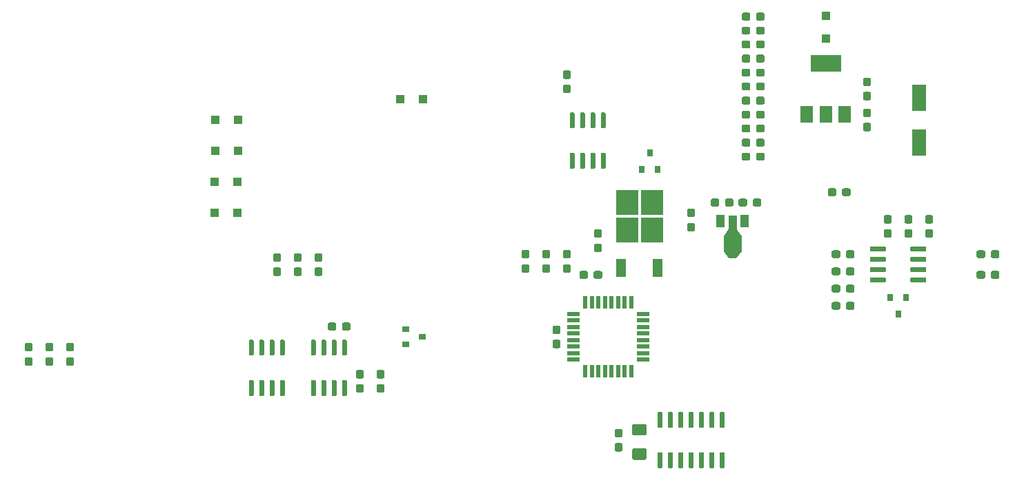
<source format=gbr>
G04 #@! TF.GenerationSoftware,KiCad,Pcbnew,(5.1.4)-1*
G04 #@! TF.CreationDate,2020-04-12T16:51:03+01:00*
G04 #@! TF.ProjectId,25v PSU,32357620-5053-4552-9e6b-696361645f70,rev?*
G04 #@! TF.SameCoordinates,Original*
G04 #@! TF.FileFunction,Paste,Top*
G04 #@! TF.FilePolarity,Positive*
%FSLAX46Y46*%
G04 Gerber Fmt 4.6, Leading zero omitted, Abs format (unit mm)*
G04 Created by KiCad (PCBNEW (5.1.4)-1) date 2020-04-12 16:51:03*
%MOMM*%
%LPD*%
G04 APERTURE LIST*
%ADD10C,0.100000*%
%ADD11C,0.950000*%
%ADD12C,1.425000*%
%ADD13R,1.100000X1.100000*%
%ADD14R,1.700000X3.300000*%
%ADD15R,0.800000X0.900000*%
%ADD16C,0.600000*%
%ADD17R,1.200000X2.200000*%
%ADD18R,2.750000X3.050000*%
%ADD19R,3.800000X2.000000*%
%ADD20R,1.500000X2.000000*%
%ADD21R,1.600000X0.550000*%
%ADD22R,0.550000X1.600000*%
%ADD23C,0.850000*%
%ADD24R,1.000000X1.500000*%
%ADD25R,1.000000X1.800000*%
%ADD26R,2.200000X1.840000*%
%ADD27C,1.000000*%
%ADD28R,0.900000X0.800000*%
G04 APERTURE END LIST*
D10*
G36*
X112020779Y-56626144D02*
G01*
X112043834Y-56629563D01*
X112066443Y-56635227D01*
X112088387Y-56643079D01*
X112109457Y-56653044D01*
X112129448Y-56665026D01*
X112148168Y-56678910D01*
X112165438Y-56694562D01*
X112181090Y-56711832D01*
X112194974Y-56730552D01*
X112206956Y-56750543D01*
X112216921Y-56771613D01*
X112224773Y-56793557D01*
X112230437Y-56816166D01*
X112233856Y-56839221D01*
X112235000Y-56862500D01*
X112235000Y-57437500D01*
X112233856Y-57460779D01*
X112230437Y-57483834D01*
X112224773Y-57506443D01*
X112216921Y-57528387D01*
X112206956Y-57549457D01*
X112194974Y-57569448D01*
X112181090Y-57588168D01*
X112165438Y-57605438D01*
X112148168Y-57621090D01*
X112129448Y-57634974D01*
X112109457Y-57646956D01*
X112088387Y-57656921D01*
X112066443Y-57664773D01*
X112043834Y-57670437D01*
X112020779Y-57673856D01*
X111997500Y-57675000D01*
X111522500Y-57675000D01*
X111499221Y-57673856D01*
X111476166Y-57670437D01*
X111453557Y-57664773D01*
X111431613Y-57656921D01*
X111410543Y-57646956D01*
X111390552Y-57634974D01*
X111371832Y-57621090D01*
X111354562Y-57605438D01*
X111338910Y-57588168D01*
X111325026Y-57569448D01*
X111313044Y-57549457D01*
X111303079Y-57528387D01*
X111295227Y-57506443D01*
X111289563Y-57483834D01*
X111286144Y-57460779D01*
X111285000Y-57437500D01*
X111285000Y-56862500D01*
X111286144Y-56839221D01*
X111289563Y-56816166D01*
X111295227Y-56793557D01*
X111303079Y-56771613D01*
X111313044Y-56750543D01*
X111325026Y-56730552D01*
X111338910Y-56711832D01*
X111354562Y-56694562D01*
X111371832Y-56678910D01*
X111390552Y-56665026D01*
X111410543Y-56653044D01*
X111431613Y-56643079D01*
X111453557Y-56635227D01*
X111476166Y-56629563D01*
X111499221Y-56626144D01*
X111522500Y-56625000D01*
X111997500Y-56625000D01*
X112020779Y-56626144D01*
X112020779Y-56626144D01*
G37*
D11*
X111760000Y-57150000D03*
D10*
G36*
X112020779Y-58376144D02*
G01*
X112043834Y-58379563D01*
X112066443Y-58385227D01*
X112088387Y-58393079D01*
X112109457Y-58403044D01*
X112129448Y-58415026D01*
X112148168Y-58428910D01*
X112165438Y-58444562D01*
X112181090Y-58461832D01*
X112194974Y-58480552D01*
X112206956Y-58500543D01*
X112216921Y-58521613D01*
X112224773Y-58543557D01*
X112230437Y-58566166D01*
X112233856Y-58589221D01*
X112235000Y-58612500D01*
X112235000Y-59187500D01*
X112233856Y-59210779D01*
X112230437Y-59233834D01*
X112224773Y-59256443D01*
X112216921Y-59278387D01*
X112206956Y-59299457D01*
X112194974Y-59319448D01*
X112181090Y-59338168D01*
X112165438Y-59355438D01*
X112148168Y-59371090D01*
X112129448Y-59384974D01*
X112109457Y-59396956D01*
X112088387Y-59406921D01*
X112066443Y-59414773D01*
X112043834Y-59420437D01*
X112020779Y-59423856D01*
X111997500Y-59425000D01*
X111522500Y-59425000D01*
X111499221Y-59423856D01*
X111476166Y-59420437D01*
X111453557Y-59414773D01*
X111431613Y-59406921D01*
X111410543Y-59396956D01*
X111390552Y-59384974D01*
X111371832Y-59371090D01*
X111354562Y-59355438D01*
X111338910Y-59338168D01*
X111325026Y-59319448D01*
X111313044Y-59299457D01*
X111303079Y-59278387D01*
X111295227Y-59256443D01*
X111289563Y-59233834D01*
X111286144Y-59210779D01*
X111285000Y-59187500D01*
X111285000Y-58612500D01*
X111286144Y-58589221D01*
X111289563Y-58566166D01*
X111295227Y-58543557D01*
X111303079Y-58521613D01*
X111313044Y-58500543D01*
X111325026Y-58480552D01*
X111338910Y-58461832D01*
X111354562Y-58444562D01*
X111371832Y-58428910D01*
X111390552Y-58415026D01*
X111410543Y-58403044D01*
X111431613Y-58393079D01*
X111453557Y-58385227D01*
X111476166Y-58379563D01*
X111499221Y-58376144D01*
X111522500Y-58375000D01*
X111997500Y-58375000D01*
X112020779Y-58376144D01*
X112020779Y-58376144D01*
G37*
D11*
X111760000Y-58900000D03*
D10*
G36*
X123450779Y-55836144D02*
G01*
X123473834Y-55839563D01*
X123496443Y-55845227D01*
X123518387Y-55853079D01*
X123539457Y-55863044D01*
X123559448Y-55875026D01*
X123578168Y-55888910D01*
X123595438Y-55904562D01*
X123611090Y-55921832D01*
X123624974Y-55940552D01*
X123636956Y-55960543D01*
X123646921Y-55981613D01*
X123654773Y-56003557D01*
X123660437Y-56026166D01*
X123663856Y-56049221D01*
X123665000Y-56072500D01*
X123665000Y-56647500D01*
X123663856Y-56670779D01*
X123660437Y-56693834D01*
X123654773Y-56716443D01*
X123646921Y-56738387D01*
X123636956Y-56759457D01*
X123624974Y-56779448D01*
X123611090Y-56798168D01*
X123595438Y-56815438D01*
X123578168Y-56831090D01*
X123559448Y-56844974D01*
X123539457Y-56856956D01*
X123518387Y-56866921D01*
X123496443Y-56874773D01*
X123473834Y-56880437D01*
X123450779Y-56883856D01*
X123427500Y-56885000D01*
X122952500Y-56885000D01*
X122929221Y-56883856D01*
X122906166Y-56880437D01*
X122883557Y-56874773D01*
X122861613Y-56866921D01*
X122840543Y-56856956D01*
X122820552Y-56844974D01*
X122801832Y-56831090D01*
X122784562Y-56815438D01*
X122768910Y-56798168D01*
X122755026Y-56779448D01*
X122743044Y-56759457D01*
X122733079Y-56738387D01*
X122725227Y-56716443D01*
X122719563Y-56693834D01*
X122716144Y-56670779D01*
X122715000Y-56647500D01*
X122715000Y-56072500D01*
X122716144Y-56049221D01*
X122719563Y-56026166D01*
X122725227Y-56003557D01*
X122733079Y-55981613D01*
X122743044Y-55960543D01*
X122755026Y-55940552D01*
X122768910Y-55921832D01*
X122784562Y-55904562D01*
X122801832Y-55888910D01*
X122820552Y-55875026D01*
X122840543Y-55863044D01*
X122861613Y-55853079D01*
X122883557Y-55845227D01*
X122906166Y-55839563D01*
X122929221Y-55836144D01*
X122952500Y-55835000D01*
X123427500Y-55835000D01*
X123450779Y-55836144D01*
X123450779Y-55836144D01*
G37*
D11*
X123190000Y-56360000D03*
D10*
G36*
X123450779Y-54086144D02*
G01*
X123473834Y-54089563D01*
X123496443Y-54095227D01*
X123518387Y-54103079D01*
X123539457Y-54113044D01*
X123559448Y-54125026D01*
X123578168Y-54138910D01*
X123595438Y-54154562D01*
X123611090Y-54171832D01*
X123624974Y-54190552D01*
X123636956Y-54210543D01*
X123646921Y-54231613D01*
X123654773Y-54253557D01*
X123660437Y-54276166D01*
X123663856Y-54299221D01*
X123665000Y-54322500D01*
X123665000Y-54897500D01*
X123663856Y-54920779D01*
X123660437Y-54943834D01*
X123654773Y-54966443D01*
X123646921Y-54988387D01*
X123636956Y-55009457D01*
X123624974Y-55029448D01*
X123611090Y-55048168D01*
X123595438Y-55065438D01*
X123578168Y-55081090D01*
X123559448Y-55094974D01*
X123539457Y-55106956D01*
X123518387Y-55116921D01*
X123496443Y-55124773D01*
X123473834Y-55130437D01*
X123450779Y-55133856D01*
X123427500Y-55135000D01*
X122952500Y-55135000D01*
X122929221Y-55133856D01*
X122906166Y-55130437D01*
X122883557Y-55124773D01*
X122861613Y-55116921D01*
X122840543Y-55106956D01*
X122820552Y-55094974D01*
X122801832Y-55081090D01*
X122784562Y-55065438D01*
X122768910Y-55048168D01*
X122755026Y-55029448D01*
X122743044Y-55009457D01*
X122733079Y-54988387D01*
X122725227Y-54966443D01*
X122719563Y-54943834D01*
X122716144Y-54920779D01*
X122715000Y-54897500D01*
X122715000Y-54322500D01*
X122716144Y-54299221D01*
X122719563Y-54276166D01*
X122725227Y-54253557D01*
X122733079Y-54231613D01*
X122743044Y-54210543D01*
X122755026Y-54190552D01*
X122768910Y-54171832D01*
X122784562Y-54154562D01*
X122801832Y-54138910D01*
X122820552Y-54125026D01*
X122840543Y-54113044D01*
X122861613Y-54103079D01*
X122883557Y-54095227D01*
X122906166Y-54089563D01*
X122929221Y-54086144D01*
X122952500Y-54085000D01*
X123427500Y-54085000D01*
X123450779Y-54086144D01*
X123450779Y-54086144D01*
G37*
D11*
X123190000Y-54610000D03*
D10*
G36*
X130245779Y-30006144D02*
G01*
X130268834Y-30009563D01*
X130291443Y-30015227D01*
X130313387Y-30023079D01*
X130334457Y-30033044D01*
X130354448Y-30045026D01*
X130373168Y-30058910D01*
X130390438Y-30074562D01*
X130406090Y-30091832D01*
X130419974Y-30110552D01*
X130431956Y-30130543D01*
X130441921Y-30151613D01*
X130449773Y-30173557D01*
X130455437Y-30196166D01*
X130458856Y-30219221D01*
X130460000Y-30242500D01*
X130460000Y-30717500D01*
X130458856Y-30740779D01*
X130455437Y-30763834D01*
X130449773Y-30786443D01*
X130441921Y-30808387D01*
X130431956Y-30829457D01*
X130419974Y-30849448D01*
X130406090Y-30868168D01*
X130390438Y-30885438D01*
X130373168Y-30901090D01*
X130354448Y-30914974D01*
X130334457Y-30926956D01*
X130313387Y-30936921D01*
X130291443Y-30944773D01*
X130268834Y-30950437D01*
X130245779Y-30953856D01*
X130222500Y-30955000D01*
X129647500Y-30955000D01*
X129624221Y-30953856D01*
X129601166Y-30950437D01*
X129578557Y-30944773D01*
X129556613Y-30936921D01*
X129535543Y-30926956D01*
X129515552Y-30914974D01*
X129496832Y-30901090D01*
X129479562Y-30885438D01*
X129463910Y-30868168D01*
X129450026Y-30849448D01*
X129438044Y-30829457D01*
X129428079Y-30808387D01*
X129420227Y-30786443D01*
X129414563Y-30763834D01*
X129411144Y-30740779D01*
X129410000Y-30717500D01*
X129410000Y-30242500D01*
X129411144Y-30219221D01*
X129414563Y-30196166D01*
X129420227Y-30173557D01*
X129428079Y-30151613D01*
X129438044Y-30130543D01*
X129450026Y-30110552D01*
X129463910Y-30091832D01*
X129479562Y-30074562D01*
X129496832Y-30058910D01*
X129515552Y-30045026D01*
X129535543Y-30033044D01*
X129556613Y-30023079D01*
X129578557Y-30015227D01*
X129601166Y-30009563D01*
X129624221Y-30006144D01*
X129647500Y-30005000D01*
X130222500Y-30005000D01*
X130245779Y-30006144D01*
X130245779Y-30006144D01*
G37*
D11*
X129935000Y-30480000D03*
D10*
G36*
X131995779Y-30006144D02*
G01*
X132018834Y-30009563D01*
X132041443Y-30015227D01*
X132063387Y-30023079D01*
X132084457Y-30033044D01*
X132104448Y-30045026D01*
X132123168Y-30058910D01*
X132140438Y-30074562D01*
X132156090Y-30091832D01*
X132169974Y-30110552D01*
X132181956Y-30130543D01*
X132191921Y-30151613D01*
X132199773Y-30173557D01*
X132205437Y-30196166D01*
X132208856Y-30219221D01*
X132210000Y-30242500D01*
X132210000Y-30717500D01*
X132208856Y-30740779D01*
X132205437Y-30763834D01*
X132199773Y-30786443D01*
X132191921Y-30808387D01*
X132181956Y-30829457D01*
X132169974Y-30849448D01*
X132156090Y-30868168D01*
X132140438Y-30885438D01*
X132123168Y-30901090D01*
X132104448Y-30914974D01*
X132084457Y-30926956D01*
X132063387Y-30936921D01*
X132041443Y-30944773D01*
X132018834Y-30950437D01*
X131995779Y-30953856D01*
X131972500Y-30955000D01*
X131397500Y-30955000D01*
X131374221Y-30953856D01*
X131351166Y-30950437D01*
X131328557Y-30944773D01*
X131306613Y-30936921D01*
X131285543Y-30926956D01*
X131265552Y-30914974D01*
X131246832Y-30901090D01*
X131229562Y-30885438D01*
X131213910Y-30868168D01*
X131200026Y-30849448D01*
X131188044Y-30829457D01*
X131178079Y-30808387D01*
X131170227Y-30786443D01*
X131164563Y-30763834D01*
X131161144Y-30740779D01*
X131160000Y-30717500D01*
X131160000Y-30242500D01*
X131161144Y-30219221D01*
X131164563Y-30196166D01*
X131170227Y-30173557D01*
X131178079Y-30151613D01*
X131188044Y-30130543D01*
X131200026Y-30110552D01*
X131213910Y-30091832D01*
X131229562Y-30074562D01*
X131246832Y-30058910D01*
X131265552Y-30045026D01*
X131285543Y-30033044D01*
X131306613Y-30023079D01*
X131328557Y-30015227D01*
X131351166Y-30009563D01*
X131374221Y-30006144D01*
X131397500Y-30005000D01*
X131972500Y-30005000D01*
X131995779Y-30006144D01*
X131995779Y-30006144D01*
G37*
D11*
X131685000Y-30480000D03*
D10*
G36*
X106940779Y-70201144D02*
G01*
X106963834Y-70204563D01*
X106986443Y-70210227D01*
X107008387Y-70218079D01*
X107029457Y-70228044D01*
X107049448Y-70240026D01*
X107068168Y-70253910D01*
X107085438Y-70269562D01*
X107101090Y-70286832D01*
X107114974Y-70305552D01*
X107126956Y-70325543D01*
X107136921Y-70346613D01*
X107144773Y-70368557D01*
X107150437Y-70391166D01*
X107153856Y-70414221D01*
X107155000Y-70437500D01*
X107155000Y-71012500D01*
X107153856Y-71035779D01*
X107150437Y-71058834D01*
X107144773Y-71081443D01*
X107136921Y-71103387D01*
X107126956Y-71124457D01*
X107114974Y-71144448D01*
X107101090Y-71163168D01*
X107085438Y-71180438D01*
X107068168Y-71196090D01*
X107049448Y-71209974D01*
X107029457Y-71221956D01*
X107008387Y-71231921D01*
X106986443Y-71239773D01*
X106963834Y-71245437D01*
X106940779Y-71248856D01*
X106917500Y-71250000D01*
X106442500Y-71250000D01*
X106419221Y-71248856D01*
X106396166Y-71245437D01*
X106373557Y-71239773D01*
X106351613Y-71231921D01*
X106330543Y-71221956D01*
X106310552Y-71209974D01*
X106291832Y-71196090D01*
X106274562Y-71180438D01*
X106258910Y-71163168D01*
X106245026Y-71144448D01*
X106233044Y-71124457D01*
X106223079Y-71103387D01*
X106215227Y-71081443D01*
X106209563Y-71058834D01*
X106206144Y-71035779D01*
X106205000Y-71012500D01*
X106205000Y-70437500D01*
X106206144Y-70414221D01*
X106209563Y-70391166D01*
X106215227Y-70368557D01*
X106223079Y-70346613D01*
X106233044Y-70325543D01*
X106245026Y-70305552D01*
X106258910Y-70286832D01*
X106274562Y-70269562D01*
X106291832Y-70253910D01*
X106310552Y-70240026D01*
X106330543Y-70228044D01*
X106351613Y-70218079D01*
X106373557Y-70210227D01*
X106396166Y-70204563D01*
X106419221Y-70201144D01*
X106442500Y-70200000D01*
X106917500Y-70200000D01*
X106940779Y-70201144D01*
X106940779Y-70201144D01*
G37*
D11*
X106680000Y-70725000D03*
D10*
G36*
X106940779Y-68451144D02*
G01*
X106963834Y-68454563D01*
X106986443Y-68460227D01*
X107008387Y-68468079D01*
X107029457Y-68478044D01*
X107049448Y-68490026D01*
X107068168Y-68503910D01*
X107085438Y-68519562D01*
X107101090Y-68536832D01*
X107114974Y-68555552D01*
X107126956Y-68575543D01*
X107136921Y-68596613D01*
X107144773Y-68618557D01*
X107150437Y-68641166D01*
X107153856Y-68664221D01*
X107155000Y-68687500D01*
X107155000Y-69262500D01*
X107153856Y-69285779D01*
X107150437Y-69308834D01*
X107144773Y-69331443D01*
X107136921Y-69353387D01*
X107126956Y-69374457D01*
X107114974Y-69394448D01*
X107101090Y-69413168D01*
X107085438Y-69430438D01*
X107068168Y-69446090D01*
X107049448Y-69459974D01*
X107029457Y-69471956D01*
X107008387Y-69481921D01*
X106986443Y-69489773D01*
X106963834Y-69495437D01*
X106940779Y-69498856D01*
X106917500Y-69500000D01*
X106442500Y-69500000D01*
X106419221Y-69498856D01*
X106396166Y-69495437D01*
X106373557Y-69489773D01*
X106351613Y-69481921D01*
X106330543Y-69471956D01*
X106310552Y-69459974D01*
X106291832Y-69446090D01*
X106274562Y-69430438D01*
X106258910Y-69413168D01*
X106245026Y-69394448D01*
X106233044Y-69374457D01*
X106223079Y-69353387D01*
X106215227Y-69331443D01*
X106209563Y-69308834D01*
X106206144Y-69285779D01*
X106205000Y-69262500D01*
X106205000Y-68687500D01*
X106206144Y-68664221D01*
X106209563Y-68641166D01*
X106215227Y-68618557D01*
X106223079Y-68596613D01*
X106233044Y-68575543D01*
X106245026Y-68555552D01*
X106258910Y-68536832D01*
X106274562Y-68519562D01*
X106291832Y-68503910D01*
X106310552Y-68490026D01*
X106330543Y-68478044D01*
X106351613Y-68468079D01*
X106373557Y-68460227D01*
X106396166Y-68454563D01*
X106419221Y-68451144D01*
X106442500Y-68450000D01*
X106917500Y-68450000D01*
X106940779Y-68451144D01*
X106940779Y-68451144D01*
G37*
D11*
X106680000Y-68975000D03*
D10*
G36*
X145040779Y-41781144D02*
G01*
X145063834Y-41784563D01*
X145086443Y-41790227D01*
X145108387Y-41798079D01*
X145129457Y-41808044D01*
X145149448Y-41820026D01*
X145168168Y-41833910D01*
X145185438Y-41849562D01*
X145201090Y-41866832D01*
X145214974Y-41885552D01*
X145226956Y-41905543D01*
X145236921Y-41926613D01*
X145244773Y-41948557D01*
X145250437Y-41971166D01*
X145253856Y-41994221D01*
X145255000Y-42017500D01*
X145255000Y-42592500D01*
X145253856Y-42615779D01*
X145250437Y-42638834D01*
X145244773Y-42661443D01*
X145236921Y-42683387D01*
X145226956Y-42704457D01*
X145214974Y-42724448D01*
X145201090Y-42743168D01*
X145185438Y-42760438D01*
X145168168Y-42776090D01*
X145149448Y-42789974D01*
X145129457Y-42801956D01*
X145108387Y-42811921D01*
X145086443Y-42819773D01*
X145063834Y-42825437D01*
X145040779Y-42828856D01*
X145017500Y-42830000D01*
X144542500Y-42830000D01*
X144519221Y-42828856D01*
X144496166Y-42825437D01*
X144473557Y-42819773D01*
X144451613Y-42811921D01*
X144430543Y-42801956D01*
X144410552Y-42789974D01*
X144391832Y-42776090D01*
X144374562Y-42760438D01*
X144358910Y-42743168D01*
X144345026Y-42724448D01*
X144333044Y-42704457D01*
X144323079Y-42683387D01*
X144315227Y-42661443D01*
X144309563Y-42638834D01*
X144306144Y-42615779D01*
X144305000Y-42592500D01*
X144305000Y-42017500D01*
X144306144Y-41994221D01*
X144309563Y-41971166D01*
X144315227Y-41948557D01*
X144323079Y-41926613D01*
X144333044Y-41905543D01*
X144345026Y-41885552D01*
X144358910Y-41866832D01*
X144374562Y-41849562D01*
X144391832Y-41833910D01*
X144410552Y-41820026D01*
X144430543Y-41808044D01*
X144451613Y-41798079D01*
X144473557Y-41790227D01*
X144496166Y-41784563D01*
X144519221Y-41781144D01*
X144542500Y-41780000D01*
X145017500Y-41780000D01*
X145040779Y-41781144D01*
X145040779Y-41781144D01*
G37*
D11*
X144780000Y-42305000D03*
D10*
G36*
X145040779Y-43531144D02*
G01*
X145063834Y-43534563D01*
X145086443Y-43540227D01*
X145108387Y-43548079D01*
X145129457Y-43558044D01*
X145149448Y-43570026D01*
X145168168Y-43583910D01*
X145185438Y-43599562D01*
X145201090Y-43616832D01*
X145214974Y-43635552D01*
X145226956Y-43655543D01*
X145236921Y-43676613D01*
X145244773Y-43698557D01*
X145250437Y-43721166D01*
X145253856Y-43744221D01*
X145255000Y-43767500D01*
X145255000Y-44342500D01*
X145253856Y-44365779D01*
X145250437Y-44388834D01*
X145244773Y-44411443D01*
X145236921Y-44433387D01*
X145226956Y-44454457D01*
X145214974Y-44474448D01*
X145201090Y-44493168D01*
X145185438Y-44510438D01*
X145168168Y-44526090D01*
X145149448Y-44539974D01*
X145129457Y-44551956D01*
X145108387Y-44561921D01*
X145086443Y-44569773D01*
X145063834Y-44575437D01*
X145040779Y-44578856D01*
X145017500Y-44580000D01*
X144542500Y-44580000D01*
X144519221Y-44578856D01*
X144496166Y-44575437D01*
X144473557Y-44569773D01*
X144451613Y-44561921D01*
X144430543Y-44551956D01*
X144410552Y-44539974D01*
X144391832Y-44526090D01*
X144374562Y-44510438D01*
X144358910Y-44493168D01*
X144345026Y-44474448D01*
X144333044Y-44454457D01*
X144323079Y-44433387D01*
X144315227Y-44411443D01*
X144309563Y-44388834D01*
X144306144Y-44365779D01*
X144305000Y-44342500D01*
X144305000Y-43767500D01*
X144306144Y-43744221D01*
X144309563Y-43721166D01*
X144315227Y-43698557D01*
X144323079Y-43676613D01*
X144333044Y-43655543D01*
X144345026Y-43635552D01*
X144358910Y-43616832D01*
X144374562Y-43599562D01*
X144391832Y-43583910D01*
X144410552Y-43570026D01*
X144430543Y-43558044D01*
X144451613Y-43548079D01*
X144473557Y-43540227D01*
X144496166Y-43534563D01*
X144519221Y-43531144D01*
X144542500Y-43530000D01*
X145017500Y-43530000D01*
X145040779Y-43531144D01*
X145040779Y-43531144D01*
G37*
D11*
X144780000Y-44055000D03*
D10*
G36*
X145040779Y-37971144D02*
G01*
X145063834Y-37974563D01*
X145086443Y-37980227D01*
X145108387Y-37988079D01*
X145129457Y-37998044D01*
X145149448Y-38010026D01*
X145168168Y-38023910D01*
X145185438Y-38039562D01*
X145201090Y-38056832D01*
X145214974Y-38075552D01*
X145226956Y-38095543D01*
X145236921Y-38116613D01*
X145244773Y-38138557D01*
X145250437Y-38161166D01*
X145253856Y-38184221D01*
X145255000Y-38207500D01*
X145255000Y-38782500D01*
X145253856Y-38805779D01*
X145250437Y-38828834D01*
X145244773Y-38851443D01*
X145236921Y-38873387D01*
X145226956Y-38894457D01*
X145214974Y-38914448D01*
X145201090Y-38933168D01*
X145185438Y-38950438D01*
X145168168Y-38966090D01*
X145149448Y-38979974D01*
X145129457Y-38991956D01*
X145108387Y-39001921D01*
X145086443Y-39009773D01*
X145063834Y-39015437D01*
X145040779Y-39018856D01*
X145017500Y-39020000D01*
X144542500Y-39020000D01*
X144519221Y-39018856D01*
X144496166Y-39015437D01*
X144473557Y-39009773D01*
X144451613Y-39001921D01*
X144430543Y-38991956D01*
X144410552Y-38979974D01*
X144391832Y-38966090D01*
X144374562Y-38950438D01*
X144358910Y-38933168D01*
X144345026Y-38914448D01*
X144333044Y-38894457D01*
X144323079Y-38873387D01*
X144315227Y-38851443D01*
X144309563Y-38828834D01*
X144306144Y-38805779D01*
X144305000Y-38782500D01*
X144305000Y-38207500D01*
X144306144Y-38184221D01*
X144309563Y-38161166D01*
X144315227Y-38138557D01*
X144323079Y-38116613D01*
X144333044Y-38095543D01*
X144345026Y-38075552D01*
X144358910Y-38056832D01*
X144374562Y-38039562D01*
X144391832Y-38023910D01*
X144410552Y-38010026D01*
X144430543Y-37998044D01*
X144451613Y-37988079D01*
X144473557Y-37980227D01*
X144496166Y-37974563D01*
X144519221Y-37971144D01*
X144542500Y-37970000D01*
X145017500Y-37970000D01*
X145040779Y-37971144D01*
X145040779Y-37971144D01*
G37*
D11*
X144780000Y-38495000D03*
D10*
G36*
X145040779Y-39721144D02*
G01*
X145063834Y-39724563D01*
X145086443Y-39730227D01*
X145108387Y-39738079D01*
X145129457Y-39748044D01*
X145149448Y-39760026D01*
X145168168Y-39773910D01*
X145185438Y-39789562D01*
X145201090Y-39806832D01*
X145214974Y-39825552D01*
X145226956Y-39845543D01*
X145236921Y-39866613D01*
X145244773Y-39888557D01*
X145250437Y-39911166D01*
X145253856Y-39934221D01*
X145255000Y-39957500D01*
X145255000Y-40532500D01*
X145253856Y-40555779D01*
X145250437Y-40578834D01*
X145244773Y-40601443D01*
X145236921Y-40623387D01*
X145226956Y-40644457D01*
X145214974Y-40664448D01*
X145201090Y-40683168D01*
X145185438Y-40700438D01*
X145168168Y-40716090D01*
X145149448Y-40729974D01*
X145129457Y-40741956D01*
X145108387Y-40751921D01*
X145086443Y-40759773D01*
X145063834Y-40765437D01*
X145040779Y-40768856D01*
X145017500Y-40770000D01*
X144542500Y-40770000D01*
X144519221Y-40768856D01*
X144496166Y-40765437D01*
X144473557Y-40759773D01*
X144451613Y-40751921D01*
X144430543Y-40741956D01*
X144410552Y-40729974D01*
X144391832Y-40716090D01*
X144374562Y-40700438D01*
X144358910Y-40683168D01*
X144345026Y-40664448D01*
X144333044Y-40644457D01*
X144323079Y-40623387D01*
X144315227Y-40601443D01*
X144309563Y-40578834D01*
X144306144Y-40555779D01*
X144305000Y-40532500D01*
X144305000Y-39957500D01*
X144306144Y-39934221D01*
X144309563Y-39911166D01*
X144315227Y-39888557D01*
X144323079Y-39866613D01*
X144333044Y-39845543D01*
X144345026Y-39825552D01*
X144358910Y-39806832D01*
X144374562Y-39789562D01*
X144391832Y-39773910D01*
X144410552Y-39760026D01*
X144430543Y-39748044D01*
X144451613Y-39738079D01*
X144473557Y-39730227D01*
X144496166Y-39724563D01*
X144519221Y-39721144D01*
X144542500Y-39720000D01*
X145017500Y-39720000D01*
X145040779Y-39721144D01*
X145040779Y-39721144D01*
G37*
D11*
X144780000Y-40245000D03*
D10*
G36*
X128185779Y-52866144D02*
G01*
X128208834Y-52869563D01*
X128231443Y-52875227D01*
X128253387Y-52883079D01*
X128274457Y-52893044D01*
X128294448Y-52905026D01*
X128313168Y-52918910D01*
X128330438Y-52934562D01*
X128346090Y-52951832D01*
X128359974Y-52970552D01*
X128371956Y-52990543D01*
X128381921Y-53011613D01*
X128389773Y-53033557D01*
X128395437Y-53056166D01*
X128398856Y-53079221D01*
X128400000Y-53102500D01*
X128400000Y-53577500D01*
X128398856Y-53600779D01*
X128395437Y-53623834D01*
X128389773Y-53646443D01*
X128381921Y-53668387D01*
X128371956Y-53689457D01*
X128359974Y-53709448D01*
X128346090Y-53728168D01*
X128330438Y-53745438D01*
X128313168Y-53761090D01*
X128294448Y-53774974D01*
X128274457Y-53786956D01*
X128253387Y-53796921D01*
X128231443Y-53804773D01*
X128208834Y-53810437D01*
X128185779Y-53813856D01*
X128162500Y-53815000D01*
X127587500Y-53815000D01*
X127564221Y-53813856D01*
X127541166Y-53810437D01*
X127518557Y-53804773D01*
X127496613Y-53796921D01*
X127475543Y-53786956D01*
X127455552Y-53774974D01*
X127436832Y-53761090D01*
X127419562Y-53745438D01*
X127403910Y-53728168D01*
X127390026Y-53709448D01*
X127378044Y-53689457D01*
X127368079Y-53668387D01*
X127360227Y-53646443D01*
X127354563Y-53623834D01*
X127351144Y-53600779D01*
X127350000Y-53577500D01*
X127350000Y-53102500D01*
X127351144Y-53079221D01*
X127354563Y-53056166D01*
X127360227Y-53033557D01*
X127368079Y-53011613D01*
X127378044Y-52990543D01*
X127390026Y-52970552D01*
X127403910Y-52951832D01*
X127419562Y-52934562D01*
X127436832Y-52918910D01*
X127455552Y-52905026D01*
X127475543Y-52893044D01*
X127496613Y-52883079D01*
X127518557Y-52875227D01*
X127541166Y-52869563D01*
X127564221Y-52866144D01*
X127587500Y-52865000D01*
X128162500Y-52865000D01*
X128185779Y-52866144D01*
X128185779Y-52866144D01*
G37*
D11*
X127875000Y-53340000D03*
D10*
G36*
X126435779Y-52866144D02*
G01*
X126458834Y-52869563D01*
X126481443Y-52875227D01*
X126503387Y-52883079D01*
X126524457Y-52893044D01*
X126544448Y-52905026D01*
X126563168Y-52918910D01*
X126580438Y-52934562D01*
X126596090Y-52951832D01*
X126609974Y-52970552D01*
X126621956Y-52990543D01*
X126631921Y-53011613D01*
X126639773Y-53033557D01*
X126645437Y-53056166D01*
X126648856Y-53079221D01*
X126650000Y-53102500D01*
X126650000Y-53577500D01*
X126648856Y-53600779D01*
X126645437Y-53623834D01*
X126639773Y-53646443D01*
X126631921Y-53668387D01*
X126621956Y-53689457D01*
X126609974Y-53709448D01*
X126596090Y-53728168D01*
X126580438Y-53745438D01*
X126563168Y-53761090D01*
X126544448Y-53774974D01*
X126524457Y-53786956D01*
X126503387Y-53796921D01*
X126481443Y-53804773D01*
X126458834Y-53810437D01*
X126435779Y-53813856D01*
X126412500Y-53815000D01*
X125837500Y-53815000D01*
X125814221Y-53813856D01*
X125791166Y-53810437D01*
X125768557Y-53804773D01*
X125746613Y-53796921D01*
X125725543Y-53786956D01*
X125705552Y-53774974D01*
X125686832Y-53761090D01*
X125669562Y-53745438D01*
X125653910Y-53728168D01*
X125640026Y-53709448D01*
X125628044Y-53689457D01*
X125618079Y-53668387D01*
X125610227Y-53646443D01*
X125604563Y-53623834D01*
X125601144Y-53600779D01*
X125600000Y-53577500D01*
X125600000Y-53102500D01*
X125601144Y-53079221D01*
X125604563Y-53056166D01*
X125610227Y-53033557D01*
X125618079Y-53011613D01*
X125628044Y-52990543D01*
X125640026Y-52970552D01*
X125653910Y-52951832D01*
X125669562Y-52934562D01*
X125686832Y-52918910D01*
X125705552Y-52905026D01*
X125725543Y-52893044D01*
X125746613Y-52883079D01*
X125768557Y-52875227D01*
X125791166Y-52869563D01*
X125814221Y-52866144D01*
X125837500Y-52865000D01*
X126412500Y-52865000D01*
X126435779Y-52866144D01*
X126435779Y-52866144D01*
G37*
D11*
X126125000Y-53340000D03*
D10*
G36*
X131600779Y-52866144D02*
G01*
X131623834Y-52869563D01*
X131646443Y-52875227D01*
X131668387Y-52883079D01*
X131689457Y-52893044D01*
X131709448Y-52905026D01*
X131728168Y-52918910D01*
X131745438Y-52934562D01*
X131761090Y-52951832D01*
X131774974Y-52970552D01*
X131786956Y-52990543D01*
X131796921Y-53011613D01*
X131804773Y-53033557D01*
X131810437Y-53056166D01*
X131813856Y-53079221D01*
X131815000Y-53102500D01*
X131815000Y-53577500D01*
X131813856Y-53600779D01*
X131810437Y-53623834D01*
X131804773Y-53646443D01*
X131796921Y-53668387D01*
X131786956Y-53689457D01*
X131774974Y-53709448D01*
X131761090Y-53728168D01*
X131745438Y-53745438D01*
X131728168Y-53761090D01*
X131709448Y-53774974D01*
X131689457Y-53786956D01*
X131668387Y-53796921D01*
X131646443Y-53804773D01*
X131623834Y-53810437D01*
X131600779Y-53813856D01*
X131577500Y-53815000D01*
X131002500Y-53815000D01*
X130979221Y-53813856D01*
X130956166Y-53810437D01*
X130933557Y-53804773D01*
X130911613Y-53796921D01*
X130890543Y-53786956D01*
X130870552Y-53774974D01*
X130851832Y-53761090D01*
X130834562Y-53745438D01*
X130818910Y-53728168D01*
X130805026Y-53709448D01*
X130793044Y-53689457D01*
X130783079Y-53668387D01*
X130775227Y-53646443D01*
X130769563Y-53623834D01*
X130766144Y-53600779D01*
X130765000Y-53577500D01*
X130765000Y-53102500D01*
X130766144Y-53079221D01*
X130769563Y-53056166D01*
X130775227Y-53033557D01*
X130783079Y-53011613D01*
X130793044Y-52990543D01*
X130805026Y-52970552D01*
X130818910Y-52951832D01*
X130834562Y-52934562D01*
X130851832Y-52918910D01*
X130870552Y-52905026D01*
X130890543Y-52893044D01*
X130911613Y-52883079D01*
X130933557Y-52875227D01*
X130956166Y-52869563D01*
X130979221Y-52866144D01*
X131002500Y-52865000D01*
X131577500Y-52865000D01*
X131600779Y-52866144D01*
X131600779Y-52866144D01*
G37*
D11*
X131290000Y-53340000D03*
D10*
G36*
X129850779Y-52866144D02*
G01*
X129873834Y-52869563D01*
X129896443Y-52875227D01*
X129918387Y-52883079D01*
X129939457Y-52893044D01*
X129959448Y-52905026D01*
X129978168Y-52918910D01*
X129995438Y-52934562D01*
X130011090Y-52951832D01*
X130024974Y-52970552D01*
X130036956Y-52990543D01*
X130046921Y-53011613D01*
X130054773Y-53033557D01*
X130060437Y-53056166D01*
X130063856Y-53079221D01*
X130065000Y-53102500D01*
X130065000Y-53577500D01*
X130063856Y-53600779D01*
X130060437Y-53623834D01*
X130054773Y-53646443D01*
X130046921Y-53668387D01*
X130036956Y-53689457D01*
X130024974Y-53709448D01*
X130011090Y-53728168D01*
X129995438Y-53745438D01*
X129978168Y-53761090D01*
X129959448Y-53774974D01*
X129939457Y-53786956D01*
X129918387Y-53796921D01*
X129896443Y-53804773D01*
X129873834Y-53810437D01*
X129850779Y-53813856D01*
X129827500Y-53815000D01*
X129252500Y-53815000D01*
X129229221Y-53813856D01*
X129206166Y-53810437D01*
X129183557Y-53804773D01*
X129161613Y-53796921D01*
X129140543Y-53786956D01*
X129120552Y-53774974D01*
X129101832Y-53761090D01*
X129084562Y-53745438D01*
X129068910Y-53728168D01*
X129055026Y-53709448D01*
X129043044Y-53689457D01*
X129033079Y-53668387D01*
X129025227Y-53646443D01*
X129019563Y-53623834D01*
X129016144Y-53600779D01*
X129015000Y-53577500D01*
X129015000Y-53102500D01*
X129016144Y-53079221D01*
X129019563Y-53056166D01*
X129025227Y-53033557D01*
X129033079Y-53011613D01*
X129043044Y-52990543D01*
X129055026Y-52970552D01*
X129068910Y-52951832D01*
X129084562Y-52934562D01*
X129101832Y-52918910D01*
X129120552Y-52905026D01*
X129140543Y-52893044D01*
X129161613Y-52883079D01*
X129183557Y-52875227D01*
X129206166Y-52869563D01*
X129229221Y-52866144D01*
X129252500Y-52865000D01*
X129827500Y-52865000D01*
X129850779Y-52866144D01*
X129850779Y-52866144D01*
G37*
D11*
X129540000Y-53340000D03*
D10*
G36*
X79445779Y-68106144D02*
G01*
X79468834Y-68109563D01*
X79491443Y-68115227D01*
X79513387Y-68123079D01*
X79534457Y-68133044D01*
X79554448Y-68145026D01*
X79573168Y-68158910D01*
X79590438Y-68174562D01*
X79606090Y-68191832D01*
X79619974Y-68210552D01*
X79631956Y-68230543D01*
X79641921Y-68251613D01*
X79649773Y-68273557D01*
X79655437Y-68296166D01*
X79658856Y-68319221D01*
X79660000Y-68342500D01*
X79660000Y-68817500D01*
X79658856Y-68840779D01*
X79655437Y-68863834D01*
X79649773Y-68886443D01*
X79641921Y-68908387D01*
X79631956Y-68929457D01*
X79619974Y-68949448D01*
X79606090Y-68968168D01*
X79590438Y-68985438D01*
X79573168Y-69001090D01*
X79554448Y-69014974D01*
X79534457Y-69026956D01*
X79513387Y-69036921D01*
X79491443Y-69044773D01*
X79468834Y-69050437D01*
X79445779Y-69053856D01*
X79422500Y-69055000D01*
X78847500Y-69055000D01*
X78824221Y-69053856D01*
X78801166Y-69050437D01*
X78778557Y-69044773D01*
X78756613Y-69036921D01*
X78735543Y-69026956D01*
X78715552Y-69014974D01*
X78696832Y-69001090D01*
X78679562Y-68985438D01*
X78663910Y-68968168D01*
X78650026Y-68949448D01*
X78638044Y-68929457D01*
X78628079Y-68908387D01*
X78620227Y-68886443D01*
X78614563Y-68863834D01*
X78611144Y-68840779D01*
X78610000Y-68817500D01*
X78610000Y-68342500D01*
X78611144Y-68319221D01*
X78614563Y-68296166D01*
X78620227Y-68273557D01*
X78628079Y-68251613D01*
X78638044Y-68230543D01*
X78650026Y-68210552D01*
X78663910Y-68191832D01*
X78679562Y-68174562D01*
X78696832Y-68158910D01*
X78715552Y-68145026D01*
X78735543Y-68133044D01*
X78756613Y-68123079D01*
X78778557Y-68115227D01*
X78801166Y-68109563D01*
X78824221Y-68106144D01*
X78847500Y-68105000D01*
X79422500Y-68105000D01*
X79445779Y-68106144D01*
X79445779Y-68106144D01*
G37*
D11*
X79135000Y-68580000D03*
D10*
G36*
X81195779Y-68106144D02*
G01*
X81218834Y-68109563D01*
X81241443Y-68115227D01*
X81263387Y-68123079D01*
X81284457Y-68133044D01*
X81304448Y-68145026D01*
X81323168Y-68158910D01*
X81340438Y-68174562D01*
X81356090Y-68191832D01*
X81369974Y-68210552D01*
X81381956Y-68230543D01*
X81391921Y-68251613D01*
X81399773Y-68273557D01*
X81405437Y-68296166D01*
X81408856Y-68319221D01*
X81410000Y-68342500D01*
X81410000Y-68817500D01*
X81408856Y-68840779D01*
X81405437Y-68863834D01*
X81399773Y-68886443D01*
X81391921Y-68908387D01*
X81381956Y-68929457D01*
X81369974Y-68949448D01*
X81356090Y-68968168D01*
X81340438Y-68985438D01*
X81323168Y-69001090D01*
X81304448Y-69014974D01*
X81284457Y-69026956D01*
X81263387Y-69036921D01*
X81241443Y-69044773D01*
X81218834Y-69050437D01*
X81195779Y-69053856D01*
X81172500Y-69055000D01*
X80597500Y-69055000D01*
X80574221Y-69053856D01*
X80551166Y-69050437D01*
X80528557Y-69044773D01*
X80506613Y-69036921D01*
X80485543Y-69026956D01*
X80465552Y-69014974D01*
X80446832Y-69001090D01*
X80429562Y-68985438D01*
X80413910Y-68968168D01*
X80400026Y-68949448D01*
X80388044Y-68929457D01*
X80378079Y-68908387D01*
X80370227Y-68886443D01*
X80364563Y-68863834D01*
X80361144Y-68840779D01*
X80360000Y-68817500D01*
X80360000Y-68342500D01*
X80361144Y-68319221D01*
X80364563Y-68296166D01*
X80370227Y-68273557D01*
X80378079Y-68251613D01*
X80388044Y-68230543D01*
X80400026Y-68210552D01*
X80413910Y-68191832D01*
X80429562Y-68174562D01*
X80446832Y-68158910D01*
X80465552Y-68145026D01*
X80485543Y-68133044D01*
X80506613Y-68123079D01*
X80528557Y-68115227D01*
X80551166Y-68109563D01*
X80574221Y-68106144D01*
X80597500Y-68105000D01*
X81172500Y-68105000D01*
X81195779Y-68106144D01*
X81195779Y-68106144D01*
G37*
D11*
X80885000Y-68580000D03*
D10*
G36*
X117489504Y-83543704D02*
G01*
X117513773Y-83547304D01*
X117537571Y-83553265D01*
X117560671Y-83561530D01*
X117582849Y-83572020D01*
X117603893Y-83584633D01*
X117623598Y-83599247D01*
X117641777Y-83615723D01*
X117658253Y-83633902D01*
X117672867Y-83653607D01*
X117685480Y-83674651D01*
X117695970Y-83696829D01*
X117704235Y-83719929D01*
X117710196Y-83743727D01*
X117713796Y-83767996D01*
X117715000Y-83792500D01*
X117715000Y-84717500D01*
X117713796Y-84742004D01*
X117710196Y-84766273D01*
X117704235Y-84790071D01*
X117695970Y-84813171D01*
X117685480Y-84835349D01*
X117672867Y-84856393D01*
X117658253Y-84876098D01*
X117641777Y-84894277D01*
X117623598Y-84910753D01*
X117603893Y-84925367D01*
X117582849Y-84937980D01*
X117560671Y-84948470D01*
X117537571Y-84956735D01*
X117513773Y-84962696D01*
X117489504Y-84966296D01*
X117465000Y-84967500D01*
X116215000Y-84967500D01*
X116190496Y-84966296D01*
X116166227Y-84962696D01*
X116142429Y-84956735D01*
X116119329Y-84948470D01*
X116097151Y-84937980D01*
X116076107Y-84925367D01*
X116056402Y-84910753D01*
X116038223Y-84894277D01*
X116021747Y-84876098D01*
X116007133Y-84856393D01*
X115994520Y-84835349D01*
X115984030Y-84813171D01*
X115975765Y-84790071D01*
X115969804Y-84766273D01*
X115966204Y-84742004D01*
X115965000Y-84717500D01*
X115965000Y-83792500D01*
X115966204Y-83767996D01*
X115969804Y-83743727D01*
X115975765Y-83719929D01*
X115984030Y-83696829D01*
X115994520Y-83674651D01*
X116007133Y-83653607D01*
X116021747Y-83633902D01*
X116038223Y-83615723D01*
X116056402Y-83599247D01*
X116076107Y-83584633D01*
X116097151Y-83572020D01*
X116119329Y-83561530D01*
X116142429Y-83553265D01*
X116166227Y-83547304D01*
X116190496Y-83543704D01*
X116215000Y-83542500D01*
X117465000Y-83542500D01*
X117489504Y-83543704D01*
X117489504Y-83543704D01*
G37*
D12*
X116840000Y-84255000D03*
D10*
G36*
X117489504Y-80568704D02*
G01*
X117513773Y-80572304D01*
X117537571Y-80578265D01*
X117560671Y-80586530D01*
X117582849Y-80597020D01*
X117603893Y-80609633D01*
X117623598Y-80624247D01*
X117641777Y-80640723D01*
X117658253Y-80658902D01*
X117672867Y-80678607D01*
X117685480Y-80699651D01*
X117695970Y-80721829D01*
X117704235Y-80744929D01*
X117710196Y-80768727D01*
X117713796Y-80792996D01*
X117715000Y-80817500D01*
X117715000Y-81742500D01*
X117713796Y-81767004D01*
X117710196Y-81791273D01*
X117704235Y-81815071D01*
X117695970Y-81838171D01*
X117685480Y-81860349D01*
X117672867Y-81881393D01*
X117658253Y-81901098D01*
X117641777Y-81919277D01*
X117623598Y-81935753D01*
X117603893Y-81950367D01*
X117582849Y-81962980D01*
X117560671Y-81973470D01*
X117537571Y-81981735D01*
X117513773Y-81987696D01*
X117489504Y-81991296D01*
X117465000Y-81992500D01*
X116215000Y-81992500D01*
X116190496Y-81991296D01*
X116166227Y-81987696D01*
X116142429Y-81981735D01*
X116119329Y-81973470D01*
X116097151Y-81962980D01*
X116076107Y-81950367D01*
X116056402Y-81935753D01*
X116038223Y-81919277D01*
X116021747Y-81901098D01*
X116007133Y-81881393D01*
X115994520Y-81860349D01*
X115984030Y-81838171D01*
X115975765Y-81815071D01*
X115969804Y-81791273D01*
X115966204Y-81767004D01*
X115965000Y-81742500D01*
X115965000Y-80817500D01*
X115966204Y-80792996D01*
X115969804Y-80768727D01*
X115975765Y-80744929D01*
X115984030Y-80721829D01*
X115994520Y-80699651D01*
X116007133Y-80678607D01*
X116021747Y-80658902D01*
X116038223Y-80640723D01*
X116056402Y-80624247D01*
X116076107Y-80609633D01*
X116097151Y-80597020D01*
X116119329Y-80586530D01*
X116142429Y-80578265D01*
X116166227Y-80572304D01*
X116190496Y-80568704D01*
X116215000Y-80567500D01*
X117465000Y-80567500D01*
X117489504Y-80568704D01*
X117489504Y-80568704D01*
G37*
D12*
X116840000Y-81280000D03*
D10*
G36*
X114560779Y-82901144D02*
G01*
X114583834Y-82904563D01*
X114606443Y-82910227D01*
X114628387Y-82918079D01*
X114649457Y-82928044D01*
X114669448Y-82940026D01*
X114688168Y-82953910D01*
X114705438Y-82969562D01*
X114721090Y-82986832D01*
X114734974Y-83005552D01*
X114746956Y-83025543D01*
X114756921Y-83046613D01*
X114764773Y-83068557D01*
X114770437Y-83091166D01*
X114773856Y-83114221D01*
X114775000Y-83137500D01*
X114775000Y-83712500D01*
X114773856Y-83735779D01*
X114770437Y-83758834D01*
X114764773Y-83781443D01*
X114756921Y-83803387D01*
X114746956Y-83824457D01*
X114734974Y-83844448D01*
X114721090Y-83863168D01*
X114705438Y-83880438D01*
X114688168Y-83896090D01*
X114669448Y-83909974D01*
X114649457Y-83921956D01*
X114628387Y-83931921D01*
X114606443Y-83939773D01*
X114583834Y-83945437D01*
X114560779Y-83948856D01*
X114537500Y-83950000D01*
X114062500Y-83950000D01*
X114039221Y-83948856D01*
X114016166Y-83945437D01*
X113993557Y-83939773D01*
X113971613Y-83931921D01*
X113950543Y-83921956D01*
X113930552Y-83909974D01*
X113911832Y-83896090D01*
X113894562Y-83880438D01*
X113878910Y-83863168D01*
X113865026Y-83844448D01*
X113853044Y-83824457D01*
X113843079Y-83803387D01*
X113835227Y-83781443D01*
X113829563Y-83758834D01*
X113826144Y-83735779D01*
X113825000Y-83712500D01*
X113825000Y-83137500D01*
X113826144Y-83114221D01*
X113829563Y-83091166D01*
X113835227Y-83068557D01*
X113843079Y-83046613D01*
X113853044Y-83025543D01*
X113865026Y-83005552D01*
X113878910Y-82986832D01*
X113894562Y-82969562D01*
X113911832Y-82953910D01*
X113930552Y-82940026D01*
X113950543Y-82928044D01*
X113971613Y-82918079D01*
X113993557Y-82910227D01*
X114016166Y-82904563D01*
X114039221Y-82901144D01*
X114062500Y-82900000D01*
X114537500Y-82900000D01*
X114560779Y-82901144D01*
X114560779Y-82901144D01*
G37*
D11*
X114300000Y-83425000D03*
D10*
G36*
X114560779Y-81151144D02*
G01*
X114583834Y-81154563D01*
X114606443Y-81160227D01*
X114628387Y-81168079D01*
X114649457Y-81178044D01*
X114669448Y-81190026D01*
X114688168Y-81203910D01*
X114705438Y-81219562D01*
X114721090Y-81236832D01*
X114734974Y-81255552D01*
X114746956Y-81275543D01*
X114756921Y-81296613D01*
X114764773Y-81318557D01*
X114770437Y-81341166D01*
X114773856Y-81364221D01*
X114775000Y-81387500D01*
X114775000Y-81962500D01*
X114773856Y-81985779D01*
X114770437Y-82008834D01*
X114764773Y-82031443D01*
X114756921Y-82053387D01*
X114746956Y-82074457D01*
X114734974Y-82094448D01*
X114721090Y-82113168D01*
X114705438Y-82130438D01*
X114688168Y-82146090D01*
X114669448Y-82159974D01*
X114649457Y-82171956D01*
X114628387Y-82181921D01*
X114606443Y-82189773D01*
X114583834Y-82195437D01*
X114560779Y-82198856D01*
X114537500Y-82200000D01*
X114062500Y-82200000D01*
X114039221Y-82198856D01*
X114016166Y-82195437D01*
X113993557Y-82189773D01*
X113971613Y-82181921D01*
X113950543Y-82171956D01*
X113930552Y-82159974D01*
X113911832Y-82146090D01*
X113894562Y-82130438D01*
X113878910Y-82113168D01*
X113865026Y-82094448D01*
X113853044Y-82074457D01*
X113843079Y-82053387D01*
X113835227Y-82031443D01*
X113829563Y-82008834D01*
X113826144Y-81985779D01*
X113825000Y-81962500D01*
X113825000Y-81387500D01*
X113826144Y-81364221D01*
X113829563Y-81341166D01*
X113835227Y-81318557D01*
X113843079Y-81296613D01*
X113853044Y-81275543D01*
X113865026Y-81255552D01*
X113878910Y-81236832D01*
X113894562Y-81219562D01*
X113911832Y-81203910D01*
X113930552Y-81190026D01*
X113950543Y-81178044D01*
X113971613Y-81168079D01*
X113993557Y-81160227D01*
X114016166Y-81154563D01*
X114039221Y-81151144D01*
X114062500Y-81150000D01*
X114537500Y-81150000D01*
X114560779Y-81151144D01*
X114560779Y-81151144D01*
G37*
D11*
X114300000Y-81675000D03*
D13*
X87500000Y-40640000D03*
X90300000Y-40640000D03*
X67535000Y-54610000D03*
X64735000Y-54610000D03*
X64735000Y-50800000D03*
X67535000Y-50800000D03*
X64770000Y-46990000D03*
X67570000Y-46990000D03*
X67570000Y-43180000D03*
X64770000Y-43180000D03*
X139700000Y-33150000D03*
X139700000Y-30350000D03*
D14*
X151130000Y-40430000D03*
X151130000Y-45930000D03*
D10*
G36*
X160810779Y-59216144D02*
G01*
X160833834Y-59219563D01*
X160856443Y-59225227D01*
X160878387Y-59233079D01*
X160899457Y-59243044D01*
X160919448Y-59255026D01*
X160938168Y-59268910D01*
X160955438Y-59284562D01*
X160971090Y-59301832D01*
X160984974Y-59320552D01*
X160996956Y-59340543D01*
X161006921Y-59361613D01*
X161014773Y-59383557D01*
X161020437Y-59406166D01*
X161023856Y-59429221D01*
X161025000Y-59452500D01*
X161025000Y-59927500D01*
X161023856Y-59950779D01*
X161020437Y-59973834D01*
X161014773Y-59996443D01*
X161006921Y-60018387D01*
X160996956Y-60039457D01*
X160984974Y-60059448D01*
X160971090Y-60078168D01*
X160955438Y-60095438D01*
X160938168Y-60111090D01*
X160919448Y-60124974D01*
X160899457Y-60136956D01*
X160878387Y-60146921D01*
X160856443Y-60154773D01*
X160833834Y-60160437D01*
X160810779Y-60163856D01*
X160787500Y-60165000D01*
X160212500Y-60165000D01*
X160189221Y-60163856D01*
X160166166Y-60160437D01*
X160143557Y-60154773D01*
X160121613Y-60146921D01*
X160100543Y-60136956D01*
X160080552Y-60124974D01*
X160061832Y-60111090D01*
X160044562Y-60095438D01*
X160028910Y-60078168D01*
X160015026Y-60059448D01*
X160003044Y-60039457D01*
X159993079Y-60018387D01*
X159985227Y-59996443D01*
X159979563Y-59973834D01*
X159976144Y-59950779D01*
X159975000Y-59927500D01*
X159975000Y-59452500D01*
X159976144Y-59429221D01*
X159979563Y-59406166D01*
X159985227Y-59383557D01*
X159993079Y-59361613D01*
X160003044Y-59340543D01*
X160015026Y-59320552D01*
X160028910Y-59301832D01*
X160044562Y-59284562D01*
X160061832Y-59268910D01*
X160080552Y-59255026D01*
X160100543Y-59243044D01*
X160121613Y-59233079D01*
X160143557Y-59225227D01*
X160166166Y-59219563D01*
X160189221Y-59216144D01*
X160212500Y-59215000D01*
X160787500Y-59215000D01*
X160810779Y-59216144D01*
X160810779Y-59216144D01*
G37*
D11*
X160500000Y-59690000D03*
D10*
G36*
X159060779Y-59216144D02*
G01*
X159083834Y-59219563D01*
X159106443Y-59225227D01*
X159128387Y-59233079D01*
X159149457Y-59243044D01*
X159169448Y-59255026D01*
X159188168Y-59268910D01*
X159205438Y-59284562D01*
X159221090Y-59301832D01*
X159234974Y-59320552D01*
X159246956Y-59340543D01*
X159256921Y-59361613D01*
X159264773Y-59383557D01*
X159270437Y-59406166D01*
X159273856Y-59429221D01*
X159275000Y-59452500D01*
X159275000Y-59927500D01*
X159273856Y-59950779D01*
X159270437Y-59973834D01*
X159264773Y-59996443D01*
X159256921Y-60018387D01*
X159246956Y-60039457D01*
X159234974Y-60059448D01*
X159221090Y-60078168D01*
X159205438Y-60095438D01*
X159188168Y-60111090D01*
X159169448Y-60124974D01*
X159149457Y-60136956D01*
X159128387Y-60146921D01*
X159106443Y-60154773D01*
X159083834Y-60160437D01*
X159060779Y-60163856D01*
X159037500Y-60165000D01*
X158462500Y-60165000D01*
X158439221Y-60163856D01*
X158416166Y-60160437D01*
X158393557Y-60154773D01*
X158371613Y-60146921D01*
X158350543Y-60136956D01*
X158330552Y-60124974D01*
X158311832Y-60111090D01*
X158294562Y-60095438D01*
X158278910Y-60078168D01*
X158265026Y-60059448D01*
X158253044Y-60039457D01*
X158243079Y-60018387D01*
X158235227Y-59996443D01*
X158229563Y-59973834D01*
X158226144Y-59950779D01*
X158225000Y-59927500D01*
X158225000Y-59452500D01*
X158226144Y-59429221D01*
X158229563Y-59406166D01*
X158235227Y-59383557D01*
X158243079Y-59361613D01*
X158253044Y-59340543D01*
X158265026Y-59320552D01*
X158278910Y-59301832D01*
X158294562Y-59284562D01*
X158311832Y-59268910D01*
X158330552Y-59255026D01*
X158350543Y-59243044D01*
X158371613Y-59233079D01*
X158393557Y-59225227D01*
X158416166Y-59219563D01*
X158439221Y-59216144D01*
X158462500Y-59215000D01*
X159037500Y-59215000D01*
X159060779Y-59216144D01*
X159060779Y-59216144D01*
G37*
D11*
X158750000Y-59690000D03*
D15*
X118110000Y-47260000D03*
X119060000Y-49260000D03*
X117160000Y-49260000D03*
X149540000Y-65040000D03*
X147640000Y-65040000D03*
X148590000Y-67040000D03*
D10*
G36*
X108210779Y-37096144D02*
G01*
X108233834Y-37099563D01*
X108256443Y-37105227D01*
X108278387Y-37113079D01*
X108299457Y-37123044D01*
X108319448Y-37135026D01*
X108338168Y-37148910D01*
X108355438Y-37164562D01*
X108371090Y-37181832D01*
X108384974Y-37200552D01*
X108396956Y-37220543D01*
X108406921Y-37241613D01*
X108414773Y-37263557D01*
X108420437Y-37286166D01*
X108423856Y-37309221D01*
X108425000Y-37332500D01*
X108425000Y-37907500D01*
X108423856Y-37930779D01*
X108420437Y-37953834D01*
X108414773Y-37976443D01*
X108406921Y-37998387D01*
X108396956Y-38019457D01*
X108384974Y-38039448D01*
X108371090Y-38058168D01*
X108355438Y-38075438D01*
X108338168Y-38091090D01*
X108319448Y-38104974D01*
X108299457Y-38116956D01*
X108278387Y-38126921D01*
X108256443Y-38134773D01*
X108233834Y-38140437D01*
X108210779Y-38143856D01*
X108187500Y-38145000D01*
X107712500Y-38145000D01*
X107689221Y-38143856D01*
X107666166Y-38140437D01*
X107643557Y-38134773D01*
X107621613Y-38126921D01*
X107600543Y-38116956D01*
X107580552Y-38104974D01*
X107561832Y-38091090D01*
X107544562Y-38075438D01*
X107528910Y-38058168D01*
X107515026Y-38039448D01*
X107503044Y-38019457D01*
X107493079Y-37998387D01*
X107485227Y-37976443D01*
X107479563Y-37953834D01*
X107476144Y-37930779D01*
X107475000Y-37907500D01*
X107475000Y-37332500D01*
X107476144Y-37309221D01*
X107479563Y-37286166D01*
X107485227Y-37263557D01*
X107493079Y-37241613D01*
X107503044Y-37220543D01*
X107515026Y-37200552D01*
X107528910Y-37181832D01*
X107544562Y-37164562D01*
X107561832Y-37148910D01*
X107580552Y-37135026D01*
X107600543Y-37123044D01*
X107621613Y-37113079D01*
X107643557Y-37105227D01*
X107666166Y-37099563D01*
X107689221Y-37096144D01*
X107712500Y-37095000D01*
X108187500Y-37095000D01*
X108210779Y-37096144D01*
X108210779Y-37096144D01*
G37*
D11*
X107950000Y-37620000D03*
D10*
G36*
X108210779Y-38846144D02*
G01*
X108233834Y-38849563D01*
X108256443Y-38855227D01*
X108278387Y-38863079D01*
X108299457Y-38873044D01*
X108319448Y-38885026D01*
X108338168Y-38898910D01*
X108355438Y-38914562D01*
X108371090Y-38931832D01*
X108384974Y-38950552D01*
X108396956Y-38970543D01*
X108406921Y-38991613D01*
X108414773Y-39013557D01*
X108420437Y-39036166D01*
X108423856Y-39059221D01*
X108425000Y-39082500D01*
X108425000Y-39657500D01*
X108423856Y-39680779D01*
X108420437Y-39703834D01*
X108414773Y-39726443D01*
X108406921Y-39748387D01*
X108396956Y-39769457D01*
X108384974Y-39789448D01*
X108371090Y-39808168D01*
X108355438Y-39825438D01*
X108338168Y-39841090D01*
X108319448Y-39854974D01*
X108299457Y-39866956D01*
X108278387Y-39876921D01*
X108256443Y-39884773D01*
X108233834Y-39890437D01*
X108210779Y-39893856D01*
X108187500Y-39895000D01*
X107712500Y-39895000D01*
X107689221Y-39893856D01*
X107666166Y-39890437D01*
X107643557Y-39884773D01*
X107621613Y-39876921D01*
X107600543Y-39866956D01*
X107580552Y-39854974D01*
X107561832Y-39841090D01*
X107544562Y-39825438D01*
X107528910Y-39808168D01*
X107515026Y-39789448D01*
X107503044Y-39769457D01*
X107493079Y-39748387D01*
X107485227Y-39726443D01*
X107479563Y-39703834D01*
X107476144Y-39680779D01*
X107475000Y-39657500D01*
X107475000Y-39082500D01*
X107476144Y-39059221D01*
X107479563Y-39036166D01*
X107485227Y-39013557D01*
X107493079Y-38991613D01*
X107503044Y-38970543D01*
X107515026Y-38950552D01*
X107528910Y-38931832D01*
X107544562Y-38914562D01*
X107561832Y-38898910D01*
X107580552Y-38885026D01*
X107600543Y-38873044D01*
X107621613Y-38863079D01*
X107643557Y-38855227D01*
X107666166Y-38849563D01*
X107689221Y-38846144D01*
X107712500Y-38845000D01*
X108187500Y-38845000D01*
X108210779Y-38846144D01*
X108210779Y-38846144D01*
G37*
D11*
X107950000Y-39370000D03*
D10*
G36*
X72650779Y-59561144D02*
G01*
X72673834Y-59564563D01*
X72696443Y-59570227D01*
X72718387Y-59578079D01*
X72739457Y-59588044D01*
X72759448Y-59600026D01*
X72778168Y-59613910D01*
X72795438Y-59629562D01*
X72811090Y-59646832D01*
X72824974Y-59665552D01*
X72836956Y-59685543D01*
X72846921Y-59706613D01*
X72854773Y-59728557D01*
X72860437Y-59751166D01*
X72863856Y-59774221D01*
X72865000Y-59797500D01*
X72865000Y-60372500D01*
X72863856Y-60395779D01*
X72860437Y-60418834D01*
X72854773Y-60441443D01*
X72846921Y-60463387D01*
X72836956Y-60484457D01*
X72824974Y-60504448D01*
X72811090Y-60523168D01*
X72795438Y-60540438D01*
X72778168Y-60556090D01*
X72759448Y-60569974D01*
X72739457Y-60581956D01*
X72718387Y-60591921D01*
X72696443Y-60599773D01*
X72673834Y-60605437D01*
X72650779Y-60608856D01*
X72627500Y-60610000D01*
X72152500Y-60610000D01*
X72129221Y-60608856D01*
X72106166Y-60605437D01*
X72083557Y-60599773D01*
X72061613Y-60591921D01*
X72040543Y-60581956D01*
X72020552Y-60569974D01*
X72001832Y-60556090D01*
X71984562Y-60540438D01*
X71968910Y-60523168D01*
X71955026Y-60504448D01*
X71943044Y-60484457D01*
X71933079Y-60463387D01*
X71925227Y-60441443D01*
X71919563Y-60418834D01*
X71916144Y-60395779D01*
X71915000Y-60372500D01*
X71915000Y-59797500D01*
X71916144Y-59774221D01*
X71919563Y-59751166D01*
X71925227Y-59728557D01*
X71933079Y-59706613D01*
X71943044Y-59685543D01*
X71955026Y-59665552D01*
X71968910Y-59646832D01*
X71984562Y-59629562D01*
X72001832Y-59613910D01*
X72020552Y-59600026D01*
X72040543Y-59588044D01*
X72061613Y-59578079D01*
X72083557Y-59570227D01*
X72106166Y-59564563D01*
X72129221Y-59561144D01*
X72152500Y-59560000D01*
X72627500Y-59560000D01*
X72650779Y-59561144D01*
X72650779Y-59561144D01*
G37*
D11*
X72390000Y-60085000D03*
D10*
G36*
X72650779Y-61311144D02*
G01*
X72673834Y-61314563D01*
X72696443Y-61320227D01*
X72718387Y-61328079D01*
X72739457Y-61338044D01*
X72759448Y-61350026D01*
X72778168Y-61363910D01*
X72795438Y-61379562D01*
X72811090Y-61396832D01*
X72824974Y-61415552D01*
X72836956Y-61435543D01*
X72846921Y-61456613D01*
X72854773Y-61478557D01*
X72860437Y-61501166D01*
X72863856Y-61524221D01*
X72865000Y-61547500D01*
X72865000Y-62122500D01*
X72863856Y-62145779D01*
X72860437Y-62168834D01*
X72854773Y-62191443D01*
X72846921Y-62213387D01*
X72836956Y-62234457D01*
X72824974Y-62254448D01*
X72811090Y-62273168D01*
X72795438Y-62290438D01*
X72778168Y-62306090D01*
X72759448Y-62319974D01*
X72739457Y-62331956D01*
X72718387Y-62341921D01*
X72696443Y-62349773D01*
X72673834Y-62355437D01*
X72650779Y-62358856D01*
X72627500Y-62360000D01*
X72152500Y-62360000D01*
X72129221Y-62358856D01*
X72106166Y-62355437D01*
X72083557Y-62349773D01*
X72061613Y-62341921D01*
X72040543Y-62331956D01*
X72020552Y-62319974D01*
X72001832Y-62306090D01*
X71984562Y-62290438D01*
X71968910Y-62273168D01*
X71955026Y-62254448D01*
X71943044Y-62234457D01*
X71933079Y-62213387D01*
X71925227Y-62191443D01*
X71919563Y-62168834D01*
X71916144Y-62145779D01*
X71915000Y-62122500D01*
X71915000Y-61547500D01*
X71916144Y-61524221D01*
X71919563Y-61501166D01*
X71925227Y-61478557D01*
X71933079Y-61456613D01*
X71943044Y-61435543D01*
X71955026Y-61415552D01*
X71968910Y-61396832D01*
X71984562Y-61379562D01*
X72001832Y-61363910D01*
X72020552Y-61350026D01*
X72040543Y-61338044D01*
X72061613Y-61328079D01*
X72083557Y-61320227D01*
X72106166Y-61314563D01*
X72129221Y-61311144D01*
X72152500Y-61310000D01*
X72627500Y-61310000D01*
X72650779Y-61311144D01*
X72650779Y-61311144D01*
G37*
D11*
X72390000Y-61835000D03*
D10*
G36*
X75190779Y-59561144D02*
G01*
X75213834Y-59564563D01*
X75236443Y-59570227D01*
X75258387Y-59578079D01*
X75279457Y-59588044D01*
X75299448Y-59600026D01*
X75318168Y-59613910D01*
X75335438Y-59629562D01*
X75351090Y-59646832D01*
X75364974Y-59665552D01*
X75376956Y-59685543D01*
X75386921Y-59706613D01*
X75394773Y-59728557D01*
X75400437Y-59751166D01*
X75403856Y-59774221D01*
X75405000Y-59797500D01*
X75405000Y-60372500D01*
X75403856Y-60395779D01*
X75400437Y-60418834D01*
X75394773Y-60441443D01*
X75386921Y-60463387D01*
X75376956Y-60484457D01*
X75364974Y-60504448D01*
X75351090Y-60523168D01*
X75335438Y-60540438D01*
X75318168Y-60556090D01*
X75299448Y-60569974D01*
X75279457Y-60581956D01*
X75258387Y-60591921D01*
X75236443Y-60599773D01*
X75213834Y-60605437D01*
X75190779Y-60608856D01*
X75167500Y-60610000D01*
X74692500Y-60610000D01*
X74669221Y-60608856D01*
X74646166Y-60605437D01*
X74623557Y-60599773D01*
X74601613Y-60591921D01*
X74580543Y-60581956D01*
X74560552Y-60569974D01*
X74541832Y-60556090D01*
X74524562Y-60540438D01*
X74508910Y-60523168D01*
X74495026Y-60504448D01*
X74483044Y-60484457D01*
X74473079Y-60463387D01*
X74465227Y-60441443D01*
X74459563Y-60418834D01*
X74456144Y-60395779D01*
X74455000Y-60372500D01*
X74455000Y-59797500D01*
X74456144Y-59774221D01*
X74459563Y-59751166D01*
X74465227Y-59728557D01*
X74473079Y-59706613D01*
X74483044Y-59685543D01*
X74495026Y-59665552D01*
X74508910Y-59646832D01*
X74524562Y-59629562D01*
X74541832Y-59613910D01*
X74560552Y-59600026D01*
X74580543Y-59588044D01*
X74601613Y-59578079D01*
X74623557Y-59570227D01*
X74646166Y-59564563D01*
X74669221Y-59561144D01*
X74692500Y-59560000D01*
X75167500Y-59560000D01*
X75190779Y-59561144D01*
X75190779Y-59561144D01*
G37*
D11*
X74930000Y-60085000D03*
D10*
G36*
X75190779Y-61311144D02*
G01*
X75213834Y-61314563D01*
X75236443Y-61320227D01*
X75258387Y-61328079D01*
X75279457Y-61338044D01*
X75299448Y-61350026D01*
X75318168Y-61363910D01*
X75335438Y-61379562D01*
X75351090Y-61396832D01*
X75364974Y-61415552D01*
X75376956Y-61435543D01*
X75386921Y-61456613D01*
X75394773Y-61478557D01*
X75400437Y-61501166D01*
X75403856Y-61524221D01*
X75405000Y-61547500D01*
X75405000Y-62122500D01*
X75403856Y-62145779D01*
X75400437Y-62168834D01*
X75394773Y-62191443D01*
X75386921Y-62213387D01*
X75376956Y-62234457D01*
X75364974Y-62254448D01*
X75351090Y-62273168D01*
X75335438Y-62290438D01*
X75318168Y-62306090D01*
X75299448Y-62319974D01*
X75279457Y-62331956D01*
X75258387Y-62341921D01*
X75236443Y-62349773D01*
X75213834Y-62355437D01*
X75190779Y-62358856D01*
X75167500Y-62360000D01*
X74692500Y-62360000D01*
X74669221Y-62358856D01*
X74646166Y-62355437D01*
X74623557Y-62349773D01*
X74601613Y-62341921D01*
X74580543Y-62331956D01*
X74560552Y-62319974D01*
X74541832Y-62306090D01*
X74524562Y-62290438D01*
X74508910Y-62273168D01*
X74495026Y-62254448D01*
X74483044Y-62234457D01*
X74473079Y-62213387D01*
X74465227Y-62191443D01*
X74459563Y-62168834D01*
X74456144Y-62145779D01*
X74455000Y-62122500D01*
X74455000Y-61547500D01*
X74456144Y-61524221D01*
X74459563Y-61501166D01*
X74465227Y-61478557D01*
X74473079Y-61456613D01*
X74483044Y-61435543D01*
X74495026Y-61415552D01*
X74508910Y-61396832D01*
X74524562Y-61379562D01*
X74541832Y-61363910D01*
X74560552Y-61350026D01*
X74580543Y-61338044D01*
X74601613Y-61328079D01*
X74623557Y-61320227D01*
X74646166Y-61314563D01*
X74669221Y-61311144D01*
X74692500Y-61310000D01*
X75167500Y-61310000D01*
X75190779Y-61311144D01*
X75190779Y-61311144D01*
G37*
D11*
X74930000Y-61835000D03*
D10*
G36*
X77730779Y-59561144D02*
G01*
X77753834Y-59564563D01*
X77776443Y-59570227D01*
X77798387Y-59578079D01*
X77819457Y-59588044D01*
X77839448Y-59600026D01*
X77858168Y-59613910D01*
X77875438Y-59629562D01*
X77891090Y-59646832D01*
X77904974Y-59665552D01*
X77916956Y-59685543D01*
X77926921Y-59706613D01*
X77934773Y-59728557D01*
X77940437Y-59751166D01*
X77943856Y-59774221D01*
X77945000Y-59797500D01*
X77945000Y-60372500D01*
X77943856Y-60395779D01*
X77940437Y-60418834D01*
X77934773Y-60441443D01*
X77926921Y-60463387D01*
X77916956Y-60484457D01*
X77904974Y-60504448D01*
X77891090Y-60523168D01*
X77875438Y-60540438D01*
X77858168Y-60556090D01*
X77839448Y-60569974D01*
X77819457Y-60581956D01*
X77798387Y-60591921D01*
X77776443Y-60599773D01*
X77753834Y-60605437D01*
X77730779Y-60608856D01*
X77707500Y-60610000D01*
X77232500Y-60610000D01*
X77209221Y-60608856D01*
X77186166Y-60605437D01*
X77163557Y-60599773D01*
X77141613Y-60591921D01*
X77120543Y-60581956D01*
X77100552Y-60569974D01*
X77081832Y-60556090D01*
X77064562Y-60540438D01*
X77048910Y-60523168D01*
X77035026Y-60504448D01*
X77023044Y-60484457D01*
X77013079Y-60463387D01*
X77005227Y-60441443D01*
X76999563Y-60418834D01*
X76996144Y-60395779D01*
X76995000Y-60372500D01*
X76995000Y-59797500D01*
X76996144Y-59774221D01*
X76999563Y-59751166D01*
X77005227Y-59728557D01*
X77013079Y-59706613D01*
X77023044Y-59685543D01*
X77035026Y-59665552D01*
X77048910Y-59646832D01*
X77064562Y-59629562D01*
X77081832Y-59613910D01*
X77100552Y-59600026D01*
X77120543Y-59588044D01*
X77141613Y-59578079D01*
X77163557Y-59570227D01*
X77186166Y-59564563D01*
X77209221Y-59561144D01*
X77232500Y-59560000D01*
X77707500Y-59560000D01*
X77730779Y-59561144D01*
X77730779Y-59561144D01*
G37*
D11*
X77470000Y-60085000D03*
D10*
G36*
X77730779Y-61311144D02*
G01*
X77753834Y-61314563D01*
X77776443Y-61320227D01*
X77798387Y-61328079D01*
X77819457Y-61338044D01*
X77839448Y-61350026D01*
X77858168Y-61363910D01*
X77875438Y-61379562D01*
X77891090Y-61396832D01*
X77904974Y-61415552D01*
X77916956Y-61435543D01*
X77926921Y-61456613D01*
X77934773Y-61478557D01*
X77940437Y-61501166D01*
X77943856Y-61524221D01*
X77945000Y-61547500D01*
X77945000Y-62122500D01*
X77943856Y-62145779D01*
X77940437Y-62168834D01*
X77934773Y-62191443D01*
X77926921Y-62213387D01*
X77916956Y-62234457D01*
X77904974Y-62254448D01*
X77891090Y-62273168D01*
X77875438Y-62290438D01*
X77858168Y-62306090D01*
X77839448Y-62319974D01*
X77819457Y-62331956D01*
X77798387Y-62341921D01*
X77776443Y-62349773D01*
X77753834Y-62355437D01*
X77730779Y-62358856D01*
X77707500Y-62360000D01*
X77232500Y-62360000D01*
X77209221Y-62358856D01*
X77186166Y-62355437D01*
X77163557Y-62349773D01*
X77141613Y-62341921D01*
X77120543Y-62331956D01*
X77100552Y-62319974D01*
X77081832Y-62306090D01*
X77064562Y-62290438D01*
X77048910Y-62273168D01*
X77035026Y-62254448D01*
X77023044Y-62234457D01*
X77013079Y-62213387D01*
X77005227Y-62191443D01*
X76999563Y-62168834D01*
X76996144Y-62145779D01*
X76995000Y-62122500D01*
X76995000Y-61547500D01*
X76996144Y-61524221D01*
X76999563Y-61501166D01*
X77005227Y-61478557D01*
X77013079Y-61456613D01*
X77023044Y-61435543D01*
X77035026Y-61415552D01*
X77048910Y-61396832D01*
X77064562Y-61379562D01*
X77081832Y-61363910D01*
X77100552Y-61350026D01*
X77120543Y-61338044D01*
X77141613Y-61328079D01*
X77163557Y-61320227D01*
X77186166Y-61314563D01*
X77209221Y-61311144D01*
X77232500Y-61310000D01*
X77707500Y-61310000D01*
X77730779Y-61311144D01*
X77730779Y-61311144D01*
G37*
D11*
X77470000Y-61835000D03*
D10*
G36*
X105670779Y-60916144D02*
G01*
X105693834Y-60919563D01*
X105716443Y-60925227D01*
X105738387Y-60933079D01*
X105759457Y-60943044D01*
X105779448Y-60955026D01*
X105798168Y-60968910D01*
X105815438Y-60984562D01*
X105831090Y-61001832D01*
X105844974Y-61020552D01*
X105856956Y-61040543D01*
X105866921Y-61061613D01*
X105874773Y-61083557D01*
X105880437Y-61106166D01*
X105883856Y-61129221D01*
X105885000Y-61152500D01*
X105885000Y-61727500D01*
X105883856Y-61750779D01*
X105880437Y-61773834D01*
X105874773Y-61796443D01*
X105866921Y-61818387D01*
X105856956Y-61839457D01*
X105844974Y-61859448D01*
X105831090Y-61878168D01*
X105815438Y-61895438D01*
X105798168Y-61911090D01*
X105779448Y-61924974D01*
X105759457Y-61936956D01*
X105738387Y-61946921D01*
X105716443Y-61954773D01*
X105693834Y-61960437D01*
X105670779Y-61963856D01*
X105647500Y-61965000D01*
X105172500Y-61965000D01*
X105149221Y-61963856D01*
X105126166Y-61960437D01*
X105103557Y-61954773D01*
X105081613Y-61946921D01*
X105060543Y-61936956D01*
X105040552Y-61924974D01*
X105021832Y-61911090D01*
X105004562Y-61895438D01*
X104988910Y-61878168D01*
X104975026Y-61859448D01*
X104963044Y-61839457D01*
X104953079Y-61818387D01*
X104945227Y-61796443D01*
X104939563Y-61773834D01*
X104936144Y-61750779D01*
X104935000Y-61727500D01*
X104935000Y-61152500D01*
X104936144Y-61129221D01*
X104939563Y-61106166D01*
X104945227Y-61083557D01*
X104953079Y-61061613D01*
X104963044Y-61040543D01*
X104975026Y-61020552D01*
X104988910Y-61001832D01*
X105004562Y-60984562D01*
X105021832Y-60968910D01*
X105040552Y-60955026D01*
X105060543Y-60943044D01*
X105081613Y-60933079D01*
X105103557Y-60925227D01*
X105126166Y-60919563D01*
X105149221Y-60916144D01*
X105172500Y-60915000D01*
X105647500Y-60915000D01*
X105670779Y-60916144D01*
X105670779Y-60916144D01*
G37*
D11*
X105410000Y-61440000D03*
D10*
G36*
X105670779Y-59166144D02*
G01*
X105693834Y-59169563D01*
X105716443Y-59175227D01*
X105738387Y-59183079D01*
X105759457Y-59193044D01*
X105779448Y-59205026D01*
X105798168Y-59218910D01*
X105815438Y-59234562D01*
X105831090Y-59251832D01*
X105844974Y-59270552D01*
X105856956Y-59290543D01*
X105866921Y-59311613D01*
X105874773Y-59333557D01*
X105880437Y-59356166D01*
X105883856Y-59379221D01*
X105885000Y-59402500D01*
X105885000Y-59977500D01*
X105883856Y-60000779D01*
X105880437Y-60023834D01*
X105874773Y-60046443D01*
X105866921Y-60068387D01*
X105856956Y-60089457D01*
X105844974Y-60109448D01*
X105831090Y-60128168D01*
X105815438Y-60145438D01*
X105798168Y-60161090D01*
X105779448Y-60174974D01*
X105759457Y-60186956D01*
X105738387Y-60196921D01*
X105716443Y-60204773D01*
X105693834Y-60210437D01*
X105670779Y-60213856D01*
X105647500Y-60215000D01*
X105172500Y-60215000D01*
X105149221Y-60213856D01*
X105126166Y-60210437D01*
X105103557Y-60204773D01*
X105081613Y-60196921D01*
X105060543Y-60186956D01*
X105040552Y-60174974D01*
X105021832Y-60161090D01*
X105004562Y-60145438D01*
X104988910Y-60128168D01*
X104975026Y-60109448D01*
X104963044Y-60089457D01*
X104953079Y-60068387D01*
X104945227Y-60046443D01*
X104939563Y-60023834D01*
X104936144Y-60000779D01*
X104935000Y-59977500D01*
X104935000Y-59402500D01*
X104936144Y-59379221D01*
X104939563Y-59356166D01*
X104945227Y-59333557D01*
X104953079Y-59311613D01*
X104963044Y-59290543D01*
X104975026Y-59270552D01*
X104988910Y-59251832D01*
X105004562Y-59234562D01*
X105021832Y-59218910D01*
X105040552Y-59205026D01*
X105060543Y-59193044D01*
X105081613Y-59183079D01*
X105103557Y-59175227D01*
X105126166Y-59169563D01*
X105149221Y-59166144D01*
X105172500Y-59165000D01*
X105647500Y-59165000D01*
X105670779Y-59166144D01*
X105670779Y-59166144D01*
G37*
D11*
X105410000Y-59690000D03*
D10*
G36*
X103130779Y-59166144D02*
G01*
X103153834Y-59169563D01*
X103176443Y-59175227D01*
X103198387Y-59183079D01*
X103219457Y-59193044D01*
X103239448Y-59205026D01*
X103258168Y-59218910D01*
X103275438Y-59234562D01*
X103291090Y-59251832D01*
X103304974Y-59270552D01*
X103316956Y-59290543D01*
X103326921Y-59311613D01*
X103334773Y-59333557D01*
X103340437Y-59356166D01*
X103343856Y-59379221D01*
X103345000Y-59402500D01*
X103345000Y-59977500D01*
X103343856Y-60000779D01*
X103340437Y-60023834D01*
X103334773Y-60046443D01*
X103326921Y-60068387D01*
X103316956Y-60089457D01*
X103304974Y-60109448D01*
X103291090Y-60128168D01*
X103275438Y-60145438D01*
X103258168Y-60161090D01*
X103239448Y-60174974D01*
X103219457Y-60186956D01*
X103198387Y-60196921D01*
X103176443Y-60204773D01*
X103153834Y-60210437D01*
X103130779Y-60213856D01*
X103107500Y-60215000D01*
X102632500Y-60215000D01*
X102609221Y-60213856D01*
X102586166Y-60210437D01*
X102563557Y-60204773D01*
X102541613Y-60196921D01*
X102520543Y-60186956D01*
X102500552Y-60174974D01*
X102481832Y-60161090D01*
X102464562Y-60145438D01*
X102448910Y-60128168D01*
X102435026Y-60109448D01*
X102423044Y-60089457D01*
X102413079Y-60068387D01*
X102405227Y-60046443D01*
X102399563Y-60023834D01*
X102396144Y-60000779D01*
X102395000Y-59977500D01*
X102395000Y-59402500D01*
X102396144Y-59379221D01*
X102399563Y-59356166D01*
X102405227Y-59333557D01*
X102413079Y-59311613D01*
X102423044Y-59290543D01*
X102435026Y-59270552D01*
X102448910Y-59251832D01*
X102464562Y-59234562D01*
X102481832Y-59218910D01*
X102500552Y-59205026D01*
X102520543Y-59193044D01*
X102541613Y-59183079D01*
X102563557Y-59175227D01*
X102586166Y-59169563D01*
X102609221Y-59166144D01*
X102632500Y-59165000D01*
X103107500Y-59165000D01*
X103130779Y-59166144D01*
X103130779Y-59166144D01*
G37*
D11*
X102870000Y-59690000D03*
D10*
G36*
X103130779Y-60916144D02*
G01*
X103153834Y-60919563D01*
X103176443Y-60925227D01*
X103198387Y-60933079D01*
X103219457Y-60943044D01*
X103239448Y-60955026D01*
X103258168Y-60968910D01*
X103275438Y-60984562D01*
X103291090Y-61001832D01*
X103304974Y-61020552D01*
X103316956Y-61040543D01*
X103326921Y-61061613D01*
X103334773Y-61083557D01*
X103340437Y-61106166D01*
X103343856Y-61129221D01*
X103345000Y-61152500D01*
X103345000Y-61727500D01*
X103343856Y-61750779D01*
X103340437Y-61773834D01*
X103334773Y-61796443D01*
X103326921Y-61818387D01*
X103316956Y-61839457D01*
X103304974Y-61859448D01*
X103291090Y-61878168D01*
X103275438Y-61895438D01*
X103258168Y-61911090D01*
X103239448Y-61924974D01*
X103219457Y-61936956D01*
X103198387Y-61946921D01*
X103176443Y-61954773D01*
X103153834Y-61960437D01*
X103130779Y-61963856D01*
X103107500Y-61965000D01*
X102632500Y-61965000D01*
X102609221Y-61963856D01*
X102586166Y-61960437D01*
X102563557Y-61954773D01*
X102541613Y-61946921D01*
X102520543Y-61936956D01*
X102500552Y-61924974D01*
X102481832Y-61911090D01*
X102464562Y-61895438D01*
X102448910Y-61878168D01*
X102435026Y-61859448D01*
X102423044Y-61839457D01*
X102413079Y-61818387D01*
X102405227Y-61796443D01*
X102399563Y-61773834D01*
X102396144Y-61750779D01*
X102395000Y-61727500D01*
X102395000Y-61152500D01*
X102396144Y-61129221D01*
X102399563Y-61106166D01*
X102405227Y-61083557D01*
X102413079Y-61061613D01*
X102423044Y-61040543D01*
X102435026Y-61020552D01*
X102448910Y-61001832D01*
X102464562Y-60984562D01*
X102481832Y-60968910D01*
X102500552Y-60955026D01*
X102520543Y-60943044D01*
X102541613Y-60933079D01*
X102563557Y-60925227D01*
X102586166Y-60919563D01*
X102609221Y-60916144D01*
X102632500Y-60915000D01*
X103107500Y-60915000D01*
X103130779Y-60916144D01*
X103130779Y-60916144D01*
G37*
D11*
X102870000Y-61440000D03*
D10*
G36*
X108210779Y-60916144D02*
G01*
X108233834Y-60919563D01*
X108256443Y-60925227D01*
X108278387Y-60933079D01*
X108299457Y-60943044D01*
X108319448Y-60955026D01*
X108338168Y-60968910D01*
X108355438Y-60984562D01*
X108371090Y-61001832D01*
X108384974Y-61020552D01*
X108396956Y-61040543D01*
X108406921Y-61061613D01*
X108414773Y-61083557D01*
X108420437Y-61106166D01*
X108423856Y-61129221D01*
X108425000Y-61152500D01*
X108425000Y-61727500D01*
X108423856Y-61750779D01*
X108420437Y-61773834D01*
X108414773Y-61796443D01*
X108406921Y-61818387D01*
X108396956Y-61839457D01*
X108384974Y-61859448D01*
X108371090Y-61878168D01*
X108355438Y-61895438D01*
X108338168Y-61911090D01*
X108319448Y-61924974D01*
X108299457Y-61936956D01*
X108278387Y-61946921D01*
X108256443Y-61954773D01*
X108233834Y-61960437D01*
X108210779Y-61963856D01*
X108187500Y-61965000D01*
X107712500Y-61965000D01*
X107689221Y-61963856D01*
X107666166Y-61960437D01*
X107643557Y-61954773D01*
X107621613Y-61946921D01*
X107600543Y-61936956D01*
X107580552Y-61924974D01*
X107561832Y-61911090D01*
X107544562Y-61895438D01*
X107528910Y-61878168D01*
X107515026Y-61859448D01*
X107503044Y-61839457D01*
X107493079Y-61818387D01*
X107485227Y-61796443D01*
X107479563Y-61773834D01*
X107476144Y-61750779D01*
X107475000Y-61727500D01*
X107475000Y-61152500D01*
X107476144Y-61129221D01*
X107479563Y-61106166D01*
X107485227Y-61083557D01*
X107493079Y-61061613D01*
X107503044Y-61040543D01*
X107515026Y-61020552D01*
X107528910Y-61001832D01*
X107544562Y-60984562D01*
X107561832Y-60968910D01*
X107580552Y-60955026D01*
X107600543Y-60943044D01*
X107621613Y-60933079D01*
X107643557Y-60925227D01*
X107666166Y-60919563D01*
X107689221Y-60916144D01*
X107712500Y-60915000D01*
X108187500Y-60915000D01*
X108210779Y-60916144D01*
X108210779Y-60916144D01*
G37*
D11*
X107950000Y-61440000D03*
D10*
G36*
X108210779Y-59166144D02*
G01*
X108233834Y-59169563D01*
X108256443Y-59175227D01*
X108278387Y-59183079D01*
X108299457Y-59193044D01*
X108319448Y-59205026D01*
X108338168Y-59218910D01*
X108355438Y-59234562D01*
X108371090Y-59251832D01*
X108384974Y-59270552D01*
X108396956Y-59290543D01*
X108406921Y-59311613D01*
X108414773Y-59333557D01*
X108420437Y-59356166D01*
X108423856Y-59379221D01*
X108425000Y-59402500D01*
X108425000Y-59977500D01*
X108423856Y-60000779D01*
X108420437Y-60023834D01*
X108414773Y-60046443D01*
X108406921Y-60068387D01*
X108396956Y-60089457D01*
X108384974Y-60109448D01*
X108371090Y-60128168D01*
X108355438Y-60145438D01*
X108338168Y-60161090D01*
X108319448Y-60174974D01*
X108299457Y-60186956D01*
X108278387Y-60196921D01*
X108256443Y-60204773D01*
X108233834Y-60210437D01*
X108210779Y-60213856D01*
X108187500Y-60215000D01*
X107712500Y-60215000D01*
X107689221Y-60213856D01*
X107666166Y-60210437D01*
X107643557Y-60204773D01*
X107621613Y-60196921D01*
X107600543Y-60186956D01*
X107580552Y-60174974D01*
X107561832Y-60161090D01*
X107544562Y-60145438D01*
X107528910Y-60128168D01*
X107515026Y-60109448D01*
X107503044Y-60089457D01*
X107493079Y-60068387D01*
X107485227Y-60046443D01*
X107479563Y-60023834D01*
X107476144Y-60000779D01*
X107475000Y-59977500D01*
X107475000Y-59402500D01*
X107476144Y-59379221D01*
X107479563Y-59356166D01*
X107485227Y-59333557D01*
X107493079Y-59311613D01*
X107503044Y-59290543D01*
X107515026Y-59270552D01*
X107528910Y-59251832D01*
X107544562Y-59234562D01*
X107561832Y-59218910D01*
X107580552Y-59205026D01*
X107600543Y-59193044D01*
X107621613Y-59183079D01*
X107643557Y-59175227D01*
X107666166Y-59169563D01*
X107689221Y-59166144D01*
X107712500Y-59165000D01*
X108187500Y-59165000D01*
X108210779Y-59166144D01*
X108210779Y-59166144D01*
G37*
D11*
X107950000Y-59690000D03*
D10*
G36*
X47250779Y-72346144D02*
G01*
X47273834Y-72349563D01*
X47296443Y-72355227D01*
X47318387Y-72363079D01*
X47339457Y-72373044D01*
X47359448Y-72385026D01*
X47378168Y-72398910D01*
X47395438Y-72414562D01*
X47411090Y-72431832D01*
X47424974Y-72450552D01*
X47436956Y-72470543D01*
X47446921Y-72491613D01*
X47454773Y-72513557D01*
X47460437Y-72536166D01*
X47463856Y-72559221D01*
X47465000Y-72582500D01*
X47465000Y-73157500D01*
X47463856Y-73180779D01*
X47460437Y-73203834D01*
X47454773Y-73226443D01*
X47446921Y-73248387D01*
X47436956Y-73269457D01*
X47424974Y-73289448D01*
X47411090Y-73308168D01*
X47395438Y-73325438D01*
X47378168Y-73341090D01*
X47359448Y-73354974D01*
X47339457Y-73366956D01*
X47318387Y-73376921D01*
X47296443Y-73384773D01*
X47273834Y-73390437D01*
X47250779Y-73393856D01*
X47227500Y-73395000D01*
X46752500Y-73395000D01*
X46729221Y-73393856D01*
X46706166Y-73390437D01*
X46683557Y-73384773D01*
X46661613Y-73376921D01*
X46640543Y-73366956D01*
X46620552Y-73354974D01*
X46601832Y-73341090D01*
X46584562Y-73325438D01*
X46568910Y-73308168D01*
X46555026Y-73289448D01*
X46543044Y-73269457D01*
X46533079Y-73248387D01*
X46525227Y-73226443D01*
X46519563Y-73203834D01*
X46516144Y-73180779D01*
X46515000Y-73157500D01*
X46515000Y-72582500D01*
X46516144Y-72559221D01*
X46519563Y-72536166D01*
X46525227Y-72513557D01*
X46533079Y-72491613D01*
X46543044Y-72470543D01*
X46555026Y-72450552D01*
X46568910Y-72431832D01*
X46584562Y-72414562D01*
X46601832Y-72398910D01*
X46620552Y-72385026D01*
X46640543Y-72373044D01*
X46661613Y-72363079D01*
X46683557Y-72355227D01*
X46706166Y-72349563D01*
X46729221Y-72346144D01*
X46752500Y-72345000D01*
X47227500Y-72345000D01*
X47250779Y-72346144D01*
X47250779Y-72346144D01*
G37*
D11*
X46990000Y-72870000D03*
D10*
G36*
X47250779Y-70596144D02*
G01*
X47273834Y-70599563D01*
X47296443Y-70605227D01*
X47318387Y-70613079D01*
X47339457Y-70623044D01*
X47359448Y-70635026D01*
X47378168Y-70648910D01*
X47395438Y-70664562D01*
X47411090Y-70681832D01*
X47424974Y-70700552D01*
X47436956Y-70720543D01*
X47446921Y-70741613D01*
X47454773Y-70763557D01*
X47460437Y-70786166D01*
X47463856Y-70809221D01*
X47465000Y-70832500D01*
X47465000Y-71407500D01*
X47463856Y-71430779D01*
X47460437Y-71453834D01*
X47454773Y-71476443D01*
X47446921Y-71498387D01*
X47436956Y-71519457D01*
X47424974Y-71539448D01*
X47411090Y-71558168D01*
X47395438Y-71575438D01*
X47378168Y-71591090D01*
X47359448Y-71604974D01*
X47339457Y-71616956D01*
X47318387Y-71626921D01*
X47296443Y-71634773D01*
X47273834Y-71640437D01*
X47250779Y-71643856D01*
X47227500Y-71645000D01*
X46752500Y-71645000D01*
X46729221Y-71643856D01*
X46706166Y-71640437D01*
X46683557Y-71634773D01*
X46661613Y-71626921D01*
X46640543Y-71616956D01*
X46620552Y-71604974D01*
X46601832Y-71591090D01*
X46584562Y-71575438D01*
X46568910Y-71558168D01*
X46555026Y-71539448D01*
X46543044Y-71519457D01*
X46533079Y-71498387D01*
X46525227Y-71476443D01*
X46519563Y-71453834D01*
X46516144Y-71430779D01*
X46515000Y-71407500D01*
X46515000Y-70832500D01*
X46516144Y-70809221D01*
X46519563Y-70786166D01*
X46525227Y-70763557D01*
X46533079Y-70741613D01*
X46543044Y-70720543D01*
X46555026Y-70700552D01*
X46568910Y-70681832D01*
X46584562Y-70664562D01*
X46601832Y-70648910D01*
X46620552Y-70635026D01*
X46640543Y-70623044D01*
X46661613Y-70613079D01*
X46683557Y-70605227D01*
X46706166Y-70599563D01*
X46729221Y-70596144D01*
X46752500Y-70595000D01*
X47227500Y-70595000D01*
X47250779Y-70596144D01*
X47250779Y-70596144D01*
G37*
D11*
X46990000Y-71120000D03*
D10*
G36*
X44710779Y-72346144D02*
G01*
X44733834Y-72349563D01*
X44756443Y-72355227D01*
X44778387Y-72363079D01*
X44799457Y-72373044D01*
X44819448Y-72385026D01*
X44838168Y-72398910D01*
X44855438Y-72414562D01*
X44871090Y-72431832D01*
X44884974Y-72450552D01*
X44896956Y-72470543D01*
X44906921Y-72491613D01*
X44914773Y-72513557D01*
X44920437Y-72536166D01*
X44923856Y-72559221D01*
X44925000Y-72582500D01*
X44925000Y-73157500D01*
X44923856Y-73180779D01*
X44920437Y-73203834D01*
X44914773Y-73226443D01*
X44906921Y-73248387D01*
X44896956Y-73269457D01*
X44884974Y-73289448D01*
X44871090Y-73308168D01*
X44855438Y-73325438D01*
X44838168Y-73341090D01*
X44819448Y-73354974D01*
X44799457Y-73366956D01*
X44778387Y-73376921D01*
X44756443Y-73384773D01*
X44733834Y-73390437D01*
X44710779Y-73393856D01*
X44687500Y-73395000D01*
X44212500Y-73395000D01*
X44189221Y-73393856D01*
X44166166Y-73390437D01*
X44143557Y-73384773D01*
X44121613Y-73376921D01*
X44100543Y-73366956D01*
X44080552Y-73354974D01*
X44061832Y-73341090D01*
X44044562Y-73325438D01*
X44028910Y-73308168D01*
X44015026Y-73289448D01*
X44003044Y-73269457D01*
X43993079Y-73248387D01*
X43985227Y-73226443D01*
X43979563Y-73203834D01*
X43976144Y-73180779D01*
X43975000Y-73157500D01*
X43975000Y-72582500D01*
X43976144Y-72559221D01*
X43979563Y-72536166D01*
X43985227Y-72513557D01*
X43993079Y-72491613D01*
X44003044Y-72470543D01*
X44015026Y-72450552D01*
X44028910Y-72431832D01*
X44044562Y-72414562D01*
X44061832Y-72398910D01*
X44080552Y-72385026D01*
X44100543Y-72373044D01*
X44121613Y-72363079D01*
X44143557Y-72355227D01*
X44166166Y-72349563D01*
X44189221Y-72346144D01*
X44212500Y-72345000D01*
X44687500Y-72345000D01*
X44710779Y-72346144D01*
X44710779Y-72346144D01*
G37*
D11*
X44450000Y-72870000D03*
D10*
G36*
X44710779Y-70596144D02*
G01*
X44733834Y-70599563D01*
X44756443Y-70605227D01*
X44778387Y-70613079D01*
X44799457Y-70623044D01*
X44819448Y-70635026D01*
X44838168Y-70648910D01*
X44855438Y-70664562D01*
X44871090Y-70681832D01*
X44884974Y-70700552D01*
X44896956Y-70720543D01*
X44906921Y-70741613D01*
X44914773Y-70763557D01*
X44920437Y-70786166D01*
X44923856Y-70809221D01*
X44925000Y-70832500D01*
X44925000Y-71407500D01*
X44923856Y-71430779D01*
X44920437Y-71453834D01*
X44914773Y-71476443D01*
X44906921Y-71498387D01*
X44896956Y-71519457D01*
X44884974Y-71539448D01*
X44871090Y-71558168D01*
X44855438Y-71575438D01*
X44838168Y-71591090D01*
X44819448Y-71604974D01*
X44799457Y-71616956D01*
X44778387Y-71626921D01*
X44756443Y-71634773D01*
X44733834Y-71640437D01*
X44710779Y-71643856D01*
X44687500Y-71645000D01*
X44212500Y-71645000D01*
X44189221Y-71643856D01*
X44166166Y-71640437D01*
X44143557Y-71634773D01*
X44121613Y-71626921D01*
X44100543Y-71616956D01*
X44080552Y-71604974D01*
X44061832Y-71591090D01*
X44044562Y-71575438D01*
X44028910Y-71558168D01*
X44015026Y-71539448D01*
X44003044Y-71519457D01*
X43993079Y-71498387D01*
X43985227Y-71476443D01*
X43979563Y-71453834D01*
X43976144Y-71430779D01*
X43975000Y-71407500D01*
X43975000Y-70832500D01*
X43976144Y-70809221D01*
X43979563Y-70786166D01*
X43985227Y-70763557D01*
X43993079Y-70741613D01*
X44003044Y-70720543D01*
X44015026Y-70700552D01*
X44028910Y-70681832D01*
X44044562Y-70664562D01*
X44061832Y-70648910D01*
X44080552Y-70635026D01*
X44100543Y-70623044D01*
X44121613Y-70613079D01*
X44143557Y-70605227D01*
X44166166Y-70599563D01*
X44189221Y-70596144D01*
X44212500Y-70595000D01*
X44687500Y-70595000D01*
X44710779Y-70596144D01*
X44710779Y-70596144D01*
G37*
D11*
X44450000Y-71120000D03*
D10*
G36*
X42170779Y-72346144D02*
G01*
X42193834Y-72349563D01*
X42216443Y-72355227D01*
X42238387Y-72363079D01*
X42259457Y-72373044D01*
X42279448Y-72385026D01*
X42298168Y-72398910D01*
X42315438Y-72414562D01*
X42331090Y-72431832D01*
X42344974Y-72450552D01*
X42356956Y-72470543D01*
X42366921Y-72491613D01*
X42374773Y-72513557D01*
X42380437Y-72536166D01*
X42383856Y-72559221D01*
X42385000Y-72582500D01*
X42385000Y-73157500D01*
X42383856Y-73180779D01*
X42380437Y-73203834D01*
X42374773Y-73226443D01*
X42366921Y-73248387D01*
X42356956Y-73269457D01*
X42344974Y-73289448D01*
X42331090Y-73308168D01*
X42315438Y-73325438D01*
X42298168Y-73341090D01*
X42279448Y-73354974D01*
X42259457Y-73366956D01*
X42238387Y-73376921D01*
X42216443Y-73384773D01*
X42193834Y-73390437D01*
X42170779Y-73393856D01*
X42147500Y-73395000D01*
X41672500Y-73395000D01*
X41649221Y-73393856D01*
X41626166Y-73390437D01*
X41603557Y-73384773D01*
X41581613Y-73376921D01*
X41560543Y-73366956D01*
X41540552Y-73354974D01*
X41521832Y-73341090D01*
X41504562Y-73325438D01*
X41488910Y-73308168D01*
X41475026Y-73289448D01*
X41463044Y-73269457D01*
X41453079Y-73248387D01*
X41445227Y-73226443D01*
X41439563Y-73203834D01*
X41436144Y-73180779D01*
X41435000Y-73157500D01*
X41435000Y-72582500D01*
X41436144Y-72559221D01*
X41439563Y-72536166D01*
X41445227Y-72513557D01*
X41453079Y-72491613D01*
X41463044Y-72470543D01*
X41475026Y-72450552D01*
X41488910Y-72431832D01*
X41504562Y-72414562D01*
X41521832Y-72398910D01*
X41540552Y-72385026D01*
X41560543Y-72373044D01*
X41581613Y-72363079D01*
X41603557Y-72355227D01*
X41626166Y-72349563D01*
X41649221Y-72346144D01*
X41672500Y-72345000D01*
X42147500Y-72345000D01*
X42170779Y-72346144D01*
X42170779Y-72346144D01*
G37*
D11*
X41910000Y-72870000D03*
D10*
G36*
X42170779Y-70596144D02*
G01*
X42193834Y-70599563D01*
X42216443Y-70605227D01*
X42238387Y-70613079D01*
X42259457Y-70623044D01*
X42279448Y-70635026D01*
X42298168Y-70648910D01*
X42315438Y-70664562D01*
X42331090Y-70681832D01*
X42344974Y-70700552D01*
X42356956Y-70720543D01*
X42366921Y-70741613D01*
X42374773Y-70763557D01*
X42380437Y-70786166D01*
X42383856Y-70809221D01*
X42385000Y-70832500D01*
X42385000Y-71407500D01*
X42383856Y-71430779D01*
X42380437Y-71453834D01*
X42374773Y-71476443D01*
X42366921Y-71498387D01*
X42356956Y-71519457D01*
X42344974Y-71539448D01*
X42331090Y-71558168D01*
X42315438Y-71575438D01*
X42298168Y-71591090D01*
X42279448Y-71604974D01*
X42259457Y-71616956D01*
X42238387Y-71626921D01*
X42216443Y-71634773D01*
X42193834Y-71640437D01*
X42170779Y-71643856D01*
X42147500Y-71645000D01*
X41672500Y-71645000D01*
X41649221Y-71643856D01*
X41626166Y-71640437D01*
X41603557Y-71634773D01*
X41581613Y-71626921D01*
X41560543Y-71616956D01*
X41540552Y-71604974D01*
X41521832Y-71591090D01*
X41504562Y-71575438D01*
X41488910Y-71558168D01*
X41475026Y-71539448D01*
X41463044Y-71519457D01*
X41453079Y-71498387D01*
X41445227Y-71476443D01*
X41439563Y-71453834D01*
X41436144Y-71430779D01*
X41435000Y-71407500D01*
X41435000Y-70832500D01*
X41436144Y-70809221D01*
X41439563Y-70786166D01*
X41445227Y-70763557D01*
X41453079Y-70741613D01*
X41463044Y-70720543D01*
X41475026Y-70700552D01*
X41488910Y-70681832D01*
X41504562Y-70664562D01*
X41521832Y-70648910D01*
X41540552Y-70635026D01*
X41560543Y-70623044D01*
X41581613Y-70613079D01*
X41603557Y-70605227D01*
X41626166Y-70599563D01*
X41649221Y-70596144D01*
X41672500Y-70595000D01*
X42147500Y-70595000D01*
X42170779Y-70596144D01*
X42170779Y-70596144D01*
G37*
D11*
X41910000Y-71120000D03*
D10*
G36*
X131995779Y-31727699D02*
G01*
X132018834Y-31731118D01*
X132041443Y-31736782D01*
X132063387Y-31744634D01*
X132084457Y-31754599D01*
X132104448Y-31766581D01*
X132123168Y-31780465D01*
X132140438Y-31796117D01*
X132156090Y-31813387D01*
X132169974Y-31832107D01*
X132181956Y-31852098D01*
X132191921Y-31873168D01*
X132199773Y-31895112D01*
X132205437Y-31917721D01*
X132208856Y-31940776D01*
X132210000Y-31964055D01*
X132210000Y-32439055D01*
X132208856Y-32462334D01*
X132205437Y-32485389D01*
X132199773Y-32507998D01*
X132191921Y-32529942D01*
X132181956Y-32551012D01*
X132169974Y-32571003D01*
X132156090Y-32589723D01*
X132140438Y-32606993D01*
X132123168Y-32622645D01*
X132104448Y-32636529D01*
X132084457Y-32648511D01*
X132063387Y-32658476D01*
X132041443Y-32666328D01*
X132018834Y-32671992D01*
X131995779Y-32675411D01*
X131972500Y-32676555D01*
X131397500Y-32676555D01*
X131374221Y-32675411D01*
X131351166Y-32671992D01*
X131328557Y-32666328D01*
X131306613Y-32658476D01*
X131285543Y-32648511D01*
X131265552Y-32636529D01*
X131246832Y-32622645D01*
X131229562Y-32606993D01*
X131213910Y-32589723D01*
X131200026Y-32571003D01*
X131188044Y-32551012D01*
X131178079Y-32529942D01*
X131170227Y-32507998D01*
X131164563Y-32485389D01*
X131161144Y-32462334D01*
X131160000Y-32439055D01*
X131160000Y-31964055D01*
X131161144Y-31940776D01*
X131164563Y-31917721D01*
X131170227Y-31895112D01*
X131178079Y-31873168D01*
X131188044Y-31852098D01*
X131200026Y-31832107D01*
X131213910Y-31813387D01*
X131229562Y-31796117D01*
X131246832Y-31780465D01*
X131265552Y-31766581D01*
X131285543Y-31754599D01*
X131306613Y-31744634D01*
X131328557Y-31736782D01*
X131351166Y-31731118D01*
X131374221Y-31727699D01*
X131397500Y-31726555D01*
X131972500Y-31726555D01*
X131995779Y-31727699D01*
X131995779Y-31727699D01*
G37*
D11*
X131685000Y-32201555D03*
D10*
G36*
X130245779Y-31727699D02*
G01*
X130268834Y-31731118D01*
X130291443Y-31736782D01*
X130313387Y-31744634D01*
X130334457Y-31754599D01*
X130354448Y-31766581D01*
X130373168Y-31780465D01*
X130390438Y-31796117D01*
X130406090Y-31813387D01*
X130419974Y-31832107D01*
X130431956Y-31852098D01*
X130441921Y-31873168D01*
X130449773Y-31895112D01*
X130455437Y-31917721D01*
X130458856Y-31940776D01*
X130460000Y-31964055D01*
X130460000Y-32439055D01*
X130458856Y-32462334D01*
X130455437Y-32485389D01*
X130449773Y-32507998D01*
X130441921Y-32529942D01*
X130431956Y-32551012D01*
X130419974Y-32571003D01*
X130406090Y-32589723D01*
X130390438Y-32606993D01*
X130373168Y-32622645D01*
X130354448Y-32636529D01*
X130334457Y-32648511D01*
X130313387Y-32658476D01*
X130291443Y-32666328D01*
X130268834Y-32671992D01*
X130245779Y-32675411D01*
X130222500Y-32676555D01*
X129647500Y-32676555D01*
X129624221Y-32675411D01*
X129601166Y-32671992D01*
X129578557Y-32666328D01*
X129556613Y-32658476D01*
X129535543Y-32648511D01*
X129515552Y-32636529D01*
X129496832Y-32622645D01*
X129479562Y-32606993D01*
X129463910Y-32589723D01*
X129450026Y-32571003D01*
X129438044Y-32551012D01*
X129428079Y-32529942D01*
X129420227Y-32507998D01*
X129414563Y-32485389D01*
X129411144Y-32462334D01*
X129410000Y-32439055D01*
X129410000Y-31964055D01*
X129411144Y-31940776D01*
X129414563Y-31917721D01*
X129420227Y-31895112D01*
X129428079Y-31873168D01*
X129438044Y-31852098D01*
X129450026Y-31832107D01*
X129463910Y-31813387D01*
X129479562Y-31796117D01*
X129496832Y-31780465D01*
X129515552Y-31766581D01*
X129535543Y-31754599D01*
X129556613Y-31744634D01*
X129578557Y-31736782D01*
X129601166Y-31731118D01*
X129624221Y-31727699D01*
X129647500Y-31726555D01*
X130222500Y-31726555D01*
X130245779Y-31727699D01*
X130245779Y-31727699D01*
G37*
D11*
X129935000Y-32201555D03*
D10*
G36*
X130245779Y-47221700D02*
G01*
X130268834Y-47225119D01*
X130291443Y-47230783D01*
X130313387Y-47238635D01*
X130334457Y-47248600D01*
X130354448Y-47260582D01*
X130373168Y-47274466D01*
X130390438Y-47290118D01*
X130406090Y-47307388D01*
X130419974Y-47326108D01*
X130431956Y-47346099D01*
X130441921Y-47367169D01*
X130449773Y-47389113D01*
X130455437Y-47411722D01*
X130458856Y-47434777D01*
X130460000Y-47458056D01*
X130460000Y-47933056D01*
X130458856Y-47956335D01*
X130455437Y-47979390D01*
X130449773Y-48001999D01*
X130441921Y-48023943D01*
X130431956Y-48045013D01*
X130419974Y-48065004D01*
X130406090Y-48083724D01*
X130390438Y-48100994D01*
X130373168Y-48116646D01*
X130354448Y-48130530D01*
X130334457Y-48142512D01*
X130313387Y-48152477D01*
X130291443Y-48160329D01*
X130268834Y-48165993D01*
X130245779Y-48169412D01*
X130222500Y-48170556D01*
X129647500Y-48170556D01*
X129624221Y-48169412D01*
X129601166Y-48165993D01*
X129578557Y-48160329D01*
X129556613Y-48152477D01*
X129535543Y-48142512D01*
X129515552Y-48130530D01*
X129496832Y-48116646D01*
X129479562Y-48100994D01*
X129463910Y-48083724D01*
X129450026Y-48065004D01*
X129438044Y-48045013D01*
X129428079Y-48023943D01*
X129420227Y-48001999D01*
X129414563Y-47979390D01*
X129411144Y-47956335D01*
X129410000Y-47933056D01*
X129410000Y-47458056D01*
X129411144Y-47434777D01*
X129414563Y-47411722D01*
X129420227Y-47389113D01*
X129428079Y-47367169D01*
X129438044Y-47346099D01*
X129450026Y-47326108D01*
X129463910Y-47307388D01*
X129479562Y-47290118D01*
X129496832Y-47274466D01*
X129515552Y-47260582D01*
X129535543Y-47248600D01*
X129556613Y-47238635D01*
X129578557Y-47230783D01*
X129601166Y-47225119D01*
X129624221Y-47221700D01*
X129647500Y-47220556D01*
X130222500Y-47220556D01*
X130245779Y-47221700D01*
X130245779Y-47221700D01*
G37*
D11*
X129935000Y-47695556D03*
D10*
G36*
X131995779Y-47221700D02*
G01*
X132018834Y-47225119D01*
X132041443Y-47230783D01*
X132063387Y-47238635D01*
X132084457Y-47248600D01*
X132104448Y-47260582D01*
X132123168Y-47274466D01*
X132140438Y-47290118D01*
X132156090Y-47307388D01*
X132169974Y-47326108D01*
X132181956Y-47346099D01*
X132191921Y-47367169D01*
X132199773Y-47389113D01*
X132205437Y-47411722D01*
X132208856Y-47434777D01*
X132210000Y-47458056D01*
X132210000Y-47933056D01*
X132208856Y-47956335D01*
X132205437Y-47979390D01*
X132199773Y-48001999D01*
X132191921Y-48023943D01*
X132181956Y-48045013D01*
X132169974Y-48065004D01*
X132156090Y-48083724D01*
X132140438Y-48100994D01*
X132123168Y-48116646D01*
X132104448Y-48130530D01*
X132084457Y-48142512D01*
X132063387Y-48152477D01*
X132041443Y-48160329D01*
X132018834Y-48165993D01*
X131995779Y-48169412D01*
X131972500Y-48170556D01*
X131397500Y-48170556D01*
X131374221Y-48169412D01*
X131351166Y-48165993D01*
X131328557Y-48160329D01*
X131306613Y-48152477D01*
X131285543Y-48142512D01*
X131265552Y-48130530D01*
X131246832Y-48116646D01*
X131229562Y-48100994D01*
X131213910Y-48083724D01*
X131200026Y-48065004D01*
X131188044Y-48045013D01*
X131178079Y-48023943D01*
X131170227Y-48001999D01*
X131164563Y-47979390D01*
X131161144Y-47956335D01*
X131160000Y-47933056D01*
X131160000Y-47458056D01*
X131161144Y-47434777D01*
X131164563Y-47411722D01*
X131170227Y-47389113D01*
X131178079Y-47367169D01*
X131188044Y-47346099D01*
X131200026Y-47326108D01*
X131213910Y-47307388D01*
X131229562Y-47290118D01*
X131246832Y-47274466D01*
X131265552Y-47260582D01*
X131285543Y-47248600D01*
X131306613Y-47238635D01*
X131328557Y-47230783D01*
X131351166Y-47225119D01*
X131374221Y-47221700D01*
X131397500Y-47220556D01*
X131972500Y-47220556D01*
X131995779Y-47221700D01*
X131995779Y-47221700D01*
G37*
D11*
X131685000Y-47695556D03*
D10*
G36*
X131995779Y-45500139D02*
G01*
X132018834Y-45503558D01*
X132041443Y-45509222D01*
X132063387Y-45517074D01*
X132084457Y-45527039D01*
X132104448Y-45539021D01*
X132123168Y-45552905D01*
X132140438Y-45568557D01*
X132156090Y-45585827D01*
X132169974Y-45604547D01*
X132181956Y-45624538D01*
X132191921Y-45645608D01*
X132199773Y-45667552D01*
X132205437Y-45690161D01*
X132208856Y-45713216D01*
X132210000Y-45736495D01*
X132210000Y-46211495D01*
X132208856Y-46234774D01*
X132205437Y-46257829D01*
X132199773Y-46280438D01*
X132191921Y-46302382D01*
X132181956Y-46323452D01*
X132169974Y-46343443D01*
X132156090Y-46362163D01*
X132140438Y-46379433D01*
X132123168Y-46395085D01*
X132104448Y-46408969D01*
X132084457Y-46420951D01*
X132063387Y-46430916D01*
X132041443Y-46438768D01*
X132018834Y-46444432D01*
X131995779Y-46447851D01*
X131972500Y-46448995D01*
X131397500Y-46448995D01*
X131374221Y-46447851D01*
X131351166Y-46444432D01*
X131328557Y-46438768D01*
X131306613Y-46430916D01*
X131285543Y-46420951D01*
X131265552Y-46408969D01*
X131246832Y-46395085D01*
X131229562Y-46379433D01*
X131213910Y-46362163D01*
X131200026Y-46343443D01*
X131188044Y-46323452D01*
X131178079Y-46302382D01*
X131170227Y-46280438D01*
X131164563Y-46257829D01*
X131161144Y-46234774D01*
X131160000Y-46211495D01*
X131160000Y-45736495D01*
X131161144Y-45713216D01*
X131164563Y-45690161D01*
X131170227Y-45667552D01*
X131178079Y-45645608D01*
X131188044Y-45624538D01*
X131200026Y-45604547D01*
X131213910Y-45585827D01*
X131229562Y-45568557D01*
X131246832Y-45552905D01*
X131265552Y-45539021D01*
X131285543Y-45527039D01*
X131306613Y-45517074D01*
X131328557Y-45509222D01*
X131351166Y-45503558D01*
X131374221Y-45500139D01*
X131397500Y-45498995D01*
X131972500Y-45498995D01*
X131995779Y-45500139D01*
X131995779Y-45500139D01*
G37*
D11*
X131685000Y-45973995D03*
D10*
G36*
X130245779Y-45500139D02*
G01*
X130268834Y-45503558D01*
X130291443Y-45509222D01*
X130313387Y-45517074D01*
X130334457Y-45527039D01*
X130354448Y-45539021D01*
X130373168Y-45552905D01*
X130390438Y-45568557D01*
X130406090Y-45585827D01*
X130419974Y-45604547D01*
X130431956Y-45624538D01*
X130441921Y-45645608D01*
X130449773Y-45667552D01*
X130455437Y-45690161D01*
X130458856Y-45713216D01*
X130460000Y-45736495D01*
X130460000Y-46211495D01*
X130458856Y-46234774D01*
X130455437Y-46257829D01*
X130449773Y-46280438D01*
X130441921Y-46302382D01*
X130431956Y-46323452D01*
X130419974Y-46343443D01*
X130406090Y-46362163D01*
X130390438Y-46379433D01*
X130373168Y-46395085D01*
X130354448Y-46408969D01*
X130334457Y-46420951D01*
X130313387Y-46430916D01*
X130291443Y-46438768D01*
X130268834Y-46444432D01*
X130245779Y-46447851D01*
X130222500Y-46448995D01*
X129647500Y-46448995D01*
X129624221Y-46447851D01*
X129601166Y-46444432D01*
X129578557Y-46438768D01*
X129556613Y-46430916D01*
X129535543Y-46420951D01*
X129515552Y-46408969D01*
X129496832Y-46395085D01*
X129479562Y-46379433D01*
X129463910Y-46362163D01*
X129450026Y-46343443D01*
X129438044Y-46323452D01*
X129428079Y-46302382D01*
X129420227Y-46280438D01*
X129414563Y-46257829D01*
X129411144Y-46234774D01*
X129410000Y-46211495D01*
X129410000Y-45736495D01*
X129411144Y-45713216D01*
X129414563Y-45690161D01*
X129420227Y-45667552D01*
X129428079Y-45645608D01*
X129438044Y-45624538D01*
X129450026Y-45604547D01*
X129463910Y-45585827D01*
X129479562Y-45568557D01*
X129496832Y-45552905D01*
X129515552Y-45539021D01*
X129535543Y-45527039D01*
X129556613Y-45517074D01*
X129578557Y-45509222D01*
X129601166Y-45503558D01*
X129624221Y-45500139D01*
X129647500Y-45498995D01*
X130222500Y-45498995D01*
X130245779Y-45500139D01*
X130245779Y-45500139D01*
G37*
D11*
X129935000Y-45973995D03*
D10*
G36*
X130245779Y-43778584D02*
G01*
X130268834Y-43782003D01*
X130291443Y-43787667D01*
X130313387Y-43795519D01*
X130334457Y-43805484D01*
X130354448Y-43817466D01*
X130373168Y-43831350D01*
X130390438Y-43847002D01*
X130406090Y-43864272D01*
X130419974Y-43882992D01*
X130431956Y-43902983D01*
X130441921Y-43924053D01*
X130449773Y-43945997D01*
X130455437Y-43968606D01*
X130458856Y-43991661D01*
X130460000Y-44014940D01*
X130460000Y-44489940D01*
X130458856Y-44513219D01*
X130455437Y-44536274D01*
X130449773Y-44558883D01*
X130441921Y-44580827D01*
X130431956Y-44601897D01*
X130419974Y-44621888D01*
X130406090Y-44640608D01*
X130390438Y-44657878D01*
X130373168Y-44673530D01*
X130354448Y-44687414D01*
X130334457Y-44699396D01*
X130313387Y-44709361D01*
X130291443Y-44717213D01*
X130268834Y-44722877D01*
X130245779Y-44726296D01*
X130222500Y-44727440D01*
X129647500Y-44727440D01*
X129624221Y-44726296D01*
X129601166Y-44722877D01*
X129578557Y-44717213D01*
X129556613Y-44709361D01*
X129535543Y-44699396D01*
X129515552Y-44687414D01*
X129496832Y-44673530D01*
X129479562Y-44657878D01*
X129463910Y-44640608D01*
X129450026Y-44621888D01*
X129438044Y-44601897D01*
X129428079Y-44580827D01*
X129420227Y-44558883D01*
X129414563Y-44536274D01*
X129411144Y-44513219D01*
X129410000Y-44489940D01*
X129410000Y-44014940D01*
X129411144Y-43991661D01*
X129414563Y-43968606D01*
X129420227Y-43945997D01*
X129428079Y-43924053D01*
X129438044Y-43902983D01*
X129450026Y-43882992D01*
X129463910Y-43864272D01*
X129479562Y-43847002D01*
X129496832Y-43831350D01*
X129515552Y-43817466D01*
X129535543Y-43805484D01*
X129556613Y-43795519D01*
X129578557Y-43787667D01*
X129601166Y-43782003D01*
X129624221Y-43778584D01*
X129647500Y-43777440D01*
X130222500Y-43777440D01*
X130245779Y-43778584D01*
X130245779Y-43778584D01*
G37*
D11*
X129935000Y-44252440D03*
D10*
G36*
X131995779Y-43778584D02*
G01*
X132018834Y-43782003D01*
X132041443Y-43787667D01*
X132063387Y-43795519D01*
X132084457Y-43805484D01*
X132104448Y-43817466D01*
X132123168Y-43831350D01*
X132140438Y-43847002D01*
X132156090Y-43864272D01*
X132169974Y-43882992D01*
X132181956Y-43902983D01*
X132191921Y-43924053D01*
X132199773Y-43945997D01*
X132205437Y-43968606D01*
X132208856Y-43991661D01*
X132210000Y-44014940D01*
X132210000Y-44489940D01*
X132208856Y-44513219D01*
X132205437Y-44536274D01*
X132199773Y-44558883D01*
X132191921Y-44580827D01*
X132181956Y-44601897D01*
X132169974Y-44621888D01*
X132156090Y-44640608D01*
X132140438Y-44657878D01*
X132123168Y-44673530D01*
X132104448Y-44687414D01*
X132084457Y-44699396D01*
X132063387Y-44709361D01*
X132041443Y-44717213D01*
X132018834Y-44722877D01*
X131995779Y-44726296D01*
X131972500Y-44727440D01*
X131397500Y-44727440D01*
X131374221Y-44726296D01*
X131351166Y-44722877D01*
X131328557Y-44717213D01*
X131306613Y-44709361D01*
X131285543Y-44699396D01*
X131265552Y-44687414D01*
X131246832Y-44673530D01*
X131229562Y-44657878D01*
X131213910Y-44640608D01*
X131200026Y-44621888D01*
X131188044Y-44601897D01*
X131178079Y-44580827D01*
X131170227Y-44558883D01*
X131164563Y-44536274D01*
X131161144Y-44513219D01*
X131160000Y-44489940D01*
X131160000Y-44014940D01*
X131161144Y-43991661D01*
X131164563Y-43968606D01*
X131170227Y-43945997D01*
X131178079Y-43924053D01*
X131188044Y-43902983D01*
X131200026Y-43882992D01*
X131213910Y-43864272D01*
X131229562Y-43847002D01*
X131246832Y-43831350D01*
X131265552Y-43817466D01*
X131285543Y-43805484D01*
X131306613Y-43795519D01*
X131328557Y-43787667D01*
X131351166Y-43782003D01*
X131374221Y-43778584D01*
X131397500Y-43777440D01*
X131972500Y-43777440D01*
X131995779Y-43778584D01*
X131995779Y-43778584D01*
G37*
D11*
X131685000Y-44252440D03*
D10*
G36*
X131995779Y-42057029D02*
G01*
X132018834Y-42060448D01*
X132041443Y-42066112D01*
X132063387Y-42073964D01*
X132084457Y-42083929D01*
X132104448Y-42095911D01*
X132123168Y-42109795D01*
X132140438Y-42125447D01*
X132156090Y-42142717D01*
X132169974Y-42161437D01*
X132181956Y-42181428D01*
X132191921Y-42202498D01*
X132199773Y-42224442D01*
X132205437Y-42247051D01*
X132208856Y-42270106D01*
X132210000Y-42293385D01*
X132210000Y-42768385D01*
X132208856Y-42791664D01*
X132205437Y-42814719D01*
X132199773Y-42837328D01*
X132191921Y-42859272D01*
X132181956Y-42880342D01*
X132169974Y-42900333D01*
X132156090Y-42919053D01*
X132140438Y-42936323D01*
X132123168Y-42951975D01*
X132104448Y-42965859D01*
X132084457Y-42977841D01*
X132063387Y-42987806D01*
X132041443Y-42995658D01*
X132018834Y-43001322D01*
X131995779Y-43004741D01*
X131972500Y-43005885D01*
X131397500Y-43005885D01*
X131374221Y-43004741D01*
X131351166Y-43001322D01*
X131328557Y-42995658D01*
X131306613Y-42987806D01*
X131285543Y-42977841D01*
X131265552Y-42965859D01*
X131246832Y-42951975D01*
X131229562Y-42936323D01*
X131213910Y-42919053D01*
X131200026Y-42900333D01*
X131188044Y-42880342D01*
X131178079Y-42859272D01*
X131170227Y-42837328D01*
X131164563Y-42814719D01*
X131161144Y-42791664D01*
X131160000Y-42768385D01*
X131160000Y-42293385D01*
X131161144Y-42270106D01*
X131164563Y-42247051D01*
X131170227Y-42224442D01*
X131178079Y-42202498D01*
X131188044Y-42181428D01*
X131200026Y-42161437D01*
X131213910Y-42142717D01*
X131229562Y-42125447D01*
X131246832Y-42109795D01*
X131265552Y-42095911D01*
X131285543Y-42083929D01*
X131306613Y-42073964D01*
X131328557Y-42066112D01*
X131351166Y-42060448D01*
X131374221Y-42057029D01*
X131397500Y-42055885D01*
X131972500Y-42055885D01*
X131995779Y-42057029D01*
X131995779Y-42057029D01*
G37*
D11*
X131685000Y-42530885D03*
D10*
G36*
X130245779Y-42057029D02*
G01*
X130268834Y-42060448D01*
X130291443Y-42066112D01*
X130313387Y-42073964D01*
X130334457Y-42083929D01*
X130354448Y-42095911D01*
X130373168Y-42109795D01*
X130390438Y-42125447D01*
X130406090Y-42142717D01*
X130419974Y-42161437D01*
X130431956Y-42181428D01*
X130441921Y-42202498D01*
X130449773Y-42224442D01*
X130455437Y-42247051D01*
X130458856Y-42270106D01*
X130460000Y-42293385D01*
X130460000Y-42768385D01*
X130458856Y-42791664D01*
X130455437Y-42814719D01*
X130449773Y-42837328D01*
X130441921Y-42859272D01*
X130431956Y-42880342D01*
X130419974Y-42900333D01*
X130406090Y-42919053D01*
X130390438Y-42936323D01*
X130373168Y-42951975D01*
X130354448Y-42965859D01*
X130334457Y-42977841D01*
X130313387Y-42987806D01*
X130291443Y-42995658D01*
X130268834Y-43001322D01*
X130245779Y-43004741D01*
X130222500Y-43005885D01*
X129647500Y-43005885D01*
X129624221Y-43004741D01*
X129601166Y-43001322D01*
X129578557Y-42995658D01*
X129556613Y-42987806D01*
X129535543Y-42977841D01*
X129515552Y-42965859D01*
X129496832Y-42951975D01*
X129479562Y-42936323D01*
X129463910Y-42919053D01*
X129450026Y-42900333D01*
X129438044Y-42880342D01*
X129428079Y-42859272D01*
X129420227Y-42837328D01*
X129414563Y-42814719D01*
X129411144Y-42791664D01*
X129410000Y-42768385D01*
X129410000Y-42293385D01*
X129411144Y-42270106D01*
X129414563Y-42247051D01*
X129420227Y-42224442D01*
X129428079Y-42202498D01*
X129438044Y-42181428D01*
X129450026Y-42161437D01*
X129463910Y-42142717D01*
X129479562Y-42125447D01*
X129496832Y-42109795D01*
X129515552Y-42095911D01*
X129535543Y-42083929D01*
X129556613Y-42073964D01*
X129578557Y-42066112D01*
X129601166Y-42060448D01*
X129624221Y-42057029D01*
X129647500Y-42055885D01*
X130222500Y-42055885D01*
X130245779Y-42057029D01*
X130245779Y-42057029D01*
G37*
D11*
X129935000Y-42530885D03*
D10*
G36*
X130245779Y-40335474D02*
G01*
X130268834Y-40338893D01*
X130291443Y-40344557D01*
X130313387Y-40352409D01*
X130334457Y-40362374D01*
X130354448Y-40374356D01*
X130373168Y-40388240D01*
X130390438Y-40403892D01*
X130406090Y-40421162D01*
X130419974Y-40439882D01*
X130431956Y-40459873D01*
X130441921Y-40480943D01*
X130449773Y-40502887D01*
X130455437Y-40525496D01*
X130458856Y-40548551D01*
X130460000Y-40571830D01*
X130460000Y-41046830D01*
X130458856Y-41070109D01*
X130455437Y-41093164D01*
X130449773Y-41115773D01*
X130441921Y-41137717D01*
X130431956Y-41158787D01*
X130419974Y-41178778D01*
X130406090Y-41197498D01*
X130390438Y-41214768D01*
X130373168Y-41230420D01*
X130354448Y-41244304D01*
X130334457Y-41256286D01*
X130313387Y-41266251D01*
X130291443Y-41274103D01*
X130268834Y-41279767D01*
X130245779Y-41283186D01*
X130222500Y-41284330D01*
X129647500Y-41284330D01*
X129624221Y-41283186D01*
X129601166Y-41279767D01*
X129578557Y-41274103D01*
X129556613Y-41266251D01*
X129535543Y-41256286D01*
X129515552Y-41244304D01*
X129496832Y-41230420D01*
X129479562Y-41214768D01*
X129463910Y-41197498D01*
X129450026Y-41178778D01*
X129438044Y-41158787D01*
X129428079Y-41137717D01*
X129420227Y-41115773D01*
X129414563Y-41093164D01*
X129411144Y-41070109D01*
X129410000Y-41046830D01*
X129410000Y-40571830D01*
X129411144Y-40548551D01*
X129414563Y-40525496D01*
X129420227Y-40502887D01*
X129428079Y-40480943D01*
X129438044Y-40459873D01*
X129450026Y-40439882D01*
X129463910Y-40421162D01*
X129479562Y-40403892D01*
X129496832Y-40388240D01*
X129515552Y-40374356D01*
X129535543Y-40362374D01*
X129556613Y-40352409D01*
X129578557Y-40344557D01*
X129601166Y-40338893D01*
X129624221Y-40335474D01*
X129647500Y-40334330D01*
X130222500Y-40334330D01*
X130245779Y-40335474D01*
X130245779Y-40335474D01*
G37*
D11*
X129935000Y-40809330D03*
D10*
G36*
X131995779Y-40335474D02*
G01*
X132018834Y-40338893D01*
X132041443Y-40344557D01*
X132063387Y-40352409D01*
X132084457Y-40362374D01*
X132104448Y-40374356D01*
X132123168Y-40388240D01*
X132140438Y-40403892D01*
X132156090Y-40421162D01*
X132169974Y-40439882D01*
X132181956Y-40459873D01*
X132191921Y-40480943D01*
X132199773Y-40502887D01*
X132205437Y-40525496D01*
X132208856Y-40548551D01*
X132210000Y-40571830D01*
X132210000Y-41046830D01*
X132208856Y-41070109D01*
X132205437Y-41093164D01*
X132199773Y-41115773D01*
X132191921Y-41137717D01*
X132181956Y-41158787D01*
X132169974Y-41178778D01*
X132156090Y-41197498D01*
X132140438Y-41214768D01*
X132123168Y-41230420D01*
X132104448Y-41244304D01*
X132084457Y-41256286D01*
X132063387Y-41266251D01*
X132041443Y-41274103D01*
X132018834Y-41279767D01*
X131995779Y-41283186D01*
X131972500Y-41284330D01*
X131397500Y-41284330D01*
X131374221Y-41283186D01*
X131351166Y-41279767D01*
X131328557Y-41274103D01*
X131306613Y-41266251D01*
X131285543Y-41256286D01*
X131265552Y-41244304D01*
X131246832Y-41230420D01*
X131229562Y-41214768D01*
X131213910Y-41197498D01*
X131200026Y-41178778D01*
X131188044Y-41158787D01*
X131178079Y-41137717D01*
X131170227Y-41115773D01*
X131164563Y-41093164D01*
X131161144Y-41070109D01*
X131160000Y-41046830D01*
X131160000Y-40571830D01*
X131161144Y-40548551D01*
X131164563Y-40525496D01*
X131170227Y-40502887D01*
X131178079Y-40480943D01*
X131188044Y-40459873D01*
X131200026Y-40439882D01*
X131213910Y-40421162D01*
X131229562Y-40403892D01*
X131246832Y-40388240D01*
X131265552Y-40374356D01*
X131285543Y-40362374D01*
X131306613Y-40352409D01*
X131328557Y-40344557D01*
X131351166Y-40338893D01*
X131374221Y-40335474D01*
X131397500Y-40334330D01*
X131972500Y-40334330D01*
X131995779Y-40335474D01*
X131995779Y-40335474D01*
G37*
D11*
X131685000Y-40809330D03*
D10*
G36*
X130245779Y-38613919D02*
G01*
X130268834Y-38617338D01*
X130291443Y-38623002D01*
X130313387Y-38630854D01*
X130334457Y-38640819D01*
X130354448Y-38652801D01*
X130373168Y-38666685D01*
X130390438Y-38682337D01*
X130406090Y-38699607D01*
X130419974Y-38718327D01*
X130431956Y-38738318D01*
X130441921Y-38759388D01*
X130449773Y-38781332D01*
X130455437Y-38803941D01*
X130458856Y-38826996D01*
X130460000Y-38850275D01*
X130460000Y-39325275D01*
X130458856Y-39348554D01*
X130455437Y-39371609D01*
X130449773Y-39394218D01*
X130441921Y-39416162D01*
X130431956Y-39437232D01*
X130419974Y-39457223D01*
X130406090Y-39475943D01*
X130390438Y-39493213D01*
X130373168Y-39508865D01*
X130354448Y-39522749D01*
X130334457Y-39534731D01*
X130313387Y-39544696D01*
X130291443Y-39552548D01*
X130268834Y-39558212D01*
X130245779Y-39561631D01*
X130222500Y-39562775D01*
X129647500Y-39562775D01*
X129624221Y-39561631D01*
X129601166Y-39558212D01*
X129578557Y-39552548D01*
X129556613Y-39544696D01*
X129535543Y-39534731D01*
X129515552Y-39522749D01*
X129496832Y-39508865D01*
X129479562Y-39493213D01*
X129463910Y-39475943D01*
X129450026Y-39457223D01*
X129438044Y-39437232D01*
X129428079Y-39416162D01*
X129420227Y-39394218D01*
X129414563Y-39371609D01*
X129411144Y-39348554D01*
X129410000Y-39325275D01*
X129410000Y-38850275D01*
X129411144Y-38826996D01*
X129414563Y-38803941D01*
X129420227Y-38781332D01*
X129428079Y-38759388D01*
X129438044Y-38738318D01*
X129450026Y-38718327D01*
X129463910Y-38699607D01*
X129479562Y-38682337D01*
X129496832Y-38666685D01*
X129515552Y-38652801D01*
X129535543Y-38640819D01*
X129556613Y-38630854D01*
X129578557Y-38623002D01*
X129601166Y-38617338D01*
X129624221Y-38613919D01*
X129647500Y-38612775D01*
X130222500Y-38612775D01*
X130245779Y-38613919D01*
X130245779Y-38613919D01*
G37*
D11*
X129935000Y-39087775D03*
D10*
G36*
X131995779Y-38613919D02*
G01*
X132018834Y-38617338D01*
X132041443Y-38623002D01*
X132063387Y-38630854D01*
X132084457Y-38640819D01*
X132104448Y-38652801D01*
X132123168Y-38666685D01*
X132140438Y-38682337D01*
X132156090Y-38699607D01*
X132169974Y-38718327D01*
X132181956Y-38738318D01*
X132191921Y-38759388D01*
X132199773Y-38781332D01*
X132205437Y-38803941D01*
X132208856Y-38826996D01*
X132210000Y-38850275D01*
X132210000Y-39325275D01*
X132208856Y-39348554D01*
X132205437Y-39371609D01*
X132199773Y-39394218D01*
X132191921Y-39416162D01*
X132181956Y-39437232D01*
X132169974Y-39457223D01*
X132156090Y-39475943D01*
X132140438Y-39493213D01*
X132123168Y-39508865D01*
X132104448Y-39522749D01*
X132084457Y-39534731D01*
X132063387Y-39544696D01*
X132041443Y-39552548D01*
X132018834Y-39558212D01*
X131995779Y-39561631D01*
X131972500Y-39562775D01*
X131397500Y-39562775D01*
X131374221Y-39561631D01*
X131351166Y-39558212D01*
X131328557Y-39552548D01*
X131306613Y-39544696D01*
X131285543Y-39534731D01*
X131265552Y-39522749D01*
X131246832Y-39508865D01*
X131229562Y-39493213D01*
X131213910Y-39475943D01*
X131200026Y-39457223D01*
X131188044Y-39437232D01*
X131178079Y-39416162D01*
X131170227Y-39394218D01*
X131164563Y-39371609D01*
X131161144Y-39348554D01*
X131160000Y-39325275D01*
X131160000Y-38850275D01*
X131161144Y-38826996D01*
X131164563Y-38803941D01*
X131170227Y-38781332D01*
X131178079Y-38759388D01*
X131188044Y-38738318D01*
X131200026Y-38718327D01*
X131213910Y-38699607D01*
X131229562Y-38682337D01*
X131246832Y-38666685D01*
X131265552Y-38652801D01*
X131285543Y-38640819D01*
X131306613Y-38630854D01*
X131328557Y-38623002D01*
X131351166Y-38617338D01*
X131374221Y-38613919D01*
X131397500Y-38612775D01*
X131972500Y-38612775D01*
X131995779Y-38613919D01*
X131995779Y-38613919D01*
G37*
D11*
X131685000Y-39087775D03*
D10*
G36*
X147580779Y-54876144D02*
G01*
X147603834Y-54879563D01*
X147626443Y-54885227D01*
X147648387Y-54893079D01*
X147669457Y-54903044D01*
X147689448Y-54915026D01*
X147708168Y-54928910D01*
X147725438Y-54944562D01*
X147741090Y-54961832D01*
X147754974Y-54980552D01*
X147766956Y-55000543D01*
X147776921Y-55021613D01*
X147784773Y-55043557D01*
X147790437Y-55066166D01*
X147793856Y-55089221D01*
X147795000Y-55112500D01*
X147795000Y-55687500D01*
X147793856Y-55710779D01*
X147790437Y-55733834D01*
X147784773Y-55756443D01*
X147776921Y-55778387D01*
X147766956Y-55799457D01*
X147754974Y-55819448D01*
X147741090Y-55838168D01*
X147725438Y-55855438D01*
X147708168Y-55871090D01*
X147689448Y-55884974D01*
X147669457Y-55896956D01*
X147648387Y-55906921D01*
X147626443Y-55914773D01*
X147603834Y-55920437D01*
X147580779Y-55923856D01*
X147557500Y-55925000D01*
X147082500Y-55925000D01*
X147059221Y-55923856D01*
X147036166Y-55920437D01*
X147013557Y-55914773D01*
X146991613Y-55906921D01*
X146970543Y-55896956D01*
X146950552Y-55884974D01*
X146931832Y-55871090D01*
X146914562Y-55855438D01*
X146898910Y-55838168D01*
X146885026Y-55819448D01*
X146873044Y-55799457D01*
X146863079Y-55778387D01*
X146855227Y-55756443D01*
X146849563Y-55733834D01*
X146846144Y-55710779D01*
X146845000Y-55687500D01*
X146845000Y-55112500D01*
X146846144Y-55089221D01*
X146849563Y-55066166D01*
X146855227Y-55043557D01*
X146863079Y-55021613D01*
X146873044Y-55000543D01*
X146885026Y-54980552D01*
X146898910Y-54961832D01*
X146914562Y-54944562D01*
X146931832Y-54928910D01*
X146950552Y-54915026D01*
X146970543Y-54903044D01*
X146991613Y-54893079D01*
X147013557Y-54885227D01*
X147036166Y-54879563D01*
X147059221Y-54876144D01*
X147082500Y-54875000D01*
X147557500Y-54875000D01*
X147580779Y-54876144D01*
X147580779Y-54876144D01*
G37*
D11*
X147320000Y-55400000D03*
D10*
G36*
X147580779Y-56626144D02*
G01*
X147603834Y-56629563D01*
X147626443Y-56635227D01*
X147648387Y-56643079D01*
X147669457Y-56653044D01*
X147689448Y-56665026D01*
X147708168Y-56678910D01*
X147725438Y-56694562D01*
X147741090Y-56711832D01*
X147754974Y-56730552D01*
X147766956Y-56750543D01*
X147776921Y-56771613D01*
X147784773Y-56793557D01*
X147790437Y-56816166D01*
X147793856Y-56839221D01*
X147795000Y-56862500D01*
X147795000Y-57437500D01*
X147793856Y-57460779D01*
X147790437Y-57483834D01*
X147784773Y-57506443D01*
X147776921Y-57528387D01*
X147766956Y-57549457D01*
X147754974Y-57569448D01*
X147741090Y-57588168D01*
X147725438Y-57605438D01*
X147708168Y-57621090D01*
X147689448Y-57634974D01*
X147669457Y-57646956D01*
X147648387Y-57656921D01*
X147626443Y-57664773D01*
X147603834Y-57670437D01*
X147580779Y-57673856D01*
X147557500Y-57675000D01*
X147082500Y-57675000D01*
X147059221Y-57673856D01*
X147036166Y-57670437D01*
X147013557Y-57664773D01*
X146991613Y-57656921D01*
X146970543Y-57646956D01*
X146950552Y-57634974D01*
X146931832Y-57621090D01*
X146914562Y-57605438D01*
X146898910Y-57588168D01*
X146885026Y-57569448D01*
X146873044Y-57549457D01*
X146863079Y-57528387D01*
X146855227Y-57506443D01*
X146849563Y-57483834D01*
X146846144Y-57460779D01*
X146845000Y-57437500D01*
X146845000Y-56862500D01*
X146846144Y-56839221D01*
X146849563Y-56816166D01*
X146855227Y-56793557D01*
X146863079Y-56771613D01*
X146873044Y-56750543D01*
X146885026Y-56730552D01*
X146898910Y-56711832D01*
X146914562Y-56694562D01*
X146931832Y-56678910D01*
X146950552Y-56665026D01*
X146970543Y-56653044D01*
X146991613Y-56643079D01*
X147013557Y-56635227D01*
X147036166Y-56629563D01*
X147059221Y-56626144D01*
X147082500Y-56625000D01*
X147557500Y-56625000D01*
X147580779Y-56626144D01*
X147580779Y-56626144D01*
G37*
D11*
X147320000Y-57150000D03*
D10*
G36*
X150120779Y-56626144D02*
G01*
X150143834Y-56629563D01*
X150166443Y-56635227D01*
X150188387Y-56643079D01*
X150209457Y-56653044D01*
X150229448Y-56665026D01*
X150248168Y-56678910D01*
X150265438Y-56694562D01*
X150281090Y-56711832D01*
X150294974Y-56730552D01*
X150306956Y-56750543D01*
X150316921Y-56771613D01*
X150324773Y-56793557D01*
X150330437Y-56816166D01*
X150333856Y-56839221D01*
X150335000Y-56862500D01*
X150335000Y-57437500D01*
X150333856Y-57460779D01*
X150330437Y-57483834D01*
X150324773Y-57506443D01*
X150316921Y-57528387D01*
X150306956Y-57549457D01*
X150294974Y-57569448D01*
X150281090Y-57588168D01*
X150265438Y-57605438D01*
X150248168Y-57621090D01*
X150229448Y-57634974D01*
X150209457Y-57646956D01*
X150188387Y-57656921D01*
X150166443Y-57664773D01*
X150143834Y-57670437D01*
X150120779Y-57673856D01*
X150097500Y-57675000D01*
X149622500Y-57675000D01*
X149599221Y-57673856D01*
X149576166Y-57670437D01*
X149553557Y-57664773D01*
X149531613Y-57656921D01*
X149510543Y-57646956D01*
X149490552Y-57634974D01*
X149471832Y-57621090D01*
X149454562Y-57605438D01*
X149438910Y-57588168D01*
X149425026Y-57569448D01*
X149413044Y-57549457D01*
X149403079Y-57528387D01*
X149395227Y-57506443D01*
X149389563Y-57483834D01*
X149386144Y-57460779D01*
X149385000Y-57437500D01*
X149385000Y-56862500D01*
X149386144Y-56839221D01*
X149389563Y-56816166D01*
X149395227Y-56793557D01*
X149403079Y-56771613D01*
X149413044Y-56750543D01*
X149425026Y-56730552D01*
X149438910Y-56711832D01*
X149454562Y-56694562D01*
X149471832Y-56678910D01*
X149490552Y-56665026D01*
X149510543Y-56653044D01*
X149531613Y-56643079D01*
X149553557Y-56635227D01*
X149576166Y-56629563D01*
X149599221Y-56626144D01*
X149622500Y-56625000D01*
X150097500Y-56625000D01*
X150120779Y-56626144D01*
X150120779Y-56626144D01*
G37*
D11*
X149860000Y-57150000D03*
D10*
G36*
X150120779Y-54876144D02*
G01*
X150143834Y-54879563D01*
X150166443Y-54885227D01*
X150188387Y-54893079D01*
X150209457Y-54903044D01*
X150229448Y-54915026D01*
X150248168Y-54928910D01*
X150265438Y-54944562D01*
X150281090Y-54961832D01*
X150294974Y-54980552D01*
X150306956Y-55000543D01*
X150316921Y-55021613D01*
X150324773Y-55043557D01*
X150330437Y-55066166D01*
X150333856Y-55089221D01*
X150335000Y-55112500D01*
X150335000Y-55687500D01*
X150333856Y-55710779D01*
X150330437Y-55733834D01*
X150324773Y-55756443D01*
X150316921Y-55778387D01*
X150306956Y-55799457D01*
X150294974Y-55819448D01*
X150281090Y-55838168D01*
X150265438Y-55855438D01*
X150248168Y-55871090D01*
X150229448Y-55884974D01*
X150209457Y-55896956D01*
X150188387Y-55906921D01*
X150166443Y-55914773D01*
X150143834Y-55920437D01*
X150120779Y-55923856D01*
X150097500Y-55925000D01*
X149622500Y-55925000D01*
X149599221Y-55923856D01*
X149576166Y-55920437D01*
X149553557Y-55914773D01*
X149531613Y-55906921D01*
X149510543Y-55896956D01*
X149490552Y-55884974D01*
X149471832Y-55871090D01*
X149454562Y-55855438D01*
X149438910Y-55838168D01*
X149425026Y-55819448D01*
X149413044Y-55799457D01*
X149403079Y-55778387D01*
X149395227Y-55756443D01*
X149389563Y-55733834D01*
X149386144Y-55710779D01*
X149385000Y-55687500D01*
X149385000Y-55112500D01*
X149386144Y-55089221D01*
X149389563Y-55066166D01*
X149395227Y-55043557D01*
X149403079Y-55021613D01*
X149413044Y-55000543D01*
X149425026Y-54980552D01*
X149438910Y-54961832D01*
X149454562Y-54944562D01*
X149471832Y-54928910D01*
X149490552Y-54915026D01*
X149510543Y-54903044D01*
X149531613Y-54893079D01*
X149553557Y-54885227D01*
X149576166Y-54879563D01*
X149599221Y-54876144D01*
X149622500Y-54875000D01*
X150097500Y-54875000D01*
X150120779Y-54876144D01*
X150120779Y-54876144D01*
G37*
D11*
X149860000Y-55400000D03*
D10*
G36*
X142550779Y-51596144D02*
G01*
X142573834Y-51599563D01*
X142596443Y-51605227D01*
X142618387Y-51613079D01*
X142639457Y-51623044D01*
X142659448Y-51635026D01*
X142678168Y-51648910D01*
X142695438Y-51664562D01*
X142711090Y-51681832D01*
X142724974Y-51700552D01*
X142736956Y-51720543D01*
X142746921Y-51741613D01*
X142754773Y-51763557D01*
X142760437Y-51786166D01*
X142763856Y-51809221D01*
X142765000Y-51832500D01*
X142765000Y-52307500D01*
X142763856Y-52330779D01*
X142760437Y-52353834D01*
X142754773Y-52376443D01*
X142746921Y-52398387D01*
X142736956Y-52419457D01*
X142724974Y-52439448D01*
X142711090Y-52458168D01*
X142695438Y-52475438D01*
X142678168Y-52491090D01*
X142659448Y-52504974D01*
X142639457Y-52516956D01*
X142618387Y-52526921D01*
X142596443Y-52534773D01*
X142573834Y-52540437D01*
X142550779Y-52543856D01*
X142527500Y-52545000D01*
X141952500Y-52545000D01*
X141929221Y-52543856D01*
X141906166Y-52540437D01*
X141883557Y-52534773D01*
X141861613Y-52526921D01*
X141840543Y-52516956D01*
X141820552Y-52504974D01*
X141801832Y-52491090D01*
X141784562Y-52475438D01*
X141768910Y-52458168D01*
X141755026Y-52439448D01*
X141743044Y-52419457D01*
X141733079Y-52398387D01*
X141725227Y-52376443D01*
X141719563Y-52353834D01*
X141716144Y-52330779D01*
X141715000Y-52307500D01*
X141715000Y-51832500D01*
X141716144Y-51809221D01*
X141719563Y-51786166D01*
X141725227Y-51763557D01*
X141733079Y-51741613D01*
X141743044Y-51720543D01*
X141755026Y-51700552D01*
X141768910Y-51681832D01*
X141784562Y-51664562D01*
X141801832Y-51648910D01*
X141820552Y-51635026D01*
X141840543Y-51623044D01*
X141861613Y-51613079D01*
X141883557Y-51605227D01*
X141906166Y-51599563D01*
X141929221Y-51596144D01*
X141952500Y-51595000D01*
X142527500Y-51595000D01*
X142550779Y-51596144D01*
X142550779Y-51596144D01*
G37*
D11*
X142240000Y-52070000D03*
D10*
G36*
X140800779Y-51596144D02*
G01*
X140823834Y-51599563D01*
X140846443Y-51605227D01*
X140868387Y-51613079D01*
X140889457Y-51623044D01*
X140909448Y-51635026D01*
X140928168Y-51648910D01*
X140945438Y-51664562D01*
X140961090Y-51681832D01*
X140974974Y-51700552D01*
X140986956Y-51720543D01*
X140996921Y-51741613D01*
X141004773Y-51763557D01*
X141010437Y-51786166D01*
X141013856Y-51809221D01*
X141015000Y-51832500D01*
X141015000Y-52307500D01*
X141013856Y-52330779D01*
X141010437Y-52353834D01*
X141004773Y-52376443D01*
X140996921Y-52398387D01*
X140986956Y-52419457D01*
X140974974Y-52439448D01*
X140961090Y-52458168D01*
X140945438Y-52475438D01*
X140928168Y-52491090D01*
X140909448Y-52504974D01*
X140889457Y-52516956D01*
X140868387Y-52526921D01*
X140846443Y-52534773D01*
X140823834Y-52540437D01*
X140800779Y-52543856D01*
X140777500Y-52545000D01*
X140202500Y-52545000D01*
X140179221Y-52543856D01*
X140156166Y-52540437D01*
X140133557Y-52534773D01*
X140111613Y-52526921D01*
X140090543Y-52516956D01*
X140070552Y-52504974D01*
X140051832Y-52491090D01*
X140034562Y-52475438D01*
X140018910Y-52458168D01*
X140005026Y-52439448D01*
X139993044Y-52419457D01*
X139983079Y-52398387D01*
X139975227Y-52376443D01*
X139969563Y-52353834D01*
X139966144Y-52330779D01*
X139965000Y-52307500D01*
X139965000Y-51832500D01*
X139966144Y-51809221D01*
X139969563Y-51786166D01*
X139975227Y-51763557D01*
X139983079Y-51741613D01*
X139993044Y-51720543D01*
X140005026Y-51700552D01*
X140018910Y-51681832D01*
X140034562Y-51664562D01*
X140051832Y-51648910D01*
X140070552Y-51635026D01*
X140090543Y-51623044D01*
X140111613Y-51613079D01*
X140133557Y-51605227D01*
X140156166Y-51599563D01*
X140179221Y-51596144D01*
X140202500Y-51595000D01*
X140777500Y-51595000D01*
X140800779Y-51596144D01*
X140800779Y-51596144D01*
G37*
D11*
X140490000Y-52070000D03*
D10*
G36*
X130245779Y-36892364D02*
G01*
X130268834Y-36895783D01*
X130291443Y-36901447D01*
X130313387Y-36909299D01*
X130334457Y-36919264D01*
X130354448Y-36931246D01*
X130373168Y-36945130D01*
X130390438Y-36960782D01*
X130406090Y-36978052D01*
X130419974Y-36996772D01*
X130431956Y-37016763D01*
X130441921Y-37037833D01*
X130449773Y-37059777D01*
X130455437Y-37082386D01*
X130458856Y-37105441D01*
X130460000Y-37128720D01*
X130460000Y-37603720D01*
X130458856Y-37626999D01*
X130455437Y-37650054D01*
X130449773Y-37672663D01*
X130441921Y-37694607D01*
X130431956Y-37715677D01*
X130419974Y-37735668D01*
X130406090Y-37754388D01*
X130390438Y-37771658D01*
X130373168Y-37787310D01*
X130354448Y-37801194D01*
X130334457Y-37813176D01*
X130313387Y-37823141D01*
X130291443Y-37830993D01*
X130268834Y-37836657D01*
X130245779Y-37840076D01*
X130222500Y-37841220D01*
X129647500Y-37841220D01*
X129624221Y-37840076D01*
X129601166Y-37836657D01*
X129578557Y-37830993D01*
X129556613Y-37823141D01*
X129535543Y-37813176D01*
X129515552Y-37801194D01*
X129496832Y-37787310D01*
X129479562Y-37771658D01*
X129463910Y-37754388D01*
X129450026Y-37735668D01*
X129438044Y-37715677D01*
X129428079Y-37694607D01*
X129420227Y-37672663D01*
X129414563Y-37650054D01*
X129411144Y-37626999D01*
X129410000Y-37603720D01*
X129410000Y-37128720D01*
X129411144Y-37105441D01*
X129414563Y-37082386D01*
X129420227Y-37059777D01*
X129428079Y-37037833D01*
X129438044Y-37016763D01*
X129450026Y-36996772D01*
X129463910Y-36978052D01*
X129479562Y-36960782D01*
X129496832Y-36945130D01*
X129515552Y-36931246D01*
X129535543Y-36919264D01*
X129556613Y-36909299D01*
X129578557Y-36901447D01*
X129601166Y-36895783D01*
X129624221Y-36892364D01*
X129647500Y-36891220D01*
X130222500Y-36891220D01*
X130245779Y-36892364D01*
X130245779Y-36892364D01*
G37*
D11*
X129935000Y-37366220D03*
D10*
G36*
X131995779Y-36892364D02*
G01*
X132018834Y-36895783D01*
X132041443Y-36901447D01*
X132063387Y-36909299D01*
X132084457Y-36919264D01*
X132104448Y-36931246D01*
X132123168Y-36945130D01*
X132140438Y-36960782D01*
X132156090Y-36978052D01*
X132169974Y-36996772D01*
X132181956Y-37016763D01*
X132191921Y-37037833D01*
X132199773Y-37059777D01*
X132205437Y-37082386D01*
X132208856Y-37105441D01*
X132210000Y-37128720D01*
X132210000Y-37603720D01*
X132208856Y-37626999D01*
X132205437Y-37650054D01*
X132199773Y-37672663D01*
X132191921Y-37694607D01*
X132181956Y-37715677D01*
X132169974Y-37735668D01*
X132156090Y-37754388D01*
X132140438Y-37771658D01*
X132123168Y-37787310D01*
X132104448Y-37801194D01*
X132084457Y-37813176D01*
X132063387Y-37823141D01*
X132041443Y-37830993D01*
X132018834Y-37836657D01*
X131995779Y-37840076D01*
X131972500Y-37841220D01*
X131397500Y-37841220D01*
X131374221Y-37840076D01*
X131351166Y-37836657D01*
X131328557Y-37830993D01*
X131306613Y-37823141D01*
X131285543Y-37813176D01*
X131265552Y-37801194D01*
X131246832Y-37787310D01*
X131229562Y-37771658D01*
X131213910Y-37754388D01*
X131200026Y-37735668D01*
X131188044Y-37715677D01*
X131178079Y-37694607D01*
X131170227Y-37672663D01*
X131164563Y-37650054D01*
X131161144Y-37626999D01*
X131160000Y-37603720D01*
X131160000Y-37128720D01*
X131161144Y-37105441D01*
X131164563Y-37082386D01*
X131170227Y-37059777D01*
X131178079Y-37037833D01*
X131188044Y-37016763D01*
X131200026Y-36996772D01*
X131213910Y-36978052D01*
X131229562Y-36960782D01*
X131246832Y-36945130D01*
X131265552Y-36931246D01*
X131285543Y-36919264D01*
X131306613Y-36909299D01*
X131328557Y-36901447D01*
X131351166Y-36895783D01*
X131374221Y-36892364D01*
X131397500Y-36891220D01*
X131972500Y-36891220D01*
X131995779Y-36892364D01*
X131995779Y-36892364D01*
G37*
D11*
X131685000Y-37366220D03*
D10*
G36*
X131995779Y-35170809D02*
G01*
X132018834Y-35174228D01*
X132041443Y-35179892D01*
X132063387Y-35187744D01*
X132084457Y-35197709D01*
X132104448Y-35209691D01*
X132123168Y-35223575D01*
X132140438Y-35239227D01*
X132156090Y-35256497D01*
X132169974Y-35275217D01*
X132181956Y-35295208D01*
X132191921Y-35316278D01*
X132199773Y-35338222D01*
X132205437Y-35360831D01*
X132208856Y-35383886D01*
X132210000Y-35407165D01*
X132210000Y-35882165D01*
X132208856Y-35905444D01*
X132205437Y-35928499D01*
X132199773Y-35951108D01*
X132191921Y-35973052D01*
X132181956Y-35994122D01*
X132169974Y-36014113D01*
X132156090Y-36032833D01*
X132140438Y-36050103D01*
X132123168Y-36065755D01*
X132104448Y-36079639D01*
X132084457Y-36091621D01*
X132063387Y-36101586D01*
X132041443Y-36109438D01*
X132018834Y-36115102D01*
X131995779Y-36118521D01*
X131972500Y-36119665D01*
X131397500Y-36119665D01*
X131374221Y-36118521D01*
X131351166Y-36115102D01*
X131328557Y-36109438D01*
X131306613Y-36101586D01*
X131285543Y-36091621D01*
X131265552Y-36079639D01*
X131246832Y-36065755D01*
X131229562Y-36050103D01*
X131213910Y-36032833D01*
X131200026Y-36014113D01*
X131188044Y-35994122D01*
X131178079Y-35973052D01*
X131170227Y-35951108D01*
X131164563Y-35928499D01*
X131161144Y-35905444D01*
X131160000Y-35882165D01*
X131160000Y-35407165D01*
X131161144Y-35383886D01*
X131164563Y-35360831D01*
X131170227Y-35338222D01*
X131178079Y-35316278D01*
X131188044Y-35295208D01*
X131200026Y-35275217D01*
X131213910Y-35256497D01*
X131229562Y-35239227D01*
X131246832Y-35223575D01*
X131265552Y-35209691D01*
X131285543Y-35197709D01*
X131306613Y-35187744D01*
X131328557Y-35179892D01*
X131351166Y-35174228D01*
X131374221Y-35170809D01*
X131397500Y-35169665D01*
X131972500Y-35169665D01*
X131995779Y-35170809D01*
X131995779Y-35170809D01*
G37*
D11*
X131685000Y-35644665D03*
D10*
G36*
X130245779Y-35170809D02*
G01*
X130268834Y-35174228D01*
X130291443Y-35179892D01*
X130313387Y-35187744D01*
X130334457Y-35197709D01*
X130354448Y-35209691D01*
X130373168Y-35223575D01*
X130390438Y-35239227D01*
X130406090Y-35256497D01*
X130419974Y-35275217D01*
X130431956Y-35295208D01*
X130441921Y-35316278D01*
X130449773Y-35338222D01*
X130455437Y-35360831D01*
X130458856Y-35383886D01*
X130460000Y-35407165D01*
X130460000Y-35882165D01*
X130458856Y-35905444D01*
X130455437Y-35928499D01*
X130449773Y-35951108D01*
X130441921Y-35973052D01*
X130431956Y-35994122D01*
X130419974Y-36014113D01*
X130406090Y-36032833D01*
X130390438Y-36050103D01*
X130373168Y-36065755D01*
X130354448Y-36079639D01*
X130334457Y-36091621D01*
X130313387Y-36101586D01*
X130291443Y-36109438D01*
X130268834Y-36115102D01*
X130245779Y-36118521D01*
X130222500Y-36119665D01*
X129647500Y-36119665D01*
X129624221Y-36118521D01*
X129601166Y-36115102D01*
X129578557Y-36109438D01*
X129556613Y-36101586D01*
X129535543Y-36091621D01*
X129515552Y-36079639D01*
X129496832Y-36065755D01*
X129479562Y-36050103D01*
X129463910Y-36032833D01*
X129450026Y-36014113D01*
X129438044Y-35994122D01*
X129428079Y-35973052D01*
X129420227Y-35951108D01*
X129414563Y-35928499D01*
X129411144Y-35905444D01*
X129410000Y-35882165D01*
X129410000Y-35407165D01*
X129411144Y-35383886D01*
X129414563Y-35360831D01*
X129420227Y-35338222D01*
X129428079Y-35316278D01*
X129438044Y-35295208D01*
X129450026Y-35275217D01*
X129463910Y-35256497D01*
X129479562Y-35239227D01*
X129496832Y-35223575D01*
X129515552Y-35209691D01*
X129535543Y-35197709D01*
X129556613Y-35187744D01*
X129578557Y-35179892D01*
X129601166Y-35174228D01*
X129624221Y-35170809D01*
X129647500Y-35169665D01*
X130222500Y-35169665D01*
X130245779Y-35170809D01*
X130245779Y-35170809D01*
G37*
D11*
X129935000Y-35644665D03*
D10*
G36*
X131995779Y-33449254D02*
G01*
X132018834Y-33452673D01*
X132041443Y-33458337D01*
X132063387Y-33466189D01*
X132084457Y-33476154D01*
X132104448Y-33488136D01*
X132123168Y-33502020D01*
X132140438Y-33517672D01*
X132156090Y-33534942D01*
X132169974Y-33553662D01*
X132181956Y-33573653D01*
X132191921Y-33594723D01*
X132199773Y-33616667D01*
X132205437Y-33639276D01*
X132208856Y-33662331D01*
X132210000Y-33685610D01*
X132210000Y-34160610D01*
X132208856Y-34183889D01*
X132205437Y-34206944D01*
X132199773Y-34229553D01*
X132191921Y-34251497D01*
X132181956Y-34272567D01*
X132169974Y-34292558D01*
X132156090Y-34311278D01*
X132140438Y-34328548D01*
X132123168Y-34344200D01*
X132104448Y-34358084D01*
X132084457Y-34370066D01*
X132063387Y-34380031D01*
X132041443Y-34387883D01*
X132018834Y-34393547D01*
X131995779Y-34396966D01*
X131972500Y-34398110D01*
X131397500Y-34398110D01*
X131374221Y-34396966D01*
X131351166Y-34393547D01*
X131328557Y-34387883D01*
X131306613Y-34380031D01*
X131285543Y-34370066D01*
X131265552Y-34358084D01*
X131246832Y-34344200D01*
X131229562Y-34328548D01*
X131213910Y-34311278D01*
X131200026Y-34292558D01*
X131188044Y-34272567D01*
X131178079Y-34251497D01*
X131170227Y-34229553D01*
X131164563Y-34206944D01*
X131161144Y-34183889D01*
X131160000Y-34160610D01*
X131160000Y-33685610D01*
X131161144Y-33662331D01*
X131164563Y-33639276D01*
X131170227Y-33616667D01*
X131178079Y-33594723D01*
X131188044Y-33573653D01*
X131200026Y-33553662D01*
X131213910Y-33534942D01*
X131229562Y-33517672D01*
X131246832Y-33502020D01*
X131265552Y-33488136D01*
X131285543Y-33476154D01*
X131306613Y-33466189D01*
X131328557Y-33458337D01*
X131351166Y-33452673D01*
X131374221Y-33449254D01*
X131397500Y-33448110D01*
X131972500Y-33448110D01*
X131995779Y-33449254D01*
X131995779Y-33449254D01*
G37*
D11*
X131685000Y-33923110D03*
D10*
G36*
X130245779Y-33449254D02*
G01*
X130268834Y-33452673D01*
X130291443Y-33458337D01*
X130313387Y-33466189D01*
X130334457Y-33476154D01*
X130354448Y-33488136D01*
X130373168Y-33502020D01*
X130390438Y-33517672D01*
X130406090Y-33534942D01*
X130419974Y-33553662D01*
X130431956Y-33573653D01*
X130441921Y-33594723D01*
X130449773Y-33616667D01*
X130455437Y-33639276D01*
X130458856Y-33662331D01*
X130460000Y-33685610D01*
X130460000Y-34160610D01*
X130458856Y-34183889D01*
X130455437Y-34206944D01*
X130449773Y-34229553D01*
X130441921Y-34251497D01*
X130431956Y-34272567D01*
X130419974Y-34292558D01*
X130406090Y-34311278D01*
X130390438Y-34328548D01*
X130373168Y-34344200D01*
X130354448Y-34358084D01*
X130334457Y-34370066D01*
X130313387Y-34380031D01*
X130291443Y-34387883D01*
X130268834Y-34393547D01*
X130245779Y-34396966D01*
X130222500Y-34398110D01*
X129647500Y-34398110D01*
X129624221Y-34396966D01*
X129601166Y-34393547D01*
X129578557Y-34387883D01*
X129556613Y-34380031D01*
X129535543Y-34370066D01*
X129515552Y-34358084D01*
X129496832Y-34344200D01*
X129479562Y-34328548D01*
X129463910Y-34311278D01*
X129450026Y-34292558D01*
X129438044Y-34272567D01*
X129428079Y-34251497D01*
X129420227Y-34229553D01*
X129414563Y-34206944D01*
X129411144Y-34183889D01*
X129410000Y-34160610D01*
X129410000Y-33685610D01*
X129411144Y-33662331D01*
X129414563Y-33639276D01*
X129420227Y-33616667D01*
X129428079Y-33594723D01*
X129438044Y-33573653D01*
X129450026Y-33553662D01*
X129463910Y-33534942D01*
X129479562Y-33517672D01*
X129496832Y-33502020D01*
X129515552Y-33488136D01*
X129535543Y-33476154D01*
X129556613Y-33466189D01*
X129578557Y-33458337D01*
X129601166Y-33452673D01*
X129624221Y-33449254D01*
X129647500Y-33448110D01*
X130222500Y-33448110D01*
X130245779Y-33449254D01*
X130245779Y-33449254D01*
G37*
D11*
X129935000Y-33923110D03*
D10*
G36*
X152660779Y-54876144D02*
G01*
X152683834Y-54879563D01*
X152706443Y-54885227D01*
X152728387Y-54893079D01*
X152749457Y-54903044D01*
X152769448Y-54915026D01*
X152788168Y-54928910D01*
X152805438Y-54944562D01*
X152821090Y-54961832D01*
X152834974Y-54980552D01*
X152846956Y-55000543D01*
X152856921Y-55021613D01*
X152864773Y-55043557D01*
X152870437Y-55066166D01*
X152873856Y-55089221D01*
X152875000Y-55112500D01*
X152875000Y-55687500D01*
X152873856Y-55710779D01*
X152870437Y-55733834D01*
X152864773Y-55756443D01*
X152856921Y-55778387D01*
X152846956Y-55799457D01*
X152834974Y-55819448D01*
X152821090Y-55838168D01*
X152805438Y-55855438D01*
X152788168Y-55871090D01*
X152769448Y-55884974D01*
X152749457Y-55896956D01*
X152728387Y-55906921D01*
X152706443Y-55914773D01*
X152683834Y-55920437D01*
X152660779Y-55923856D01*
X152637500Y-55925000D01*
X152162500Y-55925000D01*
X152139221Y-55923856D01*
X152116166Y-55920437D01*
X152093557Y-55914773D01*
X152071613Y-55906921D01*
X152050543Y-55896956D01*
X152030552Y-55884974D01*
X152011832Y-55871090D01*
X151994562Y-55855438D01*
X151978910Y-55838168D01*
X151965026Y-55819448D01*
X151953044Y-55799457D01*
X151943079Y-55778387D01*
X151935227Y-55756443D01*
X151929563Y-55733834D01*
X151926144Y-55710779D01*
X151925000Y-55687500D01*
X151925000Y-55112500D01*
X151926144Y-55089221D01*
X151929563Y-55066166D01*
X151935227Y-55043557D01*
X151943079Y-55021613D01*
X151953044Y-55000543D01*
X151965026Y-54980552D01*
X151978910Y-54961832D01*
X151994562Y-54944562D01*
X152011832Y-54928910D01*
X152030552Y-54915026D01*
X152050543Y-54903044D01*
X152071613Y-54893079D01*
X152093557Y-54885227D01*
X152116166Y-54879563D01*
X152139221Y-54876144D01*
X152162500Y-54875000D01*
X152637500Y-54875000D01*
X152660779Y-54876144D01*
X152660779Y-54876144D01*
G37*
D11*
X152400000Y-55400000D03*
D10*
G36*
X152660779Y-56626144D02*
G01*
X152683834Y-56629563D01*
X152706443Y-56635227D01*
X152728387Y-56643079D01*
X152749457Y-56653044D01*
X152769448Y-56665026D01*
X152788168Y-56678910D01*
X152805438Y-56694562D01*
X152821090Y-56711832D01*
X152834974Y-56730552D01*
X152846956Y-56750543D01*
X152856921Y-56771613D01*
X152864773Y-56793557D01*
X152870437Y-56816166D01*
X152873856Y-56839221D01*
X152875000Y-56862500D01*
X152875000Y-57437500D01*
X152873856Y-57460779D01*
X152870437Y-57483834D01*
X152864773Y-57506443D01*
X152856921Y-57528387D01*
X152846956Y-57549457D01*
X152834974Y-57569448D01*
X152821090Y-57588168D01*
X152805438Y-57605438D01*
X152788168Y-57621090D01*
X152769448Y-57634974D01*
X152749457Y-57646956D01*
X152728387Y-57656921D01*
X152706443Y-57664773D01*
X152683834Y-57670437D01*
X152660779Y-57673856D01*
X152637500Y-57675000D01*
X152162500Y-57675000D01*
X152139221Y-57673856D01*
X152116166Y-57670437D01*
X152093557Y-57664773D01*
X152071613Y-57656921D01*
X152050543Y-57646956D01*
X152030552Y-57634974D01*
X152011832Y-57621090D01*
X151994562Y-57605438D01*
X151978910Y-57588168D01*
X151965026Y-57569448D01*
X151953044Y-57549457D01*
X151943079Y-57528387D01*
X151935227Y-57506443D01*
X151929563Y-57483834D01*
X151926144Y-57460779D01*
X151925000Y-57437500D01*
X151925000Y-56862500D01*
X151926144Y-56839221D01*
X151929563Y-56816166D01*
X151935227Y-56793557D01*
X151943079Y-56771613D01*
X151953044Y-56750543D01*
X151965026Y-56730552D01*
X151978910Y-56711832D01*
X151994562Y-56694562D01*
X152011832Y-56678910D01*
X152030552Y-56665026D01*
X152050543Y-56653044D01*
X152071613Y-56643079D01*
X152093557Y-56635227D01*
X152116166Y-56629563D01*
X152139221Y-56626144D01*
X152162500Y-56625000D01*
X152637500Y-56625000D01*
X152660779Y-56626144D01*
X152660779Y-56626144D01*
G37*
D11*
X152400000Y-57150000D03*
D10*
G36*
X160810779Y-61756144D02*
G01*
X160833834Y-61759563D01*
X160856443Y-61765227D01*
X160878387Y-61773079D01*
X160899457Y-61783044D01*
X160919448Y-61795026D01*
X160938168Y-61808910D01*
X160955438Y-61824562D01*
X160971090Y-61841832D01*
X160984974Y-61860552D01*
X160996956Y-61880543D01*
X161006921Y-61901613D01*
X161014773Y-61923557D01*
X161020437Y-61946166D01*
X161023856Y-61969221D01*
X161025000Y-61992500D01*
X161025000Y-62467500D01*
X161023856Y-62490779D01*
X161020437Y-62513834D01*
X161014773Y-62536443D01*
X161006921Y-62558387D01*
X160996956Y-62579457D01*
X160984974Y-62599448D01*
X160971090Y-62618168D01*
X160955438Y-62635438D01*
X160938168Y-62651090D01*
X160919448Y-62664974D01*
X160899457Y-62676956D01*
X160878387Y-62686921D01*
X160856443Y-62694773D01*
X160833834Y-62700437D01*
X160810779Y-62703856D01*
X160787500Y-62705000D01*
X160212500Y-62705000D01*
X160189221Y-62703856D01*
X160166166Y-62700437D01*
X160143557Y-62694773D01*
X160121613Y-62686921D01*
X160100543Y-62676956D01*
X160080552Y-62664974D01*
X160061832Y-62651090D01*
X160044562Y-62635438D01*
X160028910Y-62618168D01*
X160015026Y-62599448D01*
X160003044Y-62579457D01*
X159993079Y-62558387D01*
X159985227Y-62536443D01*
X159979563Y-62513834D01*
X159976144Y-62490779D01*
X159975000Y-62467500D01*
X159975000Y-61992500D01*
X159976144Y-61969221D01*
X159979563Y-61946166D01*
X159985227Y-61923557D01*
X159993079Y-61901613D01*
X160003044Y-61880543D01*
X160015026Y-61860552D01*
X160028910Y-61841832D01*
X160044562Y-61824562D01*
X160061832Y-61808910D01*
X160080552Y-61795026D01*
X160100543Y-61783044D01*
X160121613Y-61773079D01*
X160143557Y-61765227D01*
X160166166Y-61759563D01*
X160189221Y-61756144D01*
X160212500Y-61755000D01*
X160787500Y-61755000D01*
X160810779Y-61756144D01*
X160810779Y-61756144D01*
G37*
D11*
X160500000Y-62230000D03*
D10*
G36*
X159060779Y-61756144D02*
G01*
X159083834Y-61759563D01*
X159106443Y-61765227D01*
X159128387Y-61773079D01*
X159149457Y-61783044D01*
X159169448Y-61795026D01*
X159188168Y-61808910D01*
X159205438Y-61824562D01*
X159221090Y-61841832D01*
X159234974Y-61860552D01*
X159246956Y-61880543D01*
X159256921Y-61901613D01*
X159264773Y-61923557D01*
X159270437Y-61946166D01*
X159273856Y-61969221D01*
X159275000Y-61992500D01*
X159275000Y-62467500D01*
X159273856Y-62490779D01*
X159270437Y-62513834D01*
X159264773Y-62536443D01*
X159256921Y-62558387D01*
X159246956Y-62579457D01*
X159234974Y-62599448D01*
X159221090Y-62618168D01*
X159205438Y-62635438D01*
X159188168Y-62651090D01*
X159169448Y-62664974D01*
X159149457Y-62676956D01*
X159128387Y-62686921D01*
X159106443Y-62694773D01*
X159083834Y-62700437D01*
X159060779Y-62703856D01*
X159037500Y-62705000D01*
X158462500Y-62705000D01*
X158439221Y-62703856D01*
X158416166Y-62700437D01*
X158393557Y-62694773D01*
X158371613Y-62686921D01*
X158350543Y-62676956D01*
X158330552Y-62664974D01*
X158311832Y-62651090D01*
X158294562Y-62635438D01*
X158278910Y-62618168D01*
X158265026Y-62599448D01*
X158253044Y-62579457D01*
X158243079Y-62558387D01*
X158235227Y-62536443D01*
X158229563Y-62513834D01*
X158226144Y-62490779D01*
X158225000Y-62467500D01*
X158225000Y-61992500D01*
X158226144Y-61969221D01*
X158229563Y-61946166D01*
X158235227Y-61923557D01*
X158243079Y-61901613D01*
X158253044Y-61880543D01*
X158265026Y-61860552D01*
X158278910Y-61841832D01*
X158294562Y-61824562D01*
X158311832Y-61808910D01*
X158330552Y-61795026D01*
X158350543Y-61783044D01*
X158371613Y-61773079D01*
X158393557Y-61765227D01*
X158416166Y-61759563D01*
X158439221Y-61756144D01*
X158462500Y-61755000D01*
X159037500Y-61755000D01*
X159060779Y-61756144D01*
X159060779Y-61756144D01*
G37*
D11*
X158750000Y-62230000D03*
D10*
G36*
X85350779Y-75676144D02*
G01*
X85373834Y-75679563D01*
X85396443Y-75685227D01*
X85418387Y-75693079D01*
X85439457Y-75703044D01*
X85459448Y-75715026D01*
X85478168Y-75728910D01*
X85495438Y-75744562D01*
X85511090Y-75761832D01*
X85524974Y-75780552D01*
X85536956Y-75800543D01*
X85546921Y-75821613D01*
X85554773Y-75843557D01*
X85560437Y-75866166D01*
X85563856Y-75889221D01*
X85565000Y-75912500D01*
X85565000Y-76487500D01*
X85563856Y-76510779D01*
X85560437Y-76533834D01*
X85554773Y-76556443D01*
X85546921Y-76578387D01*
X85536956Y-76599457D01*
X85524974Y-76619448D01*
X85511090Y-76638168D01*
X85495438Y-76655438D01*
X85478168Y-76671090D01*
X85459448Y-76684974D01*
X85439457Y-76696956D01*
X85418387Y-76706921D01*
X85396443Y-76714773D01*
X85373834Y-76720437D01*
X85350779Y-76723856D01*
X85327500Y-76725000D01*
X84852500Y-76725000D01*
X84829221Y-76723856D01*
X84806166Y-76720437D01*
X84783557Y-76714773D01*
X84761613Y-76706921D01*
X84740543Y-76696956D01*
X84720552Y-76684974D01*
X84701832Y-76671090D01*
X84684562Y-76655438D01*
X84668910Y-76638168D01*
X84655026Y-76619448D01*
X84643044Y-76599457D01*
X84633079Y-76578387D01*
X84625227Y-76556443D01*
X84619563Y-76533834D01*
X84616144Y-76510779D01*
X84615000Y-76487500D01*
X84615000Y-75912500D01*
X84616144Y-75889221D01*
X84619563Y-75866166D01*
X84625227Y-75843557D01*
X84633079Y-75821613D01*
X84643044Y-75800543D01*
X84655026Y-75780552D01*
X84668910Y-75761832D01*
X84684562Y-75744562D01*
X84701832Y-75728910D01*
X84720552Y-75715026D01*
X84740543Y-75703044D01*
X84761613Y-75693079D01*
X84783557Y-75685227D01*
X84806166Y-75679563D01*
X84829221Y-75676144D01*
X84852500Y-75675000D01*
X85327500Y-75675000D01*
X85350779Y-75676144D01*
X85350779Y-75676144D01*
G37*
D11*
X85090000Y-76200000D03*
D10*
G36*
X85350779Y-73926144D02*
G01*
X85373834Y-73929563D01*
X85396443Y-73935227D01*
X85418387Y-73943079D01*
X85439457Y-73953044D01*
X85459448Y-73965026D01*
X85478168Y-73978910D01*
X85495438Y-73994562D01*
X85511090Y-74011832D01*
X85524974Y-74030552D01*
X85536956Y-74050543D01*
X85546921Y-74071613D01*
X85554773Y-74093557D01*
X85560437Y-74116166D01*
X85563856Y-74139221D01*
X85565000Y-74162500D01*
X85565000Y-74737500D01*
X85563856Y-74760779D01*
X85560437Y-74783834D01*
X85554773Y-74806443D01*
X85546921Y-74828387D01*
X85536956Y-74849457D01*
X85524974Y-74869448D01*
X85511090Y-74888168D01*
X85495438Y-74905438D01*
X85478168Y-74921090D01*
X85459448Y-74934974D01*
X85439457Y-74946956D01*
X85418387Y-74956921D01*
X85396443Y-74964773D01*
X85373834Y-74970437D01*
X85350779Y-74973856D01*
X85327500Y-74975000D01*
X84852500Y-74975000D01*
X84829221Y-74973856D01*
X84806166Y-74970437D01*
X84783557Y-74964773D01*
X84761613Y-74956921D01*
X84740543Y-74946956D01*
X84720552Y-74934974D01*
X84701832Y-74921090D01*
X84684562Y-74905438D01*
X84668910Y-74888168D01*
X84655026Y-74869448D01*
X84643044Y-74849457D01*
X84633079Y-74828387D01*
X84625227Y-74806443D01*
X84619563Y-74783834D01*
X84616144Y-74760779D01*
X84615000Y-74737500D01*
X84615000Y-74162500D01*
X84616144Y-74139221D01*
X84619563Y-74116166D01*
X84625227Y-74093557D01*
X84633079Y-74071613D01*
X84643044Y-74050543D01*
X84655026Y-74030552D01*
X84668910Y-74011832D01*
X84684562Y-73994562D01*
X84701832Y-73978910D01*
X84720552Y-73965026D01*
X84740543Y-73953044D01*
X84761613Y-73943079D01*
X84783557Y-73935227D01*
X84806166Y-73929563D01*
X84829221Y-73926144D01*
X84852500Y-73925000D01*
X85327500Y-73925000D01*
X85350779Y-73926144D01*
X85350779Y-73926144D01*
G37*
D11*
X85090000Y-74450000D03*
D10*
G36*
X82810779Y-75676144D02*
G01*
X82833834Y-75679563D01*
X82856443Y-75685227D01*
X82878387Y-75693079D01*
X82899457Y-75703044D01*
X82919448Y-75715026D01*
X82938168Y-75728910D01*
X82955438Y-75744562D01*
X82971090Y-75761832D01*
X82984974Y-75780552D01*
X82996956Y-75800543D01*
X83006921Y-75821613D01*
X83014773Y-75843557D01*
X83020437Y-75866166D01*
X83023856Y-75889221D01*
X83025000Y-75912500D01*
X83025000Y-76487500D01*
X83023856Y-76510779D01*
X83020437Y-76533834D01*
X83014773Y-76556443D01*
X83006921Y-76578387D01*
X82996956Y-76599457D01*
X82984974Y-76619448D01*
X82971090Y-76638168D01*
X82955438Y-76655438D01*
X82938168Y-76671090D01*
X82919448Y-76684974D01*
X82899457Y-76696956D01*
X82878387Y-76706921D01*
X82856443Y-76714773D01*
X82833834Y-76720437D01*
X82810779Y-76723856D01*
X82787500Y-76725000D01*
X82312500Y-76725000D01*
X82289221Y-76723856D01*
X82266166Y-76720437D01*
X82243557Y-76714773D01*
X82221613Y-76706921D01*
X82200543Y-76696956D01*
X82180552Y-76684974D01*
X82161832Y-76671090D01*
X82144562Y-76655438D01*
X82128910Y-76638168D01*
X82115026Y-76619448D01*
X82103044Y-76599457D01*
X82093079Y-76578387D01*
X82085227Y-76556443D01*
X82079563Y-76533834D01*
X82076144Y-76510779D01*
X82075000Y-76487500D01*
X82075000Y-75912500D01*
X82076144Y-75889221D01*
X82079563Y-75866166D01*
X82085227Y-75843557D01*
X82093079Y-75821613D01*
X82103044Y-75800543D01*
X82115026Y-75780552D01*
X82128910Y-75761832D01*
X82144562Y-75744562D01*
X82161832Y-75728910D01*
X82180552Y-75715026D01*
X82200543Y-75703044D01*
X82221613Y-75693079D01*
X82243557Y-75685227D01*
X82266166Y-75679563D01*
X82289221Y-75676144D01*
X82312500Y-75675000D01*
X82787500Y-75675000D01*
X82810779Y-75676144D01*
X82810779Y-75676144D01*
G37*
D11*
X82550000Y-76200000D03*
D10*
G36*
X82810779Y-73926144D02*
G01*
X82833834Y-73929563D01*
X82856443Y-73935227D01*
X82878387Y-73943079D01*
X82899457Y-73953044D01*
X82919448Y-73965026D01*
X82938168Y-73978910D01*
X82955438Y-73994562D01*
X82971090Y-74011832D01*
X82984974Y-74030552D01*
X82996956Y-74050543D01*
X83006921Y-74071613D01*
X83014773Y-74093557D01*
X83020437Y-74116166D01*
X83023856Y-74139221D01*
X83025000Y-74162500D01*
X83025000Y-74737500D01*
X83023856Y-74760779D01*
X83020437Y-74783834D01*
X83014773Y-74806443D01*
X83006921Y-74828387D01*
X82996956Y-74849457D01*
X82984974Y-74869448D01*
X82971090Y-74888168D01*
X82955438Y-74905438D01*
X82938168Y-74921090D01*
X82919448Y-74934974D01*
X82899457Y-74946956D01*
X82878387Y-74956921D01*
X82856443Y-74964773D01*
X82833834Y-74970437D01*
X82810779Y-74973856D01*
X82787500Y-74975000D01*
X82312500Y-74975000D01*
X82289221Y-74973856D01*
X82266166Y-74970437D01*
X82243557Y-74964773D01*
X82221613Y-74956921D01*
X82200543Y-74946956D01*
X82180552Y-74934974D01*
X82161832Y-74921090D01*
X82144562Y-74905438D01*
X82128910Y-74888168D01*
X82115026Y-74869448D01*
X82103044Y-74849457D01*
X82093079Y-74828387D01*
X82085227Y-74806443D01*
X82079563Y-74783834D01*
X82076144Y-74760779D01*
X82075000Y-74737500D01*
X82075000Y-74162500D01*
X82076144Y-74139221D01*
X82079563Y-74116166D01*
X82085227Y-74093557D01*
X82093079Y-74071613D01*
X82103044Y-74050543D01*
X82115026Y-74030552D01*
X82128910Y-74011832D01*
X82144562Y-73994562D01*
X82161832Y-73978910D01*
X82180552Y-73965026D01*
X82200543Y-73953044D01*
X82221613Y-73943079D01*
X82243557Y-73935227D01*
X82266166Y-73929563D01*
X82289221Y-73926144D01*
X82312500Y-73925000D01*
X82787500Y-73925000D01*
X82810779Y-73926144D01*
X82810779Y-73926144D01*
G37*
D11*
X82550000Y-74450000D03*
D10*
G36*
X143030779Y-59216144D02*
G01*
X143053834Y-59219563D01*
X143076443Y-59225227D01*
X143098387Y-59233079D01*
X143119457Y-59243044D01*
X143139448Y-59255026D01*
X143158168Y-59268910D01*
X143175438Y-59284562D01*
X143191090Y-59301832D01*
X143204974Y-59320552D01*
X143216956Y-59340543D01*
X143226921Y-59361613D01*
X143234773Y-59383557D01*
X143240437Y-59406166D01*
X143243856Y-59429221D01*
X143245000Y-59452500D01*
X143245000Y-59927500D01*
X143243856Y-59950779D01*
X143240437Y-59973834D01*
X143234773Y-59996443D01*
X143226921Y-60018387D01*
X143216956Y-60039457D01*
X143204974Y-60059448D01*
X143191090Y-60078168D01*
X143175438Y-60095438D01*
X143158168Y-60111090D01*
X143139448Y-60124974D01*
X143119457Y-60136956D01*
X143098387Y-60146921D01*
X143076443Y-60154773D01*
X143053834Y-60160437D01*
X143030779Y-60163856D01*
X143007500Y-60165000D01*
X142432500Y-60165000D01*
X142409221Y-60163856D01*
X142386166Y-60160437D01*
X142363557Y-60154773D01*
X142341613Y-60146921D01*
X142320543Y-60136956D01*
X142300552Y-60124974D01*
X142281832Y-60111090D01*
X142264562Y-60095438D01*
X142248910Y-60078168D01*
X142235026Y-60059448D01*
X142223044Y-60039457D01*
X142213079Y-60018387D01*
X142205227Y-59996443D01*
X142199563Y-59973834D01*
X142196144Y-59950779D01*
X142195000Y-59927500D01*
X142195000Y-59452500D01*
X142196144Y-59429221D01*
X142199563Y-59406166D01*
X142205227Y-59383557D01*
X142213079Y-59361613D01*
X142223044Y-59340543D01*
X142235026Y-59320552D01*
X142248910Y-59301832D01*
X142264562Y-59284562D01*
X142281832Y-59268910D01*
X142300552Y-59255026D01*
X142320543Y-59243044D01*
X142341613Y-59233079D01*
X142363557Y-59225227D01*
X142386166Y-59219563D01*
X142409221Y-59216144D01*
X142432500Y-59215000D01*
X143007500Y-59215000D01*
X143030779Y-59216144D01*
X143030779Y-59216144D01*
G37*
D11*
X142720000Y-59690000D03*
D10*
G36*
X141280779Y-59216144D02*
G01*
X141303834Y-59219563D01*
X141326443Y-59225227D01*
X141348387Y-59233079D01*
X141369457Y-59243044D01*
X141389448Y-59255026D01*
X141408168Y-59268910D01*
X141425438Y-59284562D01*
X141441090Y-59301832D01*
X141454974Y-59320552D01*
X141466956Y-59340543D01*
X141476921Y-59361613D01*
X141484773Y-59383557D01*
X141490437Y-59406166D01*
X141493856Y-59429221D01*
X141495000Y-59452500D01*
X141495000Y-59927500D01*
X141493856Y-59950779D01*
X141490437Y-59973834D01*
X141484773Y-59996443D01*
X141476921Y-60018387D01*
X141466956Y-60039457D01*
X141454974Y-60059448D01*
X141441090Y-60078168D01*
X141425438Y-60095438D01*
X141408168Y-60111090D01*
X141389448Y-60124974D01*
X141369457Y-60136956D01*
X141348387Y-60146921D01*
X141326443Y-60154773D01*
X141303834Y-60160437D01*
X141280779Y-60163856D01*
X141257500Y-60165000D01*
X140682500Y-60165000D01*
X140659221Y-60163856D01*
X140636166Y-60160437D01*
X140613557Y-60154773D01*
X140591613Y-60146921D01*
X140570543Y-60136956D01*
X140550552Y-60124974D01*
X140531832Y-60111090D01*
X140514562Y-60095438D01*
X140498910Y-60078168D01*
X140485026Y-60059448D01*
X140473044Y-60039457D01*
X140463079Y-60018387D01*
X140455227Y-59996443D01*
X140449563Y-59973834D01*
X140446144Y-59950779D01*
X140445000Y-59927500D01*
X140445000Y-59452500D01*
X140446144Y-59429221D01*
X140449563Y-59406166D01*
X140455227Y-59383557D01*
X140463079Y-59361613D01*
X140473044Y-59340543D01*
X140485026Y-59320552D01*
X140498910Y-59301832D01*
X140514562Y-59284562D01*
X140531832Y-59268910D01*
X140550552Y-59255026D01*
X140570543Y-59243044D01*
X140591613Y-59233079D01*
X140613557Y-59225227D01*
X140636166Y-59219563D01*
X140659221Y-59216144D01*
X140682500Y-59215000D01*
X141257500Y-59215000D01*
X141280779Y-59216144D01*
X141280779Y-59216144D01*
G37*
D11*
X140970000Y-59690000D03*
D10*
G36*
X141280779Y-61332810D02*
G01*
X141303834Y-61336229D01*
X141326443Y-61341893D01*
X141348387Y-61349745D01*
X141369457Y-61359710D01*
X141389448Y-61371692D01*
X141408168Y-61385576D01*
X141425438Y-61401228D01*
X141441090Y-61418498D01*
X141454974Y-61437218D01*
X141466956Y-61457209D01*
X141476921Y-61478279D01*
X141484773Y-61500223D01*
X141490437Y-61522832D01*
X141493856Y-61545887D01*
X141495000Y-61569166D01*
X141495000Y-62044166D01*
X141493856Y-62067445D01*
X141490437Y-62090500D01*
X141484773Y-62113109D01*
X141476921Y-62135053D01*
X141466956Y-62156123D01*
X141454974Y-62176114D01*
X141441090Y-62194834D01*
X141425438Y-62212104D01*
X141408168Y-62227756D01*
X141389448Y-62241640D01*
X141369457Y-62253622D01*
X141348387Y-62263587D01*
X141326443Y-62271439D01*
X141303834Y-62277103D01*
X141280779Y-62280522D01*
X141257500Y-62281666D01*
X140682500Y-62281666D01*
X140659221Y-62280522D01*
X140636166Y-62277103D01*
X140613557Y-62271439D01*
X140591613Y-62263587D01*
X140570543Y-62253622D01*
X140550552Y-62241640D01*
X140531832Y-62227756D01*
X140514562Y-62212104D01*
X140498910Y-62194834D01*
X140485026Y-62176114D01*
X140473044Y-62156123D01*
X140463079Y-62135053D01*
X140455227Y-62113109D01*
X140449563Y-62090500D01*
X140446144Y-62067445D01*
X140445000Y-62044166D01*
X140445000Y-61569166D01*
X140446144Y-61545887D01*
X140449563Y-61522832D01*
X140455227Y-61500223D01*
X140463079Y-61478279D01*
X140473044Y-61457209D01*
X140485026Y-61437218D01*
X140498910Y-61418498D01*
X140514562Y-61401228D01*
X140531832Y-61385576D01*
X140550552Y-61371692D01*
X140570543Y-61359710D01*
X140591613Y-61349745D01*
X140613557Y-61341893D01*
X140636166Y-61336229D01*
X140659221Y-61332810D01*
X140682500Y-61331666D01*
X141257500Y-61331666D01*
X141280779Y-61332810D01*
X141280779Y-61332810D01*
G37*
D11*
X140970000Y-61806666D03*
D10*
G36*
X143030779Y-61332810D02*
G01*
X143053834Y-61336229D01*
X143076443Y-61341893D01*
X143098387Y-61349745D01*
X143119457Y-61359710D01*
X143139448Y-61371692D01*
X143158168Y-61385576D01*
X143175438Y-61401228D01*
X143191090Y-61418498D01*
X143204974Y-61437218D01*
X143216956Y-61457209D01*
X143226921Y-61478279D01*
X143234773Y-61500223D01*
X143240437Y-61522832D01*
X143243856Y-61545887D01*
X143245000Y-61569166D01*
X143245000Y-62044166D01*
X143243856Y-62067445D01*
X143240437Y-62090500D01*
X143234773Y-62113109D01*
X143226921Y-62135053D01*
X143216956Y-62156123D01*
X143204974Y-62176114D01*
X143191090Y-62194834D01*
X143175438Y-62212104D01*
X143158168Y-62227756D01*
X143139448Y-62241640D01*
X143119457Y-62253622D01*
X143098387Y-62263587D01*
X143076443Y-62271439D01*
X143053834Y-62277103D01*
X143030779Y-62280522D01*
X143007500Y-62281666D01*
X142432500Y-62281666D01*
X142409221Y-62280522D01*
X142386166Y-62277103D01*
X142363557Y-62271439D01*
X142341613Y-62263587D01*
X142320543Y-62253622D01*
X142300552Y-62241640D01*
X142281832Y-62227756D01*
X142264562Y-62212104D01*
X142248910Y-62194834D01*
X142235026Y-62176114D01*
X142223044Y-62156123D01*
X142213079Y-62135053D01*
X142205227Y-62113109D01*
X142199563Y-62090500D01*
X142196144Y-62067445D01*
X142195000Y-62044166D01*
X142195000Y-61569166D01*
X142196144Y-61545887D01*
X142199563Y-61522832D01*
X142205227Y-61500223D01*
X142213079Y-61478279D01*
X142223044Y-61457209D01*
X142235026Y-61437218D01*
X142248910Y-61418498D01*
X142264562Y-61401228D01*
X142281832Y-61385576D01*
X142300552Y-61371692D01*
X142320543Y-61359710D01*
X142341613Y-61349745D01*
X142363557Y-61341893D01*
X142386166Y-61336229D01*
X142409221Y-61332810D01*
X142432500Y-61331666D01*
X143007500Y-61331666D01*
X143030779Y-61332810D01*
X143030779Y-61332810D01*
G37*
D11*
X142720000Y-61806666D03*
D10*
G36*
X143030779Y-63449476D02*
G01*
X143053834Y-63452895D01*
X143076443Y-63458559D01*
X143098387Y-63466411D01*
X143119457Y-63476376D01*
X143139448Y-63488358D01*
X143158168Y-63502242D01*
X143175438Y-63517894D01*
X143191090Y-63535164D01*
X143204974Y-63553884D01*
X143216956Y-63573875D01*
X143226921Y-63594945D01*
X143234773Y-63616889D01*
X143240437Y-63639498D01*
X143243856Y-63662553D01*
X143245000Y-63685832D01*
X143245000Y-64160832D01*
X143243856Y-64184111D01*
X143240437Y-64207166D01*
X143234773Y-64229775D01*
X143226921Y-64251719D01*
X143216956Y-64272789D01*
X143204974Y-64292780D01*
X143191090Y-64311500D01*
X143175438Y-64328770D01*
X143158168Y-64344422D01*
X143139448Y-64358306D01*
X143119457Y-64370288D01*
X143098387Y-64380253D01*
X143076443Y-64388105D01*
X143053834Y-64393769D01*
X143030779Y-64397188D01*
X143007500Y-64398332D01*
X142432500Y-64398332D01*
X142409221Y-64397188D01*
X142386166Y-64393769D01*
X142363557Y-64388105D01*
X142341613Y-64380253D01*
X142320543Y-64370288D01*
X142300552Y-64358306D01*
X142281832Y-64344422D01*
X142264562Y-64328770D01*
X142248910Y-64311500D01*
X142235026Y-64292780D01*
X142223044Y-64272789D01*
X142213079Y-64251719D01*
X142205227Y-64229775D01*
X142199563Y-64207166D01*
X142196144Y-64184111D01*
X142195000Y-64160832D01*
X142195000Y-63685832D01*
X142196144Y-63662553D01*
X142199563Y-63639498D01*
X142205227Y-63616889D01*
X142213079Y-63594945D01*
X142223044Y-63573875D01*
X142235026Y-63553884D01*
X142248910Y-63535164D01*
X142264562Y-63517894D01*
X142281832Y-63502242D01*
X142300552Y-63488358D01*
X142320543Y-63476376D01*
X142341613Y-63466411D01*
X142363557Y-63458559D01*
X142386166Y-63452895D01*
X142409221Y-63449476D01*
X142432500Y-63448332D01*
X143007500Y-63448332D01*
X143030779Y-63449476D01*
X143030779Y-63449476D01*
G37*
D11*
X142720000Y-63923332D03*
D10*
G36*
X141280779Y-63449476D02*
G01*
X141303834Y-63452895D01*
X141326443Y-63458559D01*
X141348387Y-63466411D01*
X141369457Y-63476376D01*
X141389448Y-63488358D01*
X141408168Y-63502242D01*
X141425438Y-63517894D01*
X141441090Y-63535164D01*
X141454974Y-63553884D01*
X141466956Y-63573875D01*
X141476921Y-63594945D01*
X141484773Y-63616889D01*
X141490437Y-63639498D01*
X141493856Y-63662553D01*
X141495000Y-63685832D01*
X141495000Y-64160832D01*
X141493856Y-64184111D01*
X141490437Y-64207166D01*
X141484773Y-64229775D01*
X141476921Y-64251719D01*
X141466956Y-64272789D01*
X141454974Y-64292780D01*
X141441090Y-64311500D01*
X141425438Y-64328770D01*
X141408168Y-64344422D01*
X141389448Y-64358306D01*
X141369457Y-64370288D01*
X141348387Y-64380253D01*
X141326443Y-64388105D01*
X141303834Y-64393769D01*
X141280779Y-64397188D01*
X141257500Y-64398332D01*
X140682500Y-64398332D01*
X140659221Y-64397188D01*
X140636166Y-64393769D01*
X140613557Y-64388105D01*
X140591613Y-64380253D01*
X140570543Y-64370288D01*
X140550552Y-64358306D01*
X140531832Y-64344422D01*
X140514562Y-64328770D01*
X140498910Y-64311500D01*
X140485026Y-64292780D01*
X140473044Y-64272789D01*
X140463079Y-64251719D01*
X140455227Y-64229775D01*
X140449563Y-64207166D01*
X140446144Y-64184111D01*
X140445000Y-64160832D01*
X140445000Y-63685832D01*
X140446144Y-63662553D01*
X140449563Y-63639498D01*
X140455227Y-63616889D01*
X140463079Y-63594945D01*
X140473044Y-63573875D01*
X140485026Y-63553884D01*
X140498910Y-63535164D01*
X140514562Y-63517894D01*
X140531832Y-63502242D01*
X140550552Y-63488358D01*
X140570543Y-63476376D01*
X140591613Y-63466411D01*
X140613557Y-63458559D01*
X140636166Y-63452895D01*
X140659221Y-63449476D01*
X140682500Y-63448332D01*
X141257500Y-63448332D01*
X141280779Y-63449476D01*
X141280779Y-63449476D01*
G37*
D11*
X140970000Y-63923332D03*
D10*
G36*
X141280779Y-65566144D02*
G01*
X141303834Y-65569563D01*
X141326443Y-65575227D01*
X141348387Y-65583079D01*
X141369457Y-65593044D01*
X141389448Y-65605026D01*
X141408168Y-65618910D01*
X141425438Y-65634562D01*
X141441090Y-65651832D01*
X141454974Y-65670552D01*
X141466956Y-65690543D01*
X141476921Y-65711613D01*
X141484773Y-65733557D01*
X141490437Y-65756166D01*
X141493856Y-65779221D01*
X141495000Y-65802500D01*
X141495000Y-66277500D01*
X141493856Y-66300779D01*
X141490437Y-66323834D01*
X141484773Y-66346443D01*
X141476921Y-66368387D01*
X141466956Y-66389457D01*
X141454974Y-66409448D01*
X141441090Y-66428168D01*
X141425438Y-66445438D01*
X141408168Y-66461090D01*
X141389448Y-66474974D01*
X141369457Y-66486956D01*
X141348387Y-66496921D01*
X141326443Y-66504773D01*
X141303834Y-66510437D01*
X141280779Y-66513856D01*
X141257500Y-66515000D01*
X140682500Y-66515000D01*
X140659221Y-66513856D01*
X140636166Y-66510437D01*
X140613557Y-66504773D01*
X140591613Y-66496921D01*
X140570543Y-66486956D01*
X140550552Y-66474974D01*
X140531832Y-66461090D01*
X140514562Y-66445438D01*
X140498910Y-66428168D01*
X140485026Y-66409448D01*
X140473044Y-66389457D01*
X140463079Y-66368387D01*
X140455227Y-66346443D01*
X140449563Y-66323834D01*
X140446144Y-66300779D01*
X140445000Y-66277500D01*
X140445000Y-65802500D01*
X140446144Y-65779221D01*
X140449563Y-65756166D01*
X140455227Y-65733557D01*
X140463079Y-65711613D01*
X140473044Y-65690543D01*
X140485026Y-65670552D01*
X140498910Y-65651832D01*
X140514562Y-65634562D01*
X140531832Y-65618910D01*
X140550552Y-65605026D01*
X140570543Y-65593044D01*
X140591613Y-65583079D01*
X140613557Y-65575227D01*
X140636166Y-65569563D01*
X140659221Y-65566144D01*
X140682500Y-65565000D01*
X141257500Y-65565000D01*
X141280779Y-65566144D01*
X141280779Y-65566144D01*
G37*
D11*
X140970000Y-66040000D03*
D10*
G36*
X143030779Y-65566144D02*
G01*
X143053834Y-65569563D01*
X143076443Y-65575227D01*
X143098387Y-65583079D01*
X143119457Y-65593044D01*
X143139448Y-65605026D01*
X143158168Y-65618910D01*
X143175438Y-65634562D01*
X143191090Y-65651832D01*
X143204974Y-65670552D01*
X143216956Y-65690543D01*
X143226921Y-65711613D01*
X143234773Y-65733557D01*
X143240437Y-65756166D01*
X143243856Y-65779221D01*
X143245000Y-65802500D01*
X143245000Y-66277500D01*
X143243856Y-66300779D01*
X143240437Y-66323834D01*
X143234773Y-66346443D01*
X143226921Y-66368387D01*
X143216956Y-66389457D01*
X143204974Y-66409448D01*
X143191090Y-66428168D01*
X143175438Y-66445438D01*
X143158168Y-66461090D01*
X143139448Y-66474974D01*
X143119457Y-66486956D01*
X143098387Y-66496921D01*
X143076443Y-66504773D01*
X143053834Y-66510437D01*
X143030779Y-66513856D01*
X143007500Y-66515000D01*
X142432500Y-66515000D01*
X142409221Y-66513856D01*
X142386166Y-66510437D01*
X142363557Y-66504773D01*
X142341613Y-66496921D01*
X142320543Y-66486956D01*
X142300552Y-66474974D01*
X142281832Y-66461090D01*
X142264562Y-66445438D01*
X142248910Y-66428168D01*
X142235026Y-66409448D01*
X142223044Y-66389457D01*
X142213079Y-66368387D01*
X142205227Y-66346443D01*
X142199563Y-66323834D01*
X142196144Y-66300779D01*
X142195000Y-66277500D01*
X142195000Y-65802500D01*
X142196144Y-65779221D01*
X142199563Y-65756166D01*
X142205227Y-65733557D01*
X142213079Y-65711613D01*
X142223044Y-65690543D01*
X142235026Y-65670552D01*
X142248910Y-65651832D01*
X142264562Y-65634562D01*
X142281832Y-65618910D01*
X142300552Y-65605026D01*
X142320543Y-65593044D01*
X142341613Y-65583079D01*
X142363557Y-65575227D01*
X142386166Y-65569563D01*
X142409221Y-65566144D01*
X142432500Y-65565000D01*
X143007500Y-65565000D01*
X143030779Y-65566144D01*
X143030779Y-65566144D01*
G37*
D11*
X142720000Y-66040000D03*
D10*
G36*
X110320779Y-61756144D02*
G01*
X110343834Y-61759563D01*
X110366443Y-61765227D01*
X110388387Y-61773079D01*
X110409457Y-61783044D01*
X110429448Y-61795026D01*
X110448168Y-61808910D01*
X110465438Y-61824562D01*
X110481090Y-61841832D01*
X110494974Y-61860552D01*
X110506956Y-61880543D01*
X110516921Y-61901613D01*
X110524773Y-61923557D01*
X110530437Y-61946166D01*
X110533856Y-61969221D01*
X110535000Y-61992500D01*
X110535000Y-62467500D01*
X110533856Y-62490779D01*
X110530437Y-62513834D01*
X110524773Y-62536443D01*
X110516921Y-62558387D01*
X110506956Y-62579457D01*
X110494974Y-62599448D01*
X110481090Y-62618168D01*
X110465438Y-62635438D01*
X110448168Y-62651090D01*
X110429448Y-62664974D01*
X110409457Y-62676956D01*
X110388387Y-62686921D01*
X110366443Y-62694773D01*
X110343834Y-62700437D01*
X110320779Y-62703856D01*
X110297500Y-62705000D01*
X109722500Y-62705000D01*
X109699221Y-62703856D01*
X109676166Y-62700437D01*
X109653557Y-62694773D01*
X109631613Y-62686921D01*
X109610543Y-62676956D01*
X109590552Y-62664974D01*
X109571832Y-62651090D01*
X109554562Y-62635438D01*
X109538910Y-62618168D01*
X109525026Y-62599448D01*
X109513044Y-62579457D01*
X109503079Y-62558387D01*
X109495227Y-62536443D01*
X109489563Y-62513834D01*
X109486144Y-62490779D01*
X109485000Y-62467500D01*
X109485000Y-61992500D01*
X109486144Y-61969221D01*
X109489563Y-61946166D01*
X109495227Y-61923557D01*
X109503079Y-61901613D01*
X109513044Y-61880543D01*
X109525026Y-61860552D01*
X109538910Y-61841832D01*
X109554562Y-61824562D01*
X109571832Y-61808910D01*
X109590552Y-61795026D01*
X109610543Y-61783044D01*
X109631613Y-61773079D01*
X109653557Y-61765227D01*
X109676166Y-61759563D01*
X109699221Y-61756144D01*
X109722500Y-61755000D01*
X110297500Y-61755000D01*
X110320779Y-61756144D01*
X110320779Y-61756144D01*
G37*
D11*
X110010000Y-62230000D03*
D10*
G36*
X112070779Y-61756144D02*
G01*
X112093834Y-61759563D01*
X112116443Y-61765227D01*
X112138387Y-61773079D01*
X112159457Y-61783044D01*
X112179448Y-61795026D01*
X112198168Y-61808910D01*
X112215438Y-61824562D01*
X112231090Y-61841832D01*
X112244974Y-61860552D01*
X112256956Y-61880543D01*
X112266921Y-61901613D01*
X112274773Y-61923557D01*
X112280437Y-61946166D01*
X112283856Y-61969221D01*
X112285000Y-61992500D01*
X112285000Y-62467500D01*
X112283856Y-62490779D01*
X112280437Y-62513834D01*
X112274773Y-62536443D01*
X112266921Y-62558387D01*
X112256956Y-62579457D01*
X112244974Y-62599448D01*
X112231090Y-62618168D01*
X112215438Y-62635438D01*
X112198168Y-62651090D01*
X112179448Y-62664974D01*
X112159457Y-62676956D01*
X112138387Y-62686921D01*
X112116443Y-62694773D01*
X112093834Y-62700437D01*
X112070779Y-62703856D01*
X112047500Y-62705000D01*
X111472500Y-62705000D01*
X111449221Y-62703856D01*
X111426166Y-62700437D01*
X111403557Y-62694773D01*
X111381613Y-62686921D01*
X111360543Y-62676956D01*
X111340552Y-62664974D01*
X111321832Y-62651090D01*
X111304562Y-62635438D01*
X111288910Y-62618168D01*
X111275026Y-62599448D01*
X111263044Y-62579457D01*
X111253079Y-62558387D01*
X111245227Y-62536443D01*
X111239563Y-62513834D01*
X111236144Y-62490779D01*
X111235000Y-62467500D01*
X111235000Y-61992500D01*
X111236144Y-61969221D01*
X111239563Y-61946166D01*
X111245227Y-61923557D01*
X111253079Y-61901613D01*
X111263044Y-61880543D01*
X111275026Y-61860552D01*
X111288910Y-61841832D01*
X111304562Y-61824562D01*
X111321832Y-61808910D01*
X111340552Y-61795026D01*
X111360543Y-61783044D01*
X111381613Y-61773079D01*
X111403557Y-61765227D01*
X111426166Y-61759563D01*
X111449221Y-61756144D01*
X111472500Y-61755000D01*
X112047500Y-61755000D01*
X112070779Y-61756144D01*
X112070779Y-61756144D01*
G37*
D11*
X111760000Y-62230000D03*
D10*
G36*
X108749703Y-42270722D02*
G01*
X108764264Y-42272882D01*
X108778543Y-42276459D01*
X108792403Y-42281418D01*
X108805710Y-42287712D01*
X108818336Y-42295280D01*
X108830159Y-42304048D01*
X108841066Y-42313934D01*
X108850952Y-42324841D01*
X108859720Y-42336664D01*
X108867288Y-42349290D01*
X108873582Y-42362597D01*
X108878541Y-42376457D01*
X108882118Y-42390736D01*
X108884278Y-42405297D01*
X108885000Y-42420000D01*
X108885000Y-44070000D01*
X108884278Y-44084703D01*
X108882118Y-44099264D01*
X108878541Y-44113543D01*
X108873582Y-44127403D01*
X108867288Y-44140710D01*
X108859720Y-44153336D01*
X108850952Y-44165159D01*
X108841066Y-44176066D01*
X108830159Y-44185952D01*
X108818336Y-44194720D01*
X108805710Y-44202288D01*
X108792403Y-44208582D01*
X108778543Y-44213541D01*
X108764264Y-44217118D01*
X108749703Y-44219278D01*
X108735000Y-44220000D01*
X108435000Y-44220000D01*
X108420297Y-44219278D01*
X108405736Y-44217118D01*
X108391457Y-44213541D01*
X108377597Y-44208582D01*
X108364290Y-44202288D01*
X108351664Y-44194720D01*
X108339841Y-44185952D01*
X108328934Y-44176066D01*
X108319048Y-44165159D01*
X108310280Y-44153336D01*
X108302712Y-44140710D01*
X108296418Y-44127403D01*
X108291459Y-44113543D01*
X108287882Y-44099264D01*
X108285722Y-44084703D01*
X108285000Y-44070000D01*
X108285000Y-42420000D01*
X108285722Y-42405297D01*
X108287882Y-42390736D01*
X108291459Y-42376457D01*
X108296418Y-42362597D01*
X108302712Y-42349290D01*
X108310280Y-42336664D01*
X108319048Y-42324841D01*
X108328934Y-42313934D01*
X108339841Y-42304048D01*
X108351664Y-42295280D01*
X108364290Y-42287712D01*
X108377597Y-42281418D01*
X108391457Y-42276459D01*
X108405736Y-42272882D01*
X108420297Y-42270722D01*
X108435000Y-42270000D01*
X108735000Y-42270000D01*
X108749703Y-42270722D01*
X108749703Y-42270722D01*
G37*
D16*
X108585000Y-43245000D03*
D10*
G36*
X110019703Y-42270722D02*
G01*
X110034264Y-42272882D01*
X110048543Y-42276459D01*
X110062403Y-42281418D01*
X110075710Y-42287712D01*
X110088336Y-42295280D01*
X110100159Y-42304048D01*
X110111066Y-42313934D01*
X110120952Y-42324841D01*
X110129720Y-42336664D01*
X110137288Y-42349290D01*
X110143582Y-42362597D01*
X110148541Y-42376457D01*
X110152118Y-42390736D01*
X110154278Y-42405297D01*
X110155000Y-42420000D01*
X110155000Y-44070000D01*
X110154278Y-44084703D01*
X110152118Y-44099264D01*
X110148541Y-44113543D01*
X110143582Y-44127403D01*
X110137288Y-44140710D01*
X110129720Y-44153336D01*
X110120952Y-44165159D01*
X110111066Y-44176066D01*
X110100159Y-44185952D01*
X110088336Y-44194720D01*
X110075710Y-44202288D01*
X110062403Y-44208582D01*
X110048543Y-44213541D01*
X110034264Y-44217118D01*
X110019703Y-44219278D01*
X110005000Y-44220000D01*
X109705000Y-44220000D01*
X109690297Y-44219278D01*
X109675736Y-44217118D01*
X109661457Y-44213541D01*
X109647597Y-44208582D01*
X109634290Y-44202288D01*
X109621664Y-44194720D01*
X109609841Y-44185952D01*
X109598934Y-44176066D01*
X109589048Y-44165159D01*
X109580280Y-44153336D01*
X109572712Y-44140710D01*
X109566418Y-44127403D01*
X109561459Y-44113543D01*
X109557882Y-44099264D01*
X109555722Y-44084703D01*
X109555000Y-44070000D01*
X109555000Y-42420000D01*
X109555722Y-42405297D01*
X109557882Y-42390736D01*
X109561459Y-42376457D01*
X109566418Y-42362597D01*
X109572712Y-42349290D01*
X109580280Y-42336664D01*
X109589048Y-42324841D01*
X109598934Y-42313934D01*
X109609841Y-42304048D01*
X109621664Y-42295280D01*
X109634290Y-42287712D01*
X109647597Y-42281418D01*
X109661457Y-42276459D01*
X109675736Y-42272882D01*
X109690297Y-42270722D01*
X109705000Y-42270000D01*
X110005000Y-42270000D01*
X110019703Y-42270722D01*
X110019703Y-42270722D01*
G37*
D16*
X109855000Y-43245000D03*
D10*
G36*
X111289703Y-42270722D02*
G01*
X111304264Y-42272882D01*
X111318543Y-42276459D01*
X111332403Y-42281418D01*
X111345710Y-42287712D01*
X111358336Y-42295280D01*
X111370159Y-42304048D01*
X111381066Y-42313934D01*
X111390952Y-42324841D01*
X111399720Y-42336664D01*
X111407288Y-42349290D01*
X111413582Y-42362597D01*
X111418541Y-42376457D01*
X111422118Y-42390736D01*
X111424278Y-42405297D01*
X111425000Y-42420000D01*
X111425000Y-44070000D01*
X111424278Y-44084703D01*
X111422118Y-44099264D01*
X111418541Y-44113543D01*
X111413582Y-44127403D01*
X111407288Y-44140710D01*
X111399720Y-44153336D01*
X111390952Y-44165159D01*
X111381066Y-44176066D01*
X111370159Y-44185952D01*
X111358336Y-44194720D01*
X111345710Y-44202288D01*
X111332403Y-44208582D01*
X111318543Y-44213541D01*
X111304264Y-44217118D01*
X111289703Y-44219278D01*
X111275000Y-44220000D01*
X110975000Y-44220000D01*
X110960297Y-44219278D01*
X110945736Y-44217118D01*
X110931457Y-44213541D01*
X110917597Y-44208582D01*
X110904290Y-44202288D01*
X110891664Y-44194720D01*
X110879841Y-44185952D01*
X110868934Y-44176066D01*
X110859048Y-44165159D01*
X110850280Y-44153336D01*
X110842712Y-44140710D01*
X110836418Y-44127403D01*
X110831459Y-44113543D01*
X110827882Y-44099264D01*
X110825722Y-44084703D01*
X110825000Y-44070000D01*
X110825000Y-42420000D01*
X110825722Y-42405297D01*
X110827882Y-42390736D01*
X110831459Y-42376457D01*
X110836418Y-42362597D01*
X110842712Y-42349290D01*
X110850280Y-42336664D01*
X110859048Y-42324841D01*
X110868934Y-42313934D01*
X110879841Y-42304048D01*
X110891664Y-42295280D01*
X110904290Y-42287712D01*
X110917597Y-42281418D01*
X110931457Y-42276459D01*
X110945736Y-42272882D01*
X110960297Y-42270722D01*
X110975000Y-42270000D01*
X111275000Y-42270000D01*
X111289703Y-42270722D01*
X111289703Y-42270722D01*
G37*
D16*
X111125000Y-43245000D03*
D10*
G36*
X112559703Y-42270722D02*
G01*
X112574264Y-42272882D01*
X112588543Y-42276459D01*
X112602403Y-42281418D01*
X112615710Y-42287712D01*
X112628336Y-42295280D01*
X112640159Y-42304048D01*
X112651066Y-42313934D01*
X112660952Y-42324841D01*
X112669720Y-42336664D01*
X112677288Y-42349290D01*
X112683582Y-42362597D01*
X112688541Y-42376457D01*
X112692118Y-42390736D01*
X112694278Y-42405297D01*
X112695000Y-42420000D01*
X112695000Y-44070000D01*
X112694278Y-44084703D01*
X112692118Y-44099264D01*
X112688541Y-44113543D01*
X112683582Y-44127403D01*
X112677288Y-44140710D01*
X112669720Y-44153336D01*
X112660952Y-44165159D01*
X112651066Y-44176066D01*
X112640159Y-44185952D01*
X112628336Y-44194720D01*
X112615710Y-44202288D01*
X112602403Y-44208582D01*
X112588543Y-44213541D01*
X112574264Y-44217118D01*
X112559703Y-44219278D01*
X112545000Y-44220000D01*
X112245000Y-44220000D01*
X112230297Y-44219278D01*
X112215736Y-44217118D01*
X112201457Y-44213541D01*
X112187597Y-44208582D01*
X112174290Y-44202288D01*
X112161664Y-44194720D01*
X112149841Y-44185952D01*
X112138934Y-44176066D01*
X112129048Y-44165159D01*
X112120280Y-44153336D01*
X112112712Y-44140710D01*
X112106418Y-44127403D01*
X112101459Y-44113543D01*
X112097882Y-44099264D01*
X112095722Y-44084703D01*
X112095000Y-44070000D01*
X112095000Y-42420000D01*
X112095722Y-42405297D01*
X112097882Y-42390736D01*
X112101459Y-42376457D01*
X112106418Y-42362597D01*
X112112712Y-42349290D01*
X112120280Y-42336664D01*
X112129048Y-42324841D01*
X112138934Y-42313934D01*
X112149841Y-42304048D01*
X112161664Y-42295280D01*
X112174290Y-42287712D01*
X112187597Y-42281418D01*
X112201457Y-42276459D01*
X112215736Y-42272882D01*
X112230297Y-42270722D01*
X112245000Y-42270000D01*
X112545000Y-42270000D01*
X112559703Y-42270722D01*
X112559703Y-42270722D01*
G37*
D16*
X112395000Y-43245000D03*
D10*
G36*
X112559703Y-47220722D02*
G01*
X112574264Y-47222882D01*
X112588543Y-47226459D01*
X112602403Y-47231418D01*
X112615710Y-47237712D01*
X112628336Y-47245280D01*
X112640159Y-47254048D01*
X112651066Y-47263934D01*
X112660952Y-47274841D01*
X112669720Y-47286664D01*
X112677288Y-47299290D01*
X112683582Y-47312597D01*
X112688541Y-47326457D01*
X112692118Y-47340736D01*
X112694278Y-47355297D01*
X112695000Y-47370000D01*
X112695000Y-49020000D01*
X112694278Y-49034703D01*
X112692118Y-49049264D01*
X112688541Y-49063543D01*
X112683582Y-49077403D01*
X112677288Y-49090710D01*
X112669720Y-49103336D01*
X112660952Y-49115159D01*
X112651066Y-49126066D01*
X112640159Y-49135952D01*
X112628336Y-49144720D01*
X112615710Y-49152288D01*
X112602403Y-49158582D01*
X112588543Y-49163541D01*
X112574264Y-49167118D01*
X112559703Y-49169278D01*
X112545000Y-49170000D01*
X112245000Y-49170000D01*
X112230297Y-49169278D01*
X112215736Y-49167118D01*
X112201457Y-49163541D01*
X112187597Y-49158582D01*
X112174290Y-49152288D01*
X112161664Y-49144720D01*
X112149841Y-49135952D01*
X112138934Y-49126066D01*
X112129048Y-49115159D01*
X112120280Y-49103336D01*
X112112712Y-49090710D01*
X112106418Y-49077403D01*
X112101459Y-49063543D01*
X112097882Y-49049264D01*
X112095722Y-49034703D01*
X112095000Y-49020000D01*
X112095000Y-47370000D01*
X112095722Y-47355297D01*
X112097882Y-47340736D01*
X112101459Y-47326457D01*
X112106418Y-47312597D01*
X112112712Y-47299290D01*
X112120280Y-47286664D01*
X112129048Y-47274841D01*
X112138934Y-47263934D01*
X112149841Y-47254048D01*
X112161664Y-47245280D01*
X112174290Y-47237712D01*
X112187597Y-47231418D01*
X112201457Y-47226459D01*
X112215736Y-47222882D01*
X112230297Y-47220722D01*
X112245000Y-47220000D01*
X112545000Y-47220000D01*
X112559703Y-47220722D01*
X112559703Y-47220722D01*
G37*
D16*
X112395000Y-48195000D03*
D10*
G36*
X111289703Y-47220722D02*
G01*
X111304264Y-47222882D01*
X111318543Y-47226459D01*
X111332403Y-47231418D01*
X111345710Y-47237712D01*
X111358336Y-47245280D01*
X111370159Y-47254048D01*
X111381066Y-47263934D01*
X111390952Y-47274841D01*
X111399720Y-47286664D01*
X111407288Y-47299290D01*
X111413582Y-47312597D01*
X111418541Y-47326457D01*
X111422118Y-47340736D01*
X111424278Y-47355297D01*
X111425000Y-47370000D01*
X111425000Y-49020000D01*
X111424278Y-49034703D01*
X111422118Y-49049264D01*
X111418541Y-49063543D01*
X111413582Y-49077403D01*
X111407288Y-49090710D01*
X111399720Y-49103336D01*
X111390952Y-49115159D01*
X111381066Y-49126066D01*
X111370159Y-49135952D01*
X111358336Y-49144720D01*
X111345710Y-49152288D01*
X111332403Y-49158582D01*
X111318543Y-49163541D01*
X111304264Y-49167118D01*
X111289703Y-49169278D01*
X111275000Y-49170000D01*
X110975000Y-49170000D01*
X110960297Y-49169278D01*
X110945736Y-49167118D01*
X110931457Y-49163541D01*
X110917597Y-49158582D01*
X110904290Y-49152288D01*
X110891664Y-49144720D01*
X110879841Y-49135952D01*
X110868934Y-49126066D01*
X110859048Y-49115159D01*
X110850280Y-49103336D01*
X110842712Y-49090710D01*
X110836418Y-49077403D01*
X110831459Y-49063543D01*
X110827882Y-49049264D01*
X110825722Y-49034703D01*
X110825000Y-49020000D01*
X110825000Y-47370000D01*
X110825722Y-47355297D01*
X110827882Y-47340736D01*
X110831459Y-47326457D01*
X110836418Y-47312597D01*
X110842712Y-47299290D01*
X110850280Y-47286664D01*
X110859048Y-47274841D01*
X110868934Y-47263934D01*
X110879841Y-47254048D01*
X110891664Y-47245280D01*
X110904290Y-47237712D01*
X110917597Y-47231418D01*
X110931457Y-47226459D01*
X110945736Y-47222882D01*
X110960297Y-47220722D01*
X110975000Y-47220000D01*
X111275000Y-47220000D01*
X111289703Y-47220722D01*
X111289703Y-47220722D01*
G37*
D16*
X111125000Y-48195000D03*
D10*
G36*
X110019703Y-47220722D02*
G01*
X110034264Y-47222882D01*
X110048543Y-47226459D01*
X110062403Y-47231418D01*
X110075710Y-47237712D01*
X110088336Y-47245280D01*
X110100159Y-47254048D01*
X110111066Y-47263934D01*
X110120952Y-47274841D01*
X110129720Y-47286664D01*
X110137288Y-47299290D01*
X110143582Y-47312597D01*
X110148541Y-47326457D01*
X110152118Y-47340736D01*
X110154278Y-47355297D01*
X110155000Y-47370000D01*
X110155000Y-49020000D01*
X110154278Y-49034703D01*
X110152118Y-49049264D01*
X110148541Y-49063543D01*
X110143582Y-49077403D01*
X110137288Y-49090710D01*
X110129720Y-49103336D01*
X110120952Y-49115159D01*
X110111066Y-49126066D01*
X110100159Y-49135952D01*
X110088336Y-49144720D01*
X110075710Y-49152288D01*
X110062403Y-49158582D01*
X110048543Y-49163541D01*
X110034264Y-49167118D01*
X110019703Y-49169278D01*
X110005000Y-49170000D01*
X109705000Y-49170000D01*
X109690297Y-49169278D01*
X109675736Y-49167118D01*
X109661457Y-49163541D01*
X109647597Y-49158582D01*
X109634290Y-49152288D01*
X109621664Y-49144720D01*
X109609841Y-49135952D01*
X109598934Y-49126066D01*
X109589048Y-49115159D01*
X109580280Y-49103336D01*
X109572712Y-49090710D01*
X109566418Y-49077403D01*
X109561459Y-49063543D01*
X109557882Y-49049264D01*
X109555722Y-49034703D01*
X109555000Y-49020000D01*
X109555000Y-47370000D01*
X109555722Y-47355297D01*
X109557882Y-47340736D01*
X109561459Y-47326457D01*
X109566418Y-47312597D01*
X109572712Y-47299290D01*
X109580280Y-47286664D01*
X109589048Y-47274841D01*
X109598934Y-47263934D01*
X109609841Y-47254048D01*
X109621664Y-47245280D01*
X109634290Y-47237712D01*
X109647597Y-47231418D01*
X109661457Y-47226459D01*
X109675736Y-47222882D01*
X109690297Y-47220722D01*
X109705000Y-47220000D01*
X110005000Y-47220000D01*
X110019703Y-47220722D01*
X110019703Y-47220722D01*
G37*
D16*
X109855000Y-48195000D03*
D10*
G36*
X108749703Y-47220722D02*
G01*
X108764264Y-47222882D01*
X108778543Y-47226459D01*
X108792403Y-47231418D01*
X108805710Y-47237712D01*
X108818336Y-47245280D01*
X108830159Y-47254048D01*
X108841066Y-47263934D01*
X108850952Y-47274841D01*
X108859720Y-47286664D01*
X108867288Y-47299290D01*
X108873582Y-47312597D01*
X108878541Y-47326457D01*
X108882118Y-47340736D01*
X108884278Y-47355297D01*
X108885000Y-47370000D01*
X108885000Y-49020000D01*
X108884278Y-49034703D01*
X108882118Y-49049264D01*
X108878541Y-49063543D01*
X108873582Y-49077403D01*
X108867288Y-49090710D01*
X108859720Y-49103336D01*
X108850952Y-49115159D01*
X108841066Y-49126066D01*
X108830159Y-49135952D01*
X108818336Y-49144720D01*
X108805710Y-49152288D01*
X108792403Y-49158582D01*
X108778543Y-49163541D01*
X108764264Y-49167118D01*
X108749703Y-49169278D01*
X108735000Y-49170000D01*
X108435000Y-49170000D01*
X108420297Y-49169278D01*
X108405736Y-49167118D01*
X108391457Y-49163541D01*
X108377597Y-49158582D01*
X108364290Y-49152288D01*
X108351664Y-49144720D01*
X108339841Y-49135952D01*
X108328934Y-49126066D01*
X108319048Y-49115159D01*
X108310280Y-49103336D01*
X108302712Y-49090710D01*
X108296418Y-49077403D01*
X108291459Y-49063543D01*
X108287882Y-49049264D01*
X108285722Y-49034703D01*
X108285000Y-49020000D01*
X108285000Y-47370000D01*
X108285722Y-47355297D01*
X108287882Y-47340736D01*
X108291459Y-47326457D01*
X108296418Y-47312597D01*
X108302712Y-47299290D01*
X108310280Y-47286664D01*
X108319048Y-47274841D01*
X108328934Y-47263934D01*
X108339841Y-47254048D01*
X108351664Y-47245280D01*
X108364290Y-47237712D01*
X108377597Y-47231418D01*
X108391457Y-47226459D01*
X108405736Y-47222882D01*
X108420297Y-47220722D01*
X108435000Y-47220000D01*
X108735000Y-47220000D01*
X108749703Y-47220722D01*
X108749703Y-47220722D01*
G37*
D16*
X108585000Y-48195000D03*
D17*
X114560000Y-61350000D03*
X119120000Y-61350000D03*
D18*
X118365000Y-53375000D03*
X115315000Y-56725000D03*
X115315000Y-53375000D03*
X118365000Y-56725000D03*
D10*
G36*
X69379703Y-70210722D02*
G01*
X69394264Y-70212882D01*
X69408543Y-70216459D01*
X69422403Y-70221418D01*
X69435710Y-70227712D01*
X69448336Y-70235280D01*
X69460159Y-70244048D01*
X69471066Y-70253934D01*
X69480952Y-70264841D01*
X69489720Y-70276664D01*
X69497288Y-70289290D01*
X69503582Y-70302597D01*
X69508541Y-70316457D01*
X69512118Y-70330736D01*
X69514278Y-70345297D01*
X69515000Y-70360000D01*
X69515000Y-72010000D01*
X69514278Y-72024703D01*
X69512118Y-72039264D01*
X69508541Y-72053543D01*
X69503582Y-72067403D01*
X69497288Y-72080710D01*
X69489720Y-72093336D01*
X69480952Y-72105159D01*
X69471066Y-72116066D01*
X69460159Y-72125952D01*
X69448336Y-72134720D01*
X69435710Y-72142288D01*
X69422403Y-72148582D01*
X69408543Y-72153541D01*
X69394264Y-72157118D01*
X69379703Y-72159278D01*
X69365000Y-72160000D01*
X69065000Y-72160000D01*
X69050297Y-72159278D01*
X69035736Y-72157118D01*
X69021457Y-72153541D01*
X69007597Y-72148582D01*
X68994290Y-72142288D01*
X68981664Y-72134720D01*
X68969841Y-72125952D01*
X68958934Y-72116066D01*
X68949048Y-72105159D01*
X68940280Y-72093336D01*
X68932712Y-72080710D01*
X68926418Y-72067403D01*
X68921459Y-72053543D01*
X68917882Y-72039264D01*
X68915722Y-72024703D01*
X68915000Y-72010000D01*
X68915000Y-70360000D01*
X68915722Y-70345297D01*
X68917882Y-70330736D01*
X68921459Y-70316457D01*
X68926418Y-70302597D01*
X68932712Y-70289290D01*
X68940280Y-70276664D01*
X68949048Y-70264841D01*
X68958934Y-70253934D01*
X68969841Y-70244048D01*
X68981664Y-70235280D01*
X68994290Y-70227712D01*
X69007597Y-70221418D01*
X69021457Y-70216459D01*
X69035736Y-70212882D01*
X69050297Y-70210722D01*
X69065000Y-70210000D01*
X69365000Y-70210000D01*
X69379703Y-70210722D01*
X69379703Y-70210722D01*
G37*
D16*
X69215000Y-71185000D03*
D10*
G36*
X70649703Y-70210722D02*
G01*
X70664264Y-70212882D01*
X70678543Y-70216459D01*
X70692403Y-70221418D01*
X70705710Y-70227712D01*
X70718336Y-70235280D01*
X70730159Y-70244048D01*
X70741066Y-70253934D01*
X70750952Y-70264841D01*
X70759720Y-70276664D01*
X70767288Y-70289290D01*
X70773582Y-70302597D01*
X70778541Y-70316457D01*
X70782118Y-70330736D01*
X70784278Y-70345297D01*
X70785000Y-70360000D01*
X70785000Y-72010000D01*
X70784278Y-72024703D01*
X70782118Y-72039264D01*
X70778541Y-72053543D01*
X70773582Y-72067403D01*
X70767288Y-72080710D01*
X70759720Y-72093336D01*
X70750952Y-72105159D01*
X70741066Y-72116066D01*
X70730159Y-72125952D01*
X70718336Y-72134720D01*
X70705710Y-72142288D01*
X70692403Y-72148582D01*
X70678543Y-72153541D01*
X70664264Y-72157118D01*
X70649703Y-72159278D01*
X70635000Y-72160000D01*
X70335000Y-72160000D01*
X70320297Y-72159278D01*
X70305736Y-72157118D01*
X70291457Y-72153541D01*
X70277597Y-72148582D01*
X70264290Y-72142288D01*
X70251664Y-72134720D01*
X70239841Y-72125952D01*
X70228934Y-72116066D01*
X70219048Y-72105159D01*
X70210280Y-72093336D01*
X70202712Y-72080710D01*
X70196418Y-72067403D01*
X70191459Y-72053543D01*
X70187882Y-72039264D01*
X70185722Y-72024703D01*
X70185000Y-72010000D01*
X70185000Y-70360000D01*
X70185722Y-70345297D01*
X70187882Y-70330736D01*
X70191459Y-70316457D01*
X70196418Y-70302597D01*
X70202712Y-70289290D01*
X70210280Y-70276664D01*
X70219048Y-70264841D01*
X70228934Y-70253934D01*
X70239841Y-70244048D01*
X70251664Y-70235280D01*
X70264290Y-70227712D01*
X70277597Y-70221418D01*
X70291457Y-70216459D01*
X70305736Y-70212882D01*
X70320297Y-70210722D01*
X70335000Y-70210000D01*
X70635000Y-70210000D01*
X70649703Y-70210722D01*
X70649703Y-70210722D01*
G37*
D16*
X70485000Y-71185000D03*
D10*
G36*
X71919703Y-70210722D02*
G01*
X71934264Y-70212882D01*
X71948543Y-70216459D01*
X71962403Y-70221418D01*
X71975710Y-70227712D01*
X71988336Y-70235280D01*
X72000159Y-70244048D01*
X72011066Y-70253934D01*
X72020952Y-70264841D01*
X72029720Y-70276664D01*
X72037288Y-70289290D01*
X72043582Y-70302597D01*
X72048541Y-70316457D01*
X72052118Y-70330736D01*
X72054278Y-70345297D01*
X72055000Y-70360000D01*
X72055000Y-72010000D01*
X72054278Y-72024703D01*
X72052118Y-72039264D01*
X72048541Y-72053543D01*
X72043582Y-72067403D01*
X72037288Y-72080710D01*
X72029720Y-72093336D01*
X72020952Y-72105159D01*
X72011066Y-72116066D01*
X72000159Y-72125952D01*
X71988336Y-72134720D01*
X71975710Y-72142288D01*
X71962403Y-72148582D01*
X71948543Y-72153541D01*
X71934264Y-72157118D01*
X71919703Y-72159278D01*
X71905000Y-72160000D01*
X71605000Y-72160000D01*
X71590297Y-72159278D01*
X71575736Y-72157118D01*
X71561457Y-72153541D01*
X71547597Y-72148582D01*
X71534290Y-72142288D01*
X71521664Y-72134720D01*
X71509841Y-72125952D01*
X71498934Y-72116066D01*
X71489048Y-72105159D01*
X71480280Y-72093336D01*
X71472712Y-72080710D01*
X71466418Y-72067403D01*
X71461459Y-72053543D01*
X71457882Y-72039264D01*
X71455722Y-72024703D01*
X71455000Y-72010000D01*
X71455000Y-70360000D01*
X71455722Y-70345297D01*
X71457882Y-70330736D01*
X71461459Y-70316457D01*
X71466418Y-70302597D01*
X71472712Y-70289290D01*
X71480280Y-70276664D01*
X71489048Y-70264841D01*
X71498934Y-70253934D01*
X71509841Y-70244048D01*
X71521664Y-70235280D01*
X71534290Y-70227712D01*
X71547597Y-70221418D01*
X71561457Y-70216459D01*
X71575736Y-70212882D01*
X71590297Y-70210722D01*
X71605000Y-70210000D01*
X71905000Y-70210000D01*
X71919703Y-70210722D01*
X71919703Y-70210722D01*
G37*
D16*
X71755000Y-71185000D03*
D10*
G36*
X73189703Y-70210722D02*
G01*
X73204264Y-70212882D01*
X73218543Y-70216459D01*
X73232403Y-70221418D01*
X73245710Y-70227712D01*
X73258336Y-70235280D01*
X73270159Y-70244048D01*
X73281066Y-70253934D01*
X73290952Y-70264841D01*
X73299720Y-70276664D01*
X73307288Y-70289290D01*
X73313582Y-70302597D01*
X73318541Y-70316457D01*
X73322118Y-70330736D01*
X73324278Y-70345297D01*
X73325000Y-70360000D01*
X73325000Y-72010000D01*
X73324278Y-72024703D01*
X73322118Y-72039264D01*
X73318541Y-72053543D01*
X73313582Y-72067403D01*
X73307288Y-72080710D01*
X73299720Y-72093336D01*
X73290952Y-72105159D01*
X73281066Y-72116066D01*
X73270159Y-72125952D01*
X73258336Y-72134720D01*
X73245710Y-72142288D01*
X73232403Y-72148582D01*
X73218543Y-72153541D01*
X73204264Y-72157118D01*
X73189703Y-72159278D01*
X73175000Y-72160000D01*
X72875000Y-72160000D01*
X72860297Y-72159278D01*
X72845736Y-72157118D01*
X72831457Y-72153541D01*
X72817597Y-72148582D01*
X72804290Y-72142288D01*
X72791664Y-72134720D01*
X72779841Y-72125952D01*
X72768934Y-72116066D01*
X72759048Y-72105159D01*
X72750280Y-72093336D01*
X72742712Y-72080710D01*
X72736418Y-72067403D01*
X72731459Y-72053543D01*
X72727882Y-72039264D01*
X72725722Y-72024703D01*
X72725000Y-72010000D01*
X72725000Y-70360000D01*
X72725722Y-70345297D01*
X72727882Y-70330736D01*
X72731459Y-70316457D01*
X72736418Y-70302597D01*
X72742712Y-70289290D01*
X72750280Y-70276664D01*
X72759048Y-70264841D01*
X72768934Y-70253934D01*
X72779841Y-70244048D01*
X72791664Y-70235280D01*
X72804290Y-70227712D01*
X72817597Y-70221418D01*
X72831457Y-70216459D01*
X72845736Y-70212882D01*
X72860297Y-70210722D01*
X72875000Y-70210000D01*
X73175000Y-70210000D01*
X73189703Y-70210722D01*
X73189703Y-70210722D01*
G37*
D16*
X73025000Y-71185000D03*
D10*
G36*
X73189703Y-75160722D02*
G01*
X73204264Y-75162882D01*
X73218543Y-75166459D01*
X73232403Y-75171418D01*
X73245710Y-75177712D01*
X73258336Y-75185280D01*
X73270159Y-75194048D01*
X73281066Y-75203934D01*
X73290952Y-75214841D01*
X73299720Y-75226664D01*
X73307288Y-75239290D01*
X73313582Y-75252597D01*
X73318541Y-75266457D01*
X73322118Y-75280736D01*
X73324278Y-75295297D01*
X73325000Y-75310000D01*
X73325000Y-76960000D01*
X73324278Y-76974703D01*
X73322118Y-76989264D01*
X73318541Y-77003543D01*
X73313582Y-77017403D01*
X73307288Y-77030710D01*
X73299720Y-77043336D01*
X73290952Y-77055159D01*
X73281066Y-77066066D01*
X73270159Y-77075952D01*
X73258336Y-77084720D01*
X73245710Y-77092288D01*
X73232403Y-77098582D01*
X73218543Y-77103541D01*
X73204264Y-77107118D01*
X73189703Y-77109278D01*
X73175000Y-77110000D01*
X72875000Y-77110000D01*
X72860297Y-77109278D01*
X72845736Y-77107118D01*
X72831457Y-77103541D01*
X72817597Y-77098582D01*
X72804290Y-77092288D01*
X72791664Y-77084720D01*
X72779841Y-77075952D01*
X72768934Y-77066066D01*
X72759048Y-77055159D01*
X72750280Y-77043336D01*
X72742712Y-77030710D01*
X72736418Y-77017403D01*
X72731459Y-77003543D01*
X72727882Y-76989264D01*
X72725722Y-76974703D01*
X72725000Y-76960000D01*
X72725000Y-75310000D01*
X72725722Y-75295297D01*
X72727882Y-75280736D01*
X72731459Y-75266457D01*
X72736418Y-75252597D01*
X72742712Y-75239290D01*
X72750280Y-75226664D01*
X72759048Y-75214841D01*
X72768934Y-75203934D01*
X72779841Y-75194048D01*
X72791664Y-75185280D01*
X72804290Y-75177712D01*
X72817597Y-75171418D01*
X72831457Y-75166459D01*
X72845736Y-75162882D01*
X72860297Y-75160722D01*
X72875000Y-75160000D01*
X73175000Y-75160000D01*
X73189703Y-75160722D01*
X73189703Y-75160722D01*
G37*
D16*
X73025000Y-76135000D03*
D10*
G36*
X71919703Y-75160722D02*
G01*
X71934264Y-75162882D01*
X71948543Y-75166459D01*
X71962403Y-75171418D01*
X71975710Y-75177712D01*
X71988336Y-75185280D01*
X72000159Y-75194048D01*
X72011066Y-75203934D01*
X72020952Y-75214841D01*
X72029720Y-75226664D01*
X72037288Y-75239290D01*
X72043582Y-75252597D01*
X72048541Y-75266457D01*
X72052118Y-75280736D01*
X72054278Y-75295297D01*
X72055000Y-75310000D01*
X72055000Y-76960000D01*
X72054278Y-76974703D01*
X72052118Y-76989264D01*
X72048541Y-77003543D01*
X72043582Y-77017403D01*
X72037288Y-77030710D01*
X72029720Y-77043336D01*
X72020952Y-77055159D01*
X72011066Y-77066066D01*
X72000159Y-77075952D01*
X71988336Y-77084720D01*
X71975710Y-77092288D01*
X71962403Y-77098582D01*
X71948543Y-77103541D01*
X71934264Y-77107118D01*
X71919703Y-77109278D01*
X71905000Y-77110000D01*
X71605000Y-77110000D01*
X71590297Y-77109278D01*
X71575736Y-77107118D01*
X71561457Y-77103541D01*
X71547597Y-77098582D01*
X71534290Y-77092288D01*
X71521664Y-77084720D01*
X71509841Y-77075952D01*
X71498934Y-77066066D01*
X71489048Y-77055159D01*
X71480280Y-77043336D01*
X71472712Y-77030710D01*
X71466418Y-77017403D01*
X71461459Y-77003543D01*
X71457882Y-76989264D01*
X71455722Y-76974703D01*
X71455000Y-76960000D01*
X71455000Y-75310000D01*
X71455722Y-75295297D01*
X71457882Y-75280736D01*
X71461459Y-75266457D01*
X71466418Y-75252597D01*
X71472712Y-75239290D01*
X71480280Y-75226664D01*
X71489048Y-75214841D01*
X71498934Y-75203934D01*
X71509841Y-75194048D01*
X71521664Y-75185280D01*
X71534290Y-75177712D01*
X71547597Y-75171418D01*
X71561457Y-75166459D01*
X71575736Y-75162882D01*
X71590297Y-75160722D01*
X71605000Y-75160000D01*
X71905000Y-75160000D01*
X71919703Y-75160722D01*
X71919703Y-75160722D01*
G37*
D16*
X71755000Y-76135000D03*
D10*
G36*
X70649703Y-75160722D02*
G01*
X70664264Y-75162882D01*
X70678543Y-75166459D01*
X70692403Y-75171418D01*
X70705710Y-75177712D01*
X70718336Y-75185280D01*
X70730159Y-75194048D01*
X70741066Y-75203934D01*
X70750952Y-75214841D01*
X70759720Y-75226664D01*
X70767288Y-75239290D01*
X70773582Y-75252597D01*
X70778541Y-75266457D01*
X70782118Y-75280736D01*
X70784278Y-75295297D01*
X70785000Y-75310000D01*
X70785000Y-76960000D01*
X70784278Y-76974703D01*
X70782118Y-76989264D01*
X70778541Y-77003543D01*
X70773582Y-77017403D01*
X70767288Y-77030710D01*
X70759720Y-77043336D01*
X70750952Y-77055159D01*
X70741066Y-77066066D01*
X70730159Y-77075952D01*
X70718336Y-77084720D01*
X70705710Y-77092288D01*
X70692403Y-77098582D01*
X70678543Y-77103541D01*
X70664264Y-77107118D01*
X70649703Y-77109278D01*
X70635000Y-77110000D01*
X70335000Y-77110000D01*
X70320297Y-77109278D01*
X70305736Y-77107118D01*
X70291457Y-77103541D01*
X70277597Y-77098582D01*
X70264290Y-77092288D01*
X70251664Y-77084720D01*
X70239841Y-77075952D01*
X70228934Y-77066066D01*
X70219048Y-77055159D01*
X70210280Y-77043336D01*
X70202712Y-77030710D01*
X70196418Y-77017403D01*
X70191459Y-77003543D01*
X70187882Y-76989264D01*
X70185722Y-76974703D01*
X70185000Y-76960000D01*
X70185000Y-75310000D01*
X70185722Y-75295297D01*
X70187882Y-75280736D01*
X70191459Y-75266457D01*
X70196418Y-75252597D01*
X70202712Y-75239290D01*
X70210280Y-75226664D01*
X70219048Y-75214841D01*
X70228934Y-75203934D01*
X70239841Y-75194048D01*
X70251664Y-75185280D01*
X70264290Y-75177712D01*
X70277597Y-75171418D01*
X70291457Y-75166459D01*
X70305736Y-75162882D01*
X70320297Y-75160722D01*
X70335000Y-75160000D01*
X70635000Y-75160000D01*
X70649703Y-75160722D01*
X70649703Y-75160722D01*
G37*
D16*
X70485000Y-76135000D03*
D10*
G36*
X69379703Y-75160722D02*
G01*
X69394264Y-75162882D01*
X69408543Y-75166459D01*
X69422403Y-75171418D01*
X69435710Y-75177712D01*
X69448336Y-75185280D01*
X69460159Y-75194048D01*
X69471066Y-75203934D01*
X69480952Y-75214841D01*
X69489720Y-75226664D01*
X69497288Y-75239290D01*
X69503582Y-75252597D01*
X69508541Y-75266457D01*
X69512118Y-75280736D01*
X69514278Y-75295297D01*
X69515000Y-75310000D01*
X69515000Y-76960000D01*
X69514278Y-76974703D01*
X69512118Y-76989264D01*
X69508541Y-77003543D01*
X69503582Y-77017403D01*
X69497288Y-77030710D01*
X69489720Y-77043336D01*
X69480952Y-77055159D01*
X69471066Y-77066066D01*
X69460159Y-77075952D01*
X69448336Y-77084720D01*
X69435710Y-77092288D01*
X69422403Y-77098582D01*
X69408543Y-77103541D01*
X69394264Y-77107118D01*
X69379703Y-77109278D01*
X69365000Y-77110000D01*
X69065000Y-77110000D01*
X69050297Y-77109278D01*
X69035736Y-77107118D01*
X69021457Y-77103541D01*
X69007597Y-77098582D01*
X68994290Y-77092288D01*
X68981664Y-77084720D01*
X68969841Y-77075952D01*
X68958934Y-77066066D01*
X68949048Y-77055159D01*
X68940280Y-77043336D01*
X68932712Y-77030710D01*
X68926418Y-77017403D01*
X68921459Y-77003543D01*
X68917882Y-76989264D01*
X68915722Y-76974703D01*
X68915000Y-76960000D01*
X68915000Y-75310000D01*
X68915722Y-75295297D01*
X68917882Y-75280736D01*
X68921459Y-75266457D01*
X68926418Y-75252597D01*
X68932712Y-75239290D01*
X68940280Y-75226664D01*
X68949048Y-75214841D01*
X68958934Y-75203934D01*
X68969841Y-75194048D01*
X68981664Y-75185280D01*
X68994290Y-75177712D01*
X69007597Y-75171418D01*
X69021457Y-75166459D01*
X69035736Y-75162882D01*
X69050297Y-75160722D01*
X69065000Y-75160000D01*
X69365000Y-75160000D01*
X69379703Y-75160722D01*
X69379703Y-75160722D01*
G37*
D16*
X69215000Y-76135000D03*
D19*
X139700000Y-36220000D03*
D20*
X139700000Y-42520000D03*
X142000000Y-42520000D03*
X137400000Y-42520000D03*
D10*
G36*
X119544703Y-84050722D02*
G01*
X119559264Y-84052882D01*
X119573543Y-84056459D01*
X119587403Y-84061418D01*
X119600710Y-84067712D01*
X119613336Y-84075280D01*
X119625159Y-84084048D01*
X119636066Y-84093934D01*
X119645952Y-84104841D01*
X119654720Y-84116664D01*
X119662288Y-84129290D01*
X119668582Y-84142597D01*
X119673541Y-84156457D01*
X119677118Y-84170736D01*
X119679278Y-84185297D01*
X119680000Y-84200000D01*
X119680000Y-85850000D01*
X119679278Y-85864703D01*
X119677118Y-85879264D01*
X119673541Y-85893543D01*
X119668582Y-85907403D01*
X119662288Y-85920710D01*
X119654720Y-85933336D01*
X119645952Y-85945159D01*
X119636066Y-85956066D01*
X119625159Y-85965952D01*
X119613336Y-85974720D01*
X119600710Y-85982288D01*
X119587403Y-85988582D01*
X119573543Y-85993541D01*
X119559264Y-85997118D01*
X119544703Y-85999278D01*
X119530000Y-86000000D01*
X119230000Y-86000000D01*
X119215297Y-85999278D01*
X119200736Y-85997118D01*
X119186457Y-85993541D01*
X119172597Y-85988582D01*
X119159290Y-85982288D01*
X119146664Y-85974720D01*
X119134841Y-85965952D01*
X119123934Y-85956066D01*
X119114048Y-85945159D01*
X119105280Y-85933336D01*
X119097712Y-85920710D01*
X119091418Y-85907403D01*
X119086459Y-85893543D01*
X119082882Y-85879264D01*
X119080722Y-85864703D01*
X119080000Y-85850000D01*
X119080000Y-84200000D01*
X119080722Y-84185297D01*
X119082882Y-84170736D01*
X119086459Y-84156457D01*
X119091418Y-84142597D01*
X119097712Y-84129290D01*
X119105280Y-84116664D01*
X119114048Y-84104841D01*
X119123934Y-84093934D01*
X119134841Y-84084048D01*
X119146664Y-84075280D01*
X119159290Y-84067712D01*
X119172597Y-84061418D01*
X119186457Y-84056459D01*
X119200736Y-84052882D01*
X119215297Y-84050722D01*
X119230000Y-84050000D01*
X119530000Y-84050000D01*
X119544703Y-84050722D01*
X119544703Y-84050722D01*
G37*
D16*
X119380000Y-85025000D03*
D10*
G36*
X120814703Y-84050722D02*
G01*
X120829264Y-84052882D01*
X120843543Y-84056459D01*
X120857403Y-84061418D01*
X120870710Y-84067712D01*
X120883336Y-84075280D01*
X120895159Y-84084048D01*
X120906066Y-84093934D01*
X120915952Y-84104841D01*
X120924720Y-84116664D01*
X120932288Y-84129290D01*
X120938582Y-84142597D01*
X120943541Y-84156457D01*
X120947118Y-84170736D01*
X120949278Y-84185297D01*
X120950000Y-84200000D01*
X120950000Y-85850000D01*
X120949278Y-85864703D01*
X120947118Y-85879264D01*
X120943541Y-85893543D01*
X120938582Y-85907403D01*
X120932288Y-85920710D01*
X120924720Y-85933336D01*
X120915952Y-85945159D01*
X120906066Y-85956066D01*
X120895159Y-85965952D01*
X120883336Y-85974720D01*
X120870710Y-85982288D01*
X120857403Y-85988582D01*
X120843543Y-85993541D01*
X120829264Y-85997118D01*
X120814703Y-85999278D01*
X120800000Y-86000000D01*
X120500000Y-86000000D01*
X120485297Y-85999278D01*
X120470736Y-85997118D01*
X120456457Y-85993541D01*
X120442597Y-85988582D01*
X120429290Y-85982288D01*
X120416664Y-85974720D01*
X120404841Y-85965952D01*
X120393934Y-85956066D01*
X120384048Y-85945159D01*
X120375280Y-85933336D01*
X120367712Y-85920710D01*
X120361418Y-85907403D01*
X120356459Y-85893543D01*
X120352882Y-85879264D01*
X120350722Y-85864703D01*
X120350000Y-85850000D01*
X120350000Y-84200000D01*
X120350722Y-84185297D01*
X120352882Y-84170736D01*
X120356459Y-84156457D01*
X120361418Y-84142597D01*
X120367712Y-84129290D01*
X120375280Y-84116664D01*
X120384048Y-84104841D01*
X120393934Y-84093934D01*
X120404841Y-84084048D01*
X120416664Y-84075280D01*
X120429290Y-84067712D01*
X120442597Y-84061418D01*
X120456457Y-84056459D01*
X120470736Y-84052882D01*
X120485297Y-84050722D01*
X120500000Y-84050000D01*
X120800000Y-84050000D01*
X120814703Y-84050722D01*
X120814703Y-84050722D01*
G37*
D16*
X120650000Y-85025000D03*
D10*
G36*
X122084703Y-84050722D02*
G01*
X122099264Y-84052882D01*
X122113543Y-84056459D01*
X122127403Y-84061418D01*
X122140710Y-84067712D01*
X122153336Y-84075280D01*
X122165159Y-84084048D01*
X122176066Y-84093934D01*
X122185952Y-84104841D01*
X122194720Y-84116664D01*
X122202288Y-84129290D01*
X122208582Y-84142597D01*
X122213541Y-84156457D01*
X122217118Y-84170736D01*
X122219278Y-84185297D01*
X122220000Y-84200000D01*
X122220000Y-85850000D01*
X122219278Y-85864703D01*
X122217118Y-85879264D01*
X122213541Y-85893543D01*
X122208582Y-85907403D01*
X122202288Y-85920710D01*
X122194720Y-85933336D01*
X122185952Y-85945159D01*
X122176066Y-85956066D01*
X122165159Y-85965952D01*
X122153336Y-85974720D01*
X122140710Y-85982288D01*
X122127403Y-85988582D01*
X122113543Y-85993541D01*
X122099264Y-85997118D01*
X122084703Y-85999278D01*
X122070000Y-86000000D01*
X121770000Y-86000000D01*
X121755297Y-85999278D01*
X121740736Y-85997118D01*
X121726457Y-85993541D01*
X121712597Y-85988582D01*
X121699290Y-85982288D01*
X121686664Y-85974720D01*
X121674841Y-85965952D01*
X121663934Y-85956066D01*
X121654048Y-85945159D01*
X121645280Y-85933336D01*
X121637712Y-85920710D01*
X121631418Y-85907403D01*
X121626459Y-85893543D01*
X121622882Y-85879264D01*
X121620722Y-85864703D01*
X121620000Y-85850000D01*
X121620000Y-84200000D01*
X121620722Y-84185297D01*
X121622882Y-84170736D01*
X121626459Y-84156457D01*
X121631418Y-84142597D01*
X121637712Y-84129290D01*
X121645280Y-84116664D01*
X121654048Y-84104841D01*
X121663934Y-84093934D01*
X121674841Y-84084048D01*
X121686664Y-84075280D01*
X121699290Y-84067712D01*
X121712597Y-84061418D01*
X121726457Y-84056459D01*
X121740736Y-84052882D01*
X121755297Y-84050722D01*
X121770000Y-84050000D01*
X122070000Y-84050000D01*
X122084703Y-84050722D01*
X122084703Y-84050722D01*
G37*
D16*
X121920000Y-85025000D03*
D10*
G36*
X123354703Y-84050722D02*
G01*
X123369264Y-84052882D01*
X123383543Y-84056459D01*
X123397403Y-84061418D01*
X123410710Y-84067712D01*
X123423336Y-84075280D01*
X123435159Y-84084048D01*
X123446066Y-84093934D01*
X123455952Y-84104841D01*
X123464720Y-84116664D01*
X123472288Y-84129290D01*
X123478582Y-84142597D01*
X123483541Y-84156457D01*
X123487118Y-84170736D01*
X123489278Y-84185297D01*
X123490000Y-84200000D01*
X123490000Y-85850000D01*
X123489278Y-85864703D01*
X123487118Y-85879264D01*
X123483541Y-85893543D01*
X123478582Y-85907403D01*
X123472288Y-85920710D01*
X123464720Y-85933336D01*
X123455952Y-85945159D01*
X123446066Y-85956066D01*
X123435159Y-85965952D01*
X123423336Y-85974720D01*
X123410710Y-85982288D01*
X123397403Y-85988582D01*
X123383543Y-85993541D01*
X123369264Y-85997118D01*
X123354703Y-85999278D01*
X123340000Y-86000000D01*
X123040000Y-86000000D01*
X123025297Y-85999278D01*
X123010736Y-85997118D01*
X122996457Y-85993541D01*
X122982597Y-85988582D01*
X122969290Y-85982288D01*
X122956664Y-85974720D01*
X122944841Y-85965952D01*
X122933934Y-85956066D01*
X122924048Y-85945159D01*
X122915280Y-85933336D01*
X122907712Y-85920710D01*
X122901418Y-85907403D01*
X122896459Y-85893543D01*
X122892882Y-85879264D01*
X122890722Y-85864703D01*
X122890000Y-85850000D01*
X122890000Y-84200000D01*
X122890722Y-84185297D01*
X122892882Y-84170736D01*
X122896459Y-84156457D01*
X122901418Y-84142597D01*
X122907712Y-84129290D01*
X122915280Y-84116664D01*
X122924048Y-84104841D01*
X122933934Y-84093934D01*
X122944841Y-84084048D01*
X122956664Y-84075280D01*
X122969290Y-84067712D01*
X122982597Y-84061418D01*
X122996457Y-84056459D01*
X123010736Y-84052882D01*
X123025297Y-84050722D01*
X123040000Y-84050000D01*
X123340000Y-84050000D01*
X123354703Y-84050722D01*
X123354703Y-84050722D01*
G37*
D16*
X123190000Y-85025000D03*
D10*
G36*
X124624703Y-84050722D02*
G01*
X124639264Y-84052882D01*
X124653543Y-84056459D01*
X124667403Y-84061418D01*
X124680710Y-84067712D01*
X124693336Y-84075280D01*
X124705159Y-84084048D01*
X124716066Y-84093934D01*
X124725952Y-84104841D01*
X124734720Y-84116664D01*
X124742288Y-84129290D01*
X124748582Y-84142597D01*
X124753541Y-84156457D01*
X124757118Y-84170736D01*
X124759278Y-84185297D01*
X124760000Y-84200000D01*
X124760000Y-85850000D01*
X124759278Y-85864703D01*
X124757118Y-85879264D01*
X124753541Y-85893543D01*
X124748582Y-85907403D01*
X124742288Y-85920710D01*
X124734720Y-85933336D01*
X124725952Y-85945159D01*
X124716066Y-85956066D01*
X124705159Y-85965952D01*
X124693336Y-85974720D01*
X124680710Y-85982288D01*
X124667403Y-85988582D01*
X124653543Y-85993541D01*
X124639264Y-85997118D01*
X124624703Y-85999278D01*
X124610000Y-86000000D01*
X124310000Y-86000000D01*
X124295297Y-85999278D01*
X124280736Y-85997118D01*
X124266457Y-85993541D01*
X124252597Y-85988582D01*
X124239290Y-85982288D01*
X124226664Y-85974720D01*
X124214841Y-85965952D01*
X124203934Y-85956066D01*
X124194048Y-85945159D01*
X124185280Y-85933336D01*
X124177712Y-85920710D01*
X124171418Y-85907403D01*
X124166459Y-85893543D01*
X124162882Y-85879264D01*
X124160722Y-85864703D01*
X124160000Y-85850000D01*
X124160000Y-84200000D01*
X124160722Y-84185297D01*
X124162882Y-84170736D01*
X124166459Y-84156457D01*
X124171418Y-84142597D01*
X124177712Y-84129290D01*
X124185280Y-84116664D01*
X124194048Y-84104841D01*
X124203934Y-84093934D01*
X124214841Y-84084048D01*
X124226664Y-84075280D01*
X124239290Y-84067712D01*
X124252597Y-84061418D01*
X124266457Y-84056459D01*
X124280736Y-84052882D01*
X124295297Y-84050722D01*
X124310000Y-84050000D01*
X124610000Y-84050000D01*
X124624703Y-84050722D01*
X124624703Y-84050722D01*
G37*
D16*
X124460000Y-85025000D03*
D10*
G36*
X125894703Y-84050722D02*
G01*
X125909264Y-84052882D01*
X125923543Y-84056459D01*
X125937403Y-84061418D01*
X125950710Y-84067712D01*
X125963336Y-84075280D01*
X125975159Y-84084048D01*
X125986066Y-84093934D01*
X125995952Y-84104841D01*
X126004720Y-84116664D01*
X126012288Y-84129290D01*
X126018582Y-84142597D01*
X126023541Y-84156457D01*
X126027118Y-84170736D01*
X126029278Y-84185297D01*
X126030000Y-84200000D01*
X126030000Y-85850000D01*
X126029278Y-85864703D01*
X126027118Y-85879264D01*
X126023541Y-85893543D01*
X126018582Y-85907403D01*
X126012288Y-85920710D01*
X126004720Y-85933336D01*
X125995952Y-85945159D01*
X125986066Y-85956066D01*
X125975159Y-85965952D01*
X125963336Y-85974720D01*
X125950710Y-85982288D01*
X125937403Y-85988582D01*
X125923543Y-85993541D01*
X125909264Y-85997118D01*
X125894703Y-85999278D01*
X125880000Y-86000000D01*
X125580000Y-86000000D01*
X125565297Y-85999278D01*
X125550736Y-85997118D01*
X125536457Y-85993541D01*
X125522597Y-85988582D01*
X125509290Y-85982288D01*
X125496664Y-85974720D01*
X125484841Y-85965952D01*
X125473934Y-85956066D01*
X125464048Y-85945159D01*
X125455280Y-85933336D01*
X125447712Y-85920710D01*
X125441418Y-85907403D01*
X125436459Y-85893543D01*
X125432882Y-85879264D01*
X125430722Y-85864703D01*
X125430000Y-85850000D01*
X125430000Y-84200000D01*
X125430722Y-84185297D01*
X125432882Y-84170736D01*
X125436459Y-84156457D01*
X125441418Y-84142597D01*
X125447712Y-84129290D01*
X125455280Y-84116664D01*
X125464048Y-84104841D01*
X125473934Y-84093934D01*
X125484841Y-84084048D01*
X125496664Y-84075280D01*
X125509290Y-84067712D01*
X125522597Y-84061418D01*
X125536457Y-84056459D01*
X125550736Y-84052882D01*
X125565297Y-84050722D01*
X125580000Y-84050000D01*
X125880000Y-84050000D01*
X125894703Y-84050722D01*
X125894703Y-84050722D01*
G37*
D16*
X125730000Y-85025000D03*
D10*
G36*
X127164703Y-84050722D02*
G01*
X127179264Y-84052882D01*
X127193543Y-84056459D01*
X127207403Y-84061418D01*
X127220710Y-84067712D01*
X127233336Y-84075280D01*
X127245159Y-84084048D01*
X127256066Y-84093934D01*
X127265952Y-84104841D01*
X127274720Y-84116664D01*
X127282288Y-84129290D01*
X127288582Y-84142597D01*
X127293541Y-84156457D01*
X127297118Y-84170736D01*
X127299278Y-84185297D01*
X127300000Y-84200000D01*
X127300000Y-85850000D01*
X127299278Y-85864703D01*
X127297118Y-85879264D01*
X127293541Y-85893543D01*
X127288582Y-85907403D01*
X127282288Y-85920710D01*
X127274720Y-85933336D01*
X127265952Y-85945159D01*
X127256066Y-85956066D01*
X127245159Y-85965952D01*
X127233336Y-85974720D01*
X127220710Y-85982288D01*
X127207403Y-85988582D01*
X127193543Y-85993541D01*
X127179264Y-85997118D01*
X127164703Y-85999278D01*
X127150000Y-86000000D01*
X126850000Y-86000000D01*
X126835297Y-85999278D01*
X126820736Y-85997118D01*
X126806457Y-85993541D01*
X126792597Y-85988582D01*
X126779290Y-85982288D01*
X126766664Y-85974720D01*
X126754841Y-85965952D01*
X126743934Y-85956066D01*
X126734048Y-85945159D01*
X126725280Y-85933336D01*
X126717712Y-85920710D01*
X126711418Y-85907403D01*
X126706459Y-85893543D01*
X126702882Y-85879264D01*
X126700722Y-85864703D01*
X126700000Y-85850000D01*
X126700000Y-84200000D01*
X126700722Y-84185297D01*
X126702882Y-84170736D01*
X126706459Y-84156457D01*
X126711418Y-84142597D01*
X126717712Y-84129290D01*
X126725280Y-84116664D01*
X126734048Y-84104841D01*
X126743934Y-84093934D01*
X126754841Y-84084048D01*
X126766664Y-84075280D01*
X126779290Y-84067712D01*
X126792597Y-84061418D01*
X126806457Y-84056459D01*
X126820736Y-84052882D01*
X126835297Y-84050722D01*
X126850000Y-84050000D01*
X127150000Y-84050000D01*
X127164703Y-84050722D01*
X127164703Y-84050722D01*
G37*
D16*
X127000000Y-85025000D03*
D10*
G36*
X127164703Y-79100722D02*
G01*
X127179264Y-79102882D01*
X127193543Y-79106459D01*
X127207403Y-79111418D01*
X127220710Y-79117712D01*
X127233336Y-79125280D01*
X127245159Y-79134048D01*
X127256066Y-79143934D01*
X127265952Y-79154841D01*
X127274720Y-79166664D01*
X127282288Y-79179290D01*
X127288582Y-7919259
... [41940 chars truncated]
</source>
